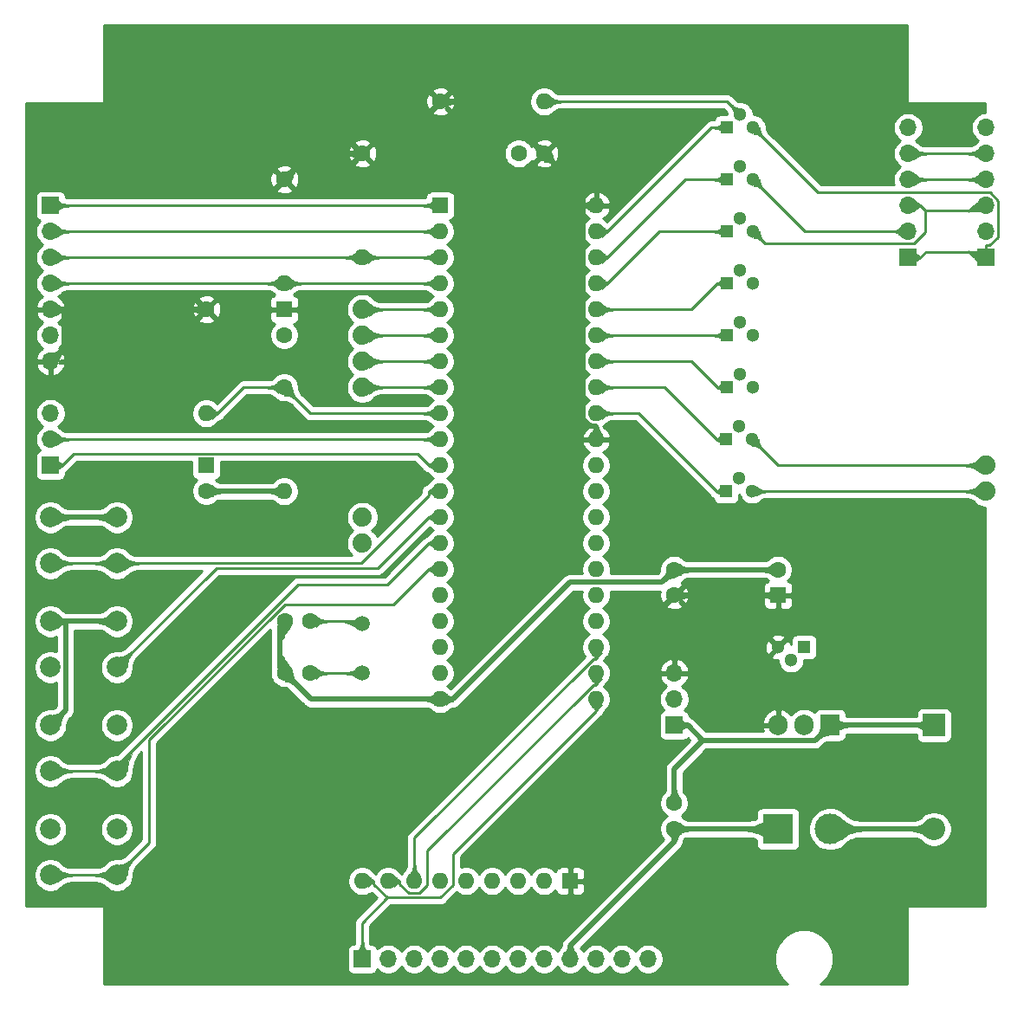
<source format=gtl>
G04 #@! TF.GenerationSoftware,KiCad,Pcbnew,5.1.5-5.1.5*
G04 #@! TF.CreationDate,2020-09-06T13:46:36+10:00*
G04 #@! TF.ProjectId,89c52board,38396335-3262-46f6-9172-642e6b696361,rev?*
G04 #@! TF.SameCoordinates,PX48ab840PY18392c0*
G04 #@! TF.FileFunction,Copper,L1,Top*
G04 #@! TF.FilePolarity,Positive*
%FSLAX46Y46*%
G04 Gerber Fmt 4.6, Leading zero omitted, Abs format (unit mm)*
G04 Created by KiCad (PCBNEW 5.1.5-5.1.5) date 2020-09-06 13:46:36*
%MOMM*%
%LPD*%
G04 APERTURE LIST*
%ADD10C,1.600000*%
%ADD11R,1.600000X1.600000*%
%ADD12O,2.200000X2.200000*%
%ADD13R,2.200000X2.200000*%
%ADD14R,1.300000X1.300000*%
%ADD15C,1.300000*%
%ADD16C,1.879600*%
%ADD17C,3.000000*%
%ADD18R,3.000000X3.000000*%
%ADD19O,1.700000X1.700000*%
%ADD20R,1.700000X1.700000*%
%ADD21C,2.000000*%
%ADD22C,1.500000*%
%ADD23O,1.905000X2.000000*%
%ADD24R,1.905000X2.000000*%
%ADD25O,1.600000X1.600000*%
%ADD26C,0.500000*%
%ADD27C,0.250000*%
%ADD28C,0.025400*%
%ADD29C,0.254000*%
G04 APERTURE END LIST*
D10*
X60960000Y-50840000D03*
X60960000Y-53340000D03*
X60960000Y-76160000D03*
X60960000Y-73660000D03*
X71120000Y-50840000D03*
D11*
X71120000Y-53340000D03*
D10*
X45760000Y-10160000D03*
X48260000Y-10160000D03*
D12*
X86360000Y-76200000D03*
D13*
X86360000Y-66040000D03*
D14*
X66040000Y-43180000D03*
D15*
X68580000Y-43180000D03*
X67310000Y-41910000D03*
D14*
X66040000Y-38100000D03*
D15*
X68580000Y-38100000D03*
X67310000Y-36830000D03*
D16*
X30480000Y-48260000D03*
X30480000Y-45720000D03*
X30480000Y-33020000D03*
X30480000Y-30480000D03*
X30480000Y-27940000D03*
X30480000Y-25400000D03*
X91440000Y-43180000D03*
X91440000Y-40640000D03*
D17*
X76200000Y-76200000D03*
D18*
X71120000Y-76200000D03*
D19*
X60960000Y-60960000D03*
X60960000Y-63500000D03*
D20*
X60960000Y-66040000D03*
D19*
X0Y-30480000D03*
X0Y-27940000D03*
X0Y-25400000D03*
X0Y-22860000D03*
X0Y-20320000D03*
X0Y-17780000D03*
D20*
X0Y-15240000D03*
D19*
X83820000Y-7620000D03*
X83820000Y-10160000D03*
X83820000Y-12700000D03*
X83820000Y-15240000D03*
X83820000Y-17780000D03*
D20*
X83820000Y-20320000D03*
D21*
X6500000Y-55880000D03*
X6500000Y-60380000D03*
X0Y-55880000D03*
X0Y-60380000D03*
X6500000Y-45720000D03*
X6500000Y-50220000D03*
X0Y-45720000D03*
X0Y-50220000D03*
D22*
X30480000Y-56080000D03*
X30480000Y-60960000D03*
D14*
X73660000Y-58420000D03*
D15*
X71120000Y-58420000D03*
X72390000Y-59690000D03*
D23*
X71120000Y-66040000D03*
X73660000Y-66040000D03*
D24*
X76200000Y-66040000D03*
D25*
X53340000Y-15240000D03*
X38100000Y-63500000D03*
X53340000Y-17780000D03*
X38100000Y-60960000D03*
X53340000Y-20320000D03*
X38100000Y-58420000D03*
X53340000Y-22860000D03*
X38100000Y-55880000D03*
X53340000Y-25400000D03*
X38100000Y-53340000D03*
X53340000Y-27940000D03*
X38100000Y-50800000D03*
X53340000Y-30480000D03*
X38100000Y-48260000D03*
X53340000Y-33020000D03*
X38100000Y-45720000D03*
X53340000Y-35560000D03*
X38100000Y-43180000D03*
X53340000Y-38100000D03*
X38100000Y-40640000D03*
X53340000Y-40640000D03*
X38100000Y-38100000D03*
X53340000Y-43180000D03*
X38100000Y-35560000D03*
X53340000Y-45720000D03*
X38100000Y-33020000D03*
X53340000Y-48260000D03*
X38100000Y-30480000D03*
X53340000Y-50800000D03*
X38100000Y-27940000D03*
X53340000Y-53340000D03*
X38100000Y-25400000D03*
X53340000Y-55880000D03*
X38100000Y-22860000D03*
X53340000Y-58420000D03*
X38100000Y-20320000D03*
X53340000Y-60960000D03*
X38100000Y-17780000D03*
X53340000Y-63500000D03*
D11*
X38100000Y-15240000D03*
D21*
X6500000Y-76200000D03*
X6500000Y-80700000D03*
X0Y-76200000D03*
X0Y-80700000D03*
X6500000Y-66040000D03*
X6500000Y-70540000D03*
X0Y-66040000D03*
X0Y-70540000D03*
D25*
X30480000Y-81280000D03*
X33020000Y-81280000D03*
X35560000Y-81280000D03*
X38100000Y-81280000D03*
X40640000Y-81280000D03*
X43180000Y-81280000D03*
X45720000Y-81280000D03*
X48260000Y-81280000D03*
D11*
X50800000Y-81280000D03*
D25*
X22860000Y-22860000D03*
D10*
X22860000Y-12700000D03*
D25*
X30480000Y-20320000D03*
D10*
X30480000Y-10160000D03*
D25*
X15240000Y-35560000D03*
D10*
X15240000Y-25400000D03*
D25*
X22860000Y-43180000D03*
D10*
X22860000Y-33020000D03*
D25*
X48260000Y-5080000D03*
D10*
X38100000Y-5080000D03*
D14*
X66145000Y-33020000D03*
D15*
X68685000Y-33020000D03*
X67415000Y-31750000D03*
D14*
X66145000Y-27940000D03*
D15*
X68685000Y-27940000D03*
X67415000Y-26670000D03*
D14*
X66145000Y-22860000D03*
D15*
X68685000Y-22860000D03*
X67415000Y-21590000D03*
D14*
X66145000Y-17780000D03*
D15*
X68685000Y-17780000D03*
X67415000Y-16510000D03*
D14*
X66145000Y-12700000D03*
D15*
X68685000Y-12700000D03*
X67415000Y-11430000D03*
D14*
X66145000Y-7620000D03*
D15*
X68685000Y-7620000D03*
X67415000Y-6350000D03*
D19*
X0Y-35560000D03*
X0Y-38100000D03*
D20*
X0Y-40640000D03*
D19*
X58420000Y-88900000D03*
X55880000Y-88900000D03*
X53340000Y-88900000D03*
X50800000Y-88900000D03*
X48260000Y-88900000D03*
X45720000Y-88900000D03*
X43180000Y-88900000D03*
X40640000Y-88900000D03*
X38100000Y-88900000D03*
X35560000Y-88900000D03*
X33020000Y-88900000D03*
D20*
X30480000Y-88900000D03*
D19*
X91440000Y-7620000D03*
X91440000Y-10160000D03*
X91440000Y-12700000D03*
X91440000Y-15240000D03*
X91440000Y-17780000D03*
D20*
X91440000Y-20320000D03*
D10*
X22900000Y-60960000D03*
X25400000Y-60960000D03*
X22900000Y-55880000D03*
X25400000Y-55880000D03*
X15240000Y-43140000D03*
D11*
X15240000Y-40640000D03*
D10*
X22860000Y-27900000D03*
D11*
X22860000Y-25400000D03*
D26*
X1472700Y-55880000D02*
X0Y-55880000D01*
X6500000Y-55880000D02*
X1472700Y-55880000D01*
X0Y-66040000D02*
X1472700Y-64567300D01*
X1472700Y-64567300D02*
X1472700Y-55880000D01*
X22860000Y-43180000D02*
X15280000Y-43180000D01*
X15280000Y-43180000D02*
X15240000Y-43140000D01*
X50800000Y-88900000D02*
X50800000Y-87599700D01*
X61000000Y-76200000D02*
X60960000Y-76160000D01*
X71120000Y-76200000D02*
X61000000Y-76200000D01*
X61000000Y-76200000D02*
X61000000Y-77399700D01*
X61000000Y-77399700D02*
X50800000Y-87599700D01*
X22900000Y-55880000D02*
X22387700Y-56392300D01*
X22387700Y-56392300D02*
X22387700Y-60447700D01*
X22387700Y-60447700D02*
X22900000Y-60960000D01*
X71120000Y-50840000D02*
X60960000Y-50840000D01*
X38100000Y-63500000D02*
X39350300Y-63500000D01*
X39350300Y-63500000D02*
X50780300Y-52070000D01*
X50780300Y-52070000D02*
X59730000Y-52070000D01*
X59730000Y-52070000D02*
X60960000Y-50840000D01*
X22900000Y-60960000D02*
X25440000Y-63500000D01*
X25440000Y-63500000D02*
X38100000Y-63500000D01*
X0Y-45720000D02*
X6500000Y-45720000D01*
X1304600Y-25400000D02*
X0Y-25400000D01*
X15240000Y-25400000D02*
X1304600Y-25400000D01*
X1304600Y-25400000D02*
X1304600Y-29175400D01*
X1304600Y-29175400D02*
X0Y-30480000D01*
X53340000Y-38100000D02*
X53340000Y-36849700D01*
X52089700Y-15240000D02*
X52089700Y-36143300D01*
X52089700Y-36143300D02*
X52796100Y-36849700D01*
X52796100Y-36849700D02*
X53340000Y-36849700D01*
X52264800Y-15240000D02*
X52089700Y-15240000D01*
X53340000Y-15240000D02*
X52264800Y-15240000D01*
X38100000Y-5080000D02*
X43180000Y-5080000D01*
X43180000Y-5080000D02*
X48260000Y-10160000D01*
X71120000Y-53340000D02*
X60960000Y-53340000D01*
X52089700Y-15240000D02*
X52089700Y-13989700D01*
X52089700Y-13989700D02*
X48260000Y-10160000D01*
X30480000Y-10160000D02*
X25400000Y-10160000D01*
X25400000Y-10160000D02*
X22860000Y-12700000D01*
D27*
X91440000Y-10160000D02*
X83820000Y-10160000D01*
X91440000Y-12700000D02*
X83820000Y-12700000D01*
X85517700Y-15762400D02*
X84995300Y-15240000D01*
X91440000Y-15762400D02*
X85517700Y-15762400D01*
X85517700Y-15762400D02*
X85517700Y-17823100D01*
X85517700Y-17823100D02*
X84366800Y-18974000D01*
X84366800Y-18974000D02*
X69879000Y-18974000D01*
X69879000Y-18974000D02*
X68685000Y-17780000D01*
X83820000Y-15240000D02*
X84995300Y-15240000D01*
X91440000Y-15240000D02*
X91440000Y-15762400D01*
X82644700Y-17780000D02*
X73765000Y-17780000D01*
X73765000Y-17780000D02*
X68685000Y-12700000D01*
X83820000Y-17780000D02*
X82644700Y-17780000D01*
X83820000Y-20320000D02*
X84995300Y-20320000D01*
X91440000Y-19759500D02*
X85555800Y-19759500D01*
X85555800Y-19759500D02*
X84995300Y-20320000D01*
X91440000Y-19759500D02*
X91440000Y-19144700D01*
X91440000Y-20320000D02*
X91440000Y-19759500D01*
X91440000Y-19144700D02*
X91807300Y-19144700D01*
X91807300Y-19144700D02*
X92638000Y-18314000D01*
X92638000Y-18314000D02*
X92638000Y-14757900D01*
X92638000Y-14757900D02*
X91850100Y-13970000D01*
X91850100Y-13970000D02*
X75035000Y-13970000D01*
X75035000Y-13970000D02*
X68685000Y-7620000D01*
X53340000Y-58420000D02*
X53340000Y-59545300D01*
X35560000Y-81280000D02*
X35560000Y-77044000D01*
X35560000Y-77044000D02*
X53058700Y-59545300D01*
X53058700Y-59545300D02*
X53340000Y-59545300D01*
X53340000Y-60960000D02*
X53340000Y-62085300D01*
X33020000Y-81280000D02*
X34145300Y-81280000D01*
X34145300Y-81280000D02*
X34145300Y-81561300D01*
X34145300Y-81561300D02*
X35025200Y-82441200D01*
X35025200Y-82441200D02*
X36053000Y-82441200D01*
X36053000Y-82441200D02*
X36830000Y-81664200D01*
X36830000Y-81664200D02*
X36830000Y-78314000D01*
X36830000Y-78314000D02*
X53058700Y-62085300D01*
X53058700Y-62085300D02*
X53340000Y-62085300D01*
X38100000Y-17780000D02*
X0Y-17780000D01*
X53340000Y-17780000D02*
X54465300Y-17780000D01*
X54465300Y-17780000D02*
X64625300Y-7620000D01*
X64625300Y-7620000D02*
X66145000Y-7620000D01*
X0Y-50220000D02*
X6500000Y-50220000D01*
X36974700Y-43180000D02*
X36974700Y-43602000D01*
X36974700Y-43602000D02*
X30356700Y-50220000D01*
X30356700Y-50220000D02*
X6500000Y-50220000D01*
X38100000Y-43180000D02*
X36974700Y-43180000D01*
X36974700Y-45720000D02*
X32024300Y-50670400D01*
X32024300Y-50670400D02*
X16209600Y-50670400D01*
X16209600Y-50670400D02*
X6500000Y-60380000D01*
X38100000Y-45720000D02*
X36974700Y-45720000D01*
X48260000Y-5080000D02*
X66145000Y-5080000D01*
X66145000Y-5080000D02*
X67415000Y-6350000D01*
X53340000Y-20320000D02*
X54465300Y-20320000D01*
X54465300Y-20320000D02*
X62085300Y-12700000D01*
X62085300Y-12700000D02*
X66145000Y-12700000D01*
X53340000Y-22860000D02*
X54465300Y-22860000D01*
X54465300Y-22860000D02*
X59545300Y-17780000D01*
X59545300Y-17780000D02*
X66145000Y-17780000D01*
X66145000Y-22860000D02*
X65169700Y-22860000D01*
X53340000Y-25400000D02*
X62629700Y-25400000D01*
X62629700Y-25400000D02*
X65169700Y-22860000D01*
X53340000Y-27940000D02*
X66145000Y-27940000D01*
X66145000Y-33020000D02*
X65169700Y-33020000D01*
X53340000Y-30480000D02*
X62629700Y-30480000D01*
X62629700Y-30480000D02*
X65169700Y-33020000D01*
D26*
X63752200Y-67531900D02*
X74708100Y-67531900D01*
X74708100Y-67531900D02*
X76200000Y-66040000D01*
X62260300Y-66040000D02*
X63752200Y-67531900D01*
X63752200Y-67531900D02*
X60960000Y-70324100D01*
X60960000Y-70324100D02*
X60960000Y-73660000D01*
X76200000Y-66040000D02*
X84809700Y-66040000D01*
X86360000Y-66040000D02*
X84809700Y-66040000D01*
X60960000Y-66040000D02*
X62260300Y-66040000D01*
D27*
X38100000Y-48260000D02*
X36974700Y-48260000D01*
X36974700Y-48260000D02*
X32947700Y-52287000D01*
X32947700Y-52287000D02*
X24213400Y-52287000D01*
X24213400Y-52287000D02*
X6500000Y-70000400D01*
X6500000Y-70000400D02*
X6500000Y-70540000D01*
X0Y-70540000D02*
X6500000Y-70540000D01*
X6500000Y-80700000D02*
X9674600Y-77525400D01*
X9674600Y-77525400D02*
X9674600Y-67497400D01*
X9674600Y-67497400D02*
X22949800Y-54222200D01*
X22949800Y-54222200D02*
X33552500Y-54222200D01*
X33552500Y-54222200D02*
X36974700Y-50800000D01*
X38100000Y-50800000D02*
X36974700Y-50800000D01*
X0Y-80700000D02*
X6500000Y-80700000D01*
X32948500Y-82904500D02*
X38118300Y-82904500D01*
X38118300Y-82904500D02*
X39370000Y-81652800D01*
X39370000Y-81652800D02*
X39370000Y-78595300D01*
X39370000Y-78595300D02*
X53340000Y-64625300D01*
X31605300Y-81280000D02*
X31605300Y-81561300D01*
X31605300Y-81561300D02*
X32948500Y-82904500D01*
X30480000Y-88900000D02*
X30480000Y-85373000D01*
X30480000Y-85373000D02*
X32948500Y-82904500D01*
X53340000Y-63500000D02*
X53340000Y-64625300D01*
X30480000Y-81280000D02*
X31605300Y-81280000D01*
X22860000Y-22860000D02*
X0Y-22860000D01*
X38100000Y-22860000D02*
X22860000Y-22860000D01*
X30480000Y-20320000D02*
X0Y-20320000D01*
X38100000Y-20320000D02*
X30480000Y-20320000D01*
X38100000Y-38100000D02*
X0Y-38100000D01*
X0Y-40640000D02*
X1175300Y-40640000D01*
X38100000Y-40640000D02*
X36974700Y-40640000D01*
X36974700Y-40640000D02*
X35849300Y-39514600D01*
X35849300Y-39514600D02*
X2300700Y-39514600D01*
X2300700Y-39514600D02*
X1175300Y-40640000D01*
D26*
X76200000Y-76200000D02*
X86360000Y-76200000D01*
D27*
X38100000Y-15240000D02*
X0Y-15240000D01*
X91440000Y-43180000D02*
X68580000Y-43180000D01*
X91440000Y-40640000D02*
X71120000Y-40640000D01*
X71120000Y-40640000D02*
X68580000Y-38100000D01*
X38100000Y-27940000D02*
X30480000Y-27940000D01*
X38100000Y-25400000D02*
X30480000Y-25400000D01*
X38100000Y-33020000D02*
X30480000Y-33020000D01*
X38100000Y-30480000D02*
X30480000Y-30480000D01*
X66040000Y-38100000D02*
X65064700Y-38100000D01*
X53340000Y-33020000D02*
X59984700Y-33020000D01*
X59984700Y-33020000D02*
X65064700Y-38100000D01*
X66040000Y-43180000D02*
X65064700Y-43180000D01*
X53340000Y-35560000D02*
X57444700Y-35560000D01*
X57444700Y-35560000D02*
X65064700Y-43180000D01*
X22860000Y-33020000D02*
X25400000Y-35560000D01*
X25400000Y-35560000D02*
X38100000Y-35560000D01*
X22860000Y-33020000D02*
X18905300Y-33020000D01*
X18905300Y-33020000D02*
X16365300Y-35560000D01*
X15240000Y-35560000D02*
X16365300Y-35560000D01*
X25400000Y-55880000D02*
X30280000Y-55880000D01*
X30280000Y-55880000D02*
X30480000Y-56080000D01*
X25400000Y-60960000D02*
X30480000Y-60960000D01*
D28*
G36*
X792220Y-55274557D02*
G01*
X792600Y-55274915D01*
X877109Y-55351415D01*
X877563Y-55351807D01*
X959600Y-55419307D01*
X960146Y-55419732D01*
X1039711Y-55478232D01*
X1040372Y-55478687D01*
X1117464Y-55528187D01*
X1118268Y-55528662D01*
X1192887Y-55569162D01*
X1193863Y-55569639D01*
X1266010Y-55601139D01*
X1267189Y-55601585D01*
X1336864Y-55624085D01*
X1338266Y-55624451D01*
X1405469Y-55637951D01*
X1407089Y-55638169D01*
X1460000Y-55641847D01*
X1460000Y-56118152D01*
X1407089Y-56121830D01*
X1405469Y-56122048D01*
X1338266Y-56135548D01*
X1336864Y-56135914D01*
X1267189Y-56158414D01*
X1266010Y-56158860D01*
X1193863Y-56190360D01*
X1192887Y-56190837D01*
X1118268Y-56231337D01*
X1117464Y-56231812D01*
X1040372Y-56281312D01*
X1039711Y-56281767D01*
X960146Y-56340267D01*
X959600Y-56340692D01*
X877563Y-56408192D01*
X877109Y-56408584D01*
X792600Y-56485084D01*
X792220Y-56485442D01*
X712122Y-56564177D01*
X-474574Y-55880000D01*
X712123Y-55195823D01*
X792220Y-55274557D01*
G37*
X792220Y-55274557D02*
X792600Y-55274915D01*
X877109Y-55351415D01*
X877563Y-55351807D01*
X959600Y-55419307D01*
X960146Y-55419732D01*
X1039711Y-55478232D01*
X1040372Y-55478687D01*
X1117464Y-55528187D01*
X1118268Y-55528662D01*
X1192887Y-55569162D01*
X1193863Y-55569639D01*
X1266010Y-55601139D01*
X1267189Y-55601585D01*
X1336864Y-55624085D01*
X1338266Y-55624451D01*
X1405469Y-55637951D01*
X1407089Y-55638169D01*
X1460000Y-55641847D01*
X1460000Y-56118152D01*
X1407089Y-56121830D01*
X1405469Y-56122048D01*
X1338266Y-56135548D01*
X1336864Y-56135914D01*
X1267189Y-56158414D01*
X1266010Y-56158860D01*
X1193863Y-56190360D01*
X1192887Y-56190837D01*
X1118268Y-56231337D01*
X1117464Y-56231812D01*
X1040372Y-56281312D01*
X1039711Y-56281767D01*
X960146Y-56340267D01*
X959600Y-56340692D01*
X877563Y-56408192D01*
X877109Y-56408584D01*
X792600Y-56485084D01*
X792220Y-56485442D01*
X712122Y-56564177D01*
X-474574Y-55880000D01*
X712123Y-55195823D01*
X792220Y-55274557D01*
G36*
X6974574Y-55880000D02*
G01*
X5787713Y-56564271D01*
X5704225Y-56485274D01*
X5703479Y-56484622D01*
X5608832Y-56408122D01*
X5608007Y-56407508D01*
X5509072Y-56340008D01*
X5508176Y-56339450D01*
X5404956Y-56280950D01*
X5404006Y-56280463D01*
X5296498Y-56230963D01*
X5295512Y-56230558D01*
X5183718Y-56190058D01*
X5182718Y-56189742D01*
X5066637Y-56158242D01*
X5065645Y-56158015D01*
X4945278Y-56135515D01*
X4944311Y-56135373D01*
X4819657Y-56121873D01*
X4818733Y-56121807D01*
X4702050Y-56117736D01*
X4702050Y-55642264D01*
X4818733Y-55638192D01*
X4819657Y-55638126D01*
X4944311Y-55624626D01*
X4945278Y-55624484D01*
X5065645Y-55601984D01*
X5066637Y-55601757D01*
X5182718Y-55570257D01*
X5183718Y-55569941D01*
X5295512Y-55529441D01*
X5296498Y-55529036D01*
X5404006Y-55479536D01*
X5404956Y-55479049D01*
X5508176Y-55420549D01*
X5509072Y-55419991D01*
X5608007Y-55352491D01*
X5608832Y-55351877D01*
X5703479Y-55275377D01*
X5704225Y-55274725D01*
X5787713Y-55195729D01*
X6974574Y-55880000D01*
G37*
X6974574Y-55880000D02*
X5787713Y-56564271D01*
X5704225Y-56485274D01*
X5703479Y-56484622D01*
X5608832Y-56408122D01*
X5608007Y-56407508D01*
X5509072Y-56340008D01*
X5508176Y-56339450D01*
X5404956Y-56280950D01*
X5404006Y-56280463D01*
X5296498Y-56230963D01*
X5295512Y-56230558D01*
X5183718Y-56190058D01*
X5182718Y-56189742D01*
X5066637Y-56158242D01*
X5065645Y-56158015D01*
X4945278Y-56135515D01*
X4944311Y-56135373D01*
X4819657Y-56121873D01*
X4818733Y-56121807D01*
X4702050Y-56117736D01*
X4702050Y-55642264D01*
X4818733Y-55638192D01*
X4819657Y-55638126D01*
X4944311Y-55624626D01*
X4945278Y-55624484D01*
X5065645Y-55601984D01*
X5066637Y-55601757D01*
X5182718Y-55570257D01*
X5183718Y-55569941D01*
X5295512Y-55529441D01*
X5296498Y-55529036D01*
X5404006Y-55479536D01*
X5404956Y-55479049D01*
X5508176Y-55420549D01*
X5509072Y-55419991D01*
X5608007Y-55352491D01*
X5608832Y-55351877D01*
X5703479Y-55275377D01*
X5704225Y-55274725D01*
X5787713Y-55195729D01*
X6974574Y-55880000D01*
G36*
X1439446Y-64936761D02*
G01*
X1359818Y-65022148D01*
X1359211Y-65022849D01*
X1280613Y-65120539D01*
X1280031Y-65121323D01*
X1210829Y-65222345D01*
X1210287Y-65223207D01*
X1150479Y-65327562D01*
X1149996Y-65328493D01*
X1099584Y-65436182D01*
X1099173Y-65437165D01*
X1058155Y-65548186D01*
X1057827Y-65549202D01*
X1026205Y-65663555D01*
X1025967Y-65664583D01*
X1003739Y-65782270D01*
X1003589Y-65783288D01*
X990757Y-65904308D01*
X990691Y-65905296D01*
X987515Y-66020190D01*
X-335574Y-66375574D01*
X19810Y-65052484D01*
X134703Y-65049308D01*
X135691Y-65049242D01*
X256711Y-65036410D01*
X257729Y-65036260D01*
X375416Y-65014032D01*
X376444Y-65013794D01*
X490797Y-64982172D01*
X491813Y-64981844D01*
X602835Y-64940827D01*
X603819Y-64940416D01*
X711507Y-64890003D01*
X712437Y-64889520D01*
X816792Y-64829712D01*
X817654Y-64829170D01*
X918676Y-64759968D01*
X919460Y-64759386D01*
X1017150Y-64680788D01*
X1017851Y-64680181D01*
X1103238Y-64600553D01*
X1439446Y-64936761D01*
G37*
X1439446Y-64936761D02*
X1359818Y-65022148D01*
X1359211Y-65022849D01*
X1280613Y-65120539D01*
X1280031Y-65121323D01*
X1210829Y-65222345D01*
X1210287Y-65223207D01*
X1150479Y-65327562D01*
X1149996Y-65328493D01*
X1099584Y-65436182D01*
X1099173Y-65437165D01*
X1058155Y-65548186D01*
X1057827Y-65549202D01*
X1026205Y-65663555D01*
X1025967Y-65664583D01*
X1003739Y-65782270D01*
X1003589Y-65783288D01*
X990757Y-65904308D01*
X990691Y-65905296D01*
X987515Y-66020190D01*
X-335574Y-66375574D01*
X19810Y-65052484D01*
X134703Y-65049308D01*
X135691Y-65049242D01*
X256711Y-65036410D01*
X257729Y-65036260D01*
X375416Y-65014032D01*
X376444Y-65013794D01*
X490797Y-64982172D01*
X491813Y-64981844D01*
X602835Y-64940827D01*
X603819Y-64940416D01*
X711507Y-64890003D01*
X712437Y-64889520D01*
X816792Y-64829712D01*
X817654Y-64829170D01*
X918676Y-64759968D01*
X919460Y-64759386D01*
X1017150Y-64680788D01*
X1017851Y-64680181D01*
X1103238Y-64600553D01*
X1439446Y-64936761D01*
G36*
X23234574Y-43180000D02*
G01*
X22290541Y-43724272D01*
X22235154Y-43671873D01*
X22234407Y-43671220D01*
X22169171Y-43618520D01*
X22168344Y-43617905D01*
X22100133Y-43571405D01*
X22099236Y-43570847D01*
X22028050Y-43530547D01*
X22027099Y-43530060D01*
X21952937Y-43495960D01*
X21951951Y-43495556D01*
X21874814Y-43467656D01*
X21873814Y-43467341D01*
X21793701Y-43445641D01*
X21792710Y-43445414D01*
X21709622Y-43429914D01*
X21708657Y-43429773D01*
X21622594Y-43420473D01*
X21621672Y-43420407D01*
X21544891Y-43417735D01*
X21544891Y-42942265D01*
X21621672Y-42939592D01*
X21622594Y-42939526D01*
X21708657Y-42930226D01*
X21709622Y-42930085D01*
X21792710Y-42914585D01*
X21793701Y-42914358D01*
X21873814Y-42892658D01*
X21874814Y-42892343D01*
X21951951Y-42864443D01*
X21952937Y-42864039D01*
X22027099Y-42829939D01*
X22028050Y-42829452D01*
X22099236Y-42789152D01*
X22100133Y-42788594D01*
X22168344Y-42742094D01*
X22169171Y-42741479D01*
X22234407Y-42688779D01*
X22235154Y-42688126D01*
X22290541Y-42635728D01*
X23234574Y-43180000D01*
G37*
X23234574Y-43180000D02*
X22290541Y-43724272D01*
X22235154Y-43671873D01*
X22234407Y-43671220D01*
X22169171Y-43618520D01*
X22168344Y-43617905D01*
X22100133Y-43571405D01*
X22099236Y-43570847D01*
X22028050Y-43530547D01*
X22027099Y-43530060D01*
X21952937Y-43495960D01*
X21951951Y-43495556D01*
X21874814Y-43467656D01*
X21873814Y-43467341D01*
X21793701Y-43445641D01*
X21792710Y-43445414D01*
X21709622Y-43429914D01*
X21708657Y-43429773D01*
X21622594Y-43420473D01*
X21621672Y-43420407D01*
X21544891Y-43417735D01*
X21544891Y-42942265D01*
X21621672Y-42939592D01*
X21622594Y-42939526D01*
X21708657Y-42930226D01*
X21709622Y-42930085D01*
X21792710Y-42914585D01*
X21793701Y-42914358D01*
X21873814Y-42892658D01*
X21874814Y-42892343D01*
X21951951Y-42864443D01*
X21952937Y-42864039D01*
X22027099Y-42829939D01*
X22028050Y-42829452D01*
X22099236Y-42789152D01*
X22100133Y-42788594D01*
X22168344Y-42742094D01*
X22169171Y-42741479D01*
X22234407Y-42688779D01*
X22235154Y-42688126D01*
X22290541Y-42635728D01*
X23234574Y-43180000D01*
G36*
X15865243Y-42648524D02*
G01*
X15865972Y-42649162D01*
X15932408Y-42703062D01*
X15933191Y-42703649D01*
X16003402Y-42752149D01*
X16004227Y-42752674D01*
X16078213Y-42795774D01*
X16079066Y-42796228D01*
X16156828Y-42833928D01*
X16157691Y-42834307D01*
X16239228Y-42866607D01*
X16240086Y-42866912D01*
X16325399Y-42893812D01*
X16326239Y-42894046D01*
X16415327Y-42915546D01*
X16416137Y-42915713D01*
X16509000Y-42931813D01*
X16509771Y-42931923D01*
X16595109Y-42941372D01*
X16595109Y-43416695D01*
X16511760Y-43412813D01*
X16510827Y-43412804D01*
X16417964Y-43415304D01*
X16416959Y-43415371D01*
X16327871Y-43424871D01*
X16326806Y-43425030D01*
X16241493Y-43441530D01*
X16240388Y-43441796D01*
X16158851Y-43465296D01*
X16157731Y-43465676D01*
X16079969Y-43496176D01*
X16078864Y-43496671D01*
X16004878Y-43534171D01*
X16003821Y-43534772D01*
X15933610Y-43579272D01*
X15932628Y-43579962D01*
X15866192Y-43631462D01*
X15865306Y-43632216D01*
X15809516Y-43684304D01*
X14865426Y-43140000D01*
X15809458Y-42595729D01*
X15865243Y-42648524D01*
G37*
X15865243Y-42648524D02*
X15865972Y-42649162D01*
X15932408Y-42703062D01*
X15933191Y-42703649D01*
X16003402Y-42752149D01*
X16004227Y-42752674D01*
X16078213Y-42795774D01*
X16079066Y-42796228D01*
X16156828Y-42833928D01*
X16157691Y-42834307D01*
X16239228Y-42866607D01*
X16240086Y-42866912D01*
X16325399Y-42893812D01*
X16326239Y-42894046D01*
X16415327Y-42915546D01*
X16416137Y-42915713D01*
X16509000Y-42931813D01*
X16509771Y-42931923D01*
X16595109Y-42941372D01*
X16595109Y-43416695D01*
X16511760Y-43412813D01*
X16510827Y-43412804D01*
X16417964Y-43415304D01*
X16416959Y-43415371D01*
X16327871Y-43424871D01*
X16326806Y-43425030D01*
X16241493Y-43441530D01*
X16240388Y-43441796D01*
X16158851Y-43465296D01*
X16157731Y-43465676D01*
X16079969Y-43496176D01*
X16078864Y-43496671D01*
X16004878Y-43534171D01*
X16003821Y-43534772D01*
X15933610Y-43579272D01*
X15932628Y-43579962D01*
X15866192Y-43631462D01*
X15865306Y-43632216D01*
X15809516Y-43684304D01*
X14865426Y-43140000D01*
X15809458Y-42595729D01*
X15865243Y-42648524D01*
G36*
X51040764Y-87671170D02*
G01*
X51040884Y-87672396D01*
X51051234Y-87742910D01*
X51051466Y-87744098D01*
X51068716Y-87814273D01*
X51069046Y-87815392D01*
X51093196Y-87885228D01*
X51093604Y-87886258D01*
X51124654Y-87955756D01*
X51125115Y-87956685D01*
X51163065Y-88025843D01*
X51163559Y-88026667D01*
X51208409Y-88095487D01*
X51208917Y-88096210D01*
X51260667Y-88164691D01*
X51261173Y-88165319D01*
X51319823Y-88233460D01*
X51320318Y-88234002D01*
X51379218Y-88294927D01*
X50800000Y-89299574D01*
X50220782Y-88294927D01*
X50279681Y-88234002D01*
X50280176Y-88233460D01*
X50338826Y-88165319D01*
X50339332Y-88164691D01*
X50391082Y-88096210D01*
X50391590Y-88095487D01*
X50436440Y-88026667D01*
X50436934Y-88025843D01*
X50474884Y-87956685D01*
X50475345Y-87955756D01*
X50506395Y-87886258D01*
X50506803Y-87885228D01*
X50530953Y-87815392D01*
X50531283Y-87814273D01*
X50548533Y-87744098D01*
X50548765Y-87742910D01*
X50559115Y-87672396D01*
X50559235Y-87671170D01*
X50562098Y-87612400D01*
X51037902Y-87612400D01*
X51040764Y-87671170D01*
G37*
X51040764Y-87671170D02*
X51040884Y-87672396D01*
X51051234Y-87742910D01*
X51051466Y-87744098D01*
X51068716Y-87814273D01*
X51069046Y-87815392D01*
X51093196Y-87885228D01*
X51093604Y-87886258D01*
X51124654Y-87955756D01*
X51125115Y-87956685D01*
X51163065Y-88025843D01*
X51163559Y-88026667D01*
X51208409Y-88095487D01*
X51208917Y-88096210D01*
X51260667Y-88164691D01*
X51261173Y-88165319D01*
X51319823Y-88233460D01*
X51320318Y-88234002D01*
X51379218Y-88294927D01*
X50800000Y-89299574D01*
X50220782Y-88294927D01*
X50279681Y-88234002D01*
X50280176Y-88233460D01*
X50338826Y-88165319D01*
X50339332Y-88164691D01*
X50391082Y-88096210D01*
X50391590Y-88095487D01*
X50436440Y-88026667D01*
X50436934Y-88025843D01*
X50474884Y-87956685D01*
X50475345Y-87955756D01*
X50506395Y-87886258D01*
X50506803Y-87885228D01*
X50530953Y-87815392D01*
X50531283Y-87814273D01*
X50548533Y-87744098D01*
X50548765Y-87742910D01*
X50559115Y-87672396D01*
X50559235Y-87671170D01*
X50562098Y-87612400D01*
X51037902Y-87612400D01*
X51040764Y-87671170D01*
G36*
X61585243Y-75668524D02*
G01*
X61585972Y-75669162D01*
X61652408Y-75723062D01*
X61653191Y-75723649D01*
X61723402Y-75772149D01*
X61724227Y-75772674D01*
X61798213Y-75815774D01*
X61799066Y-75816228D01*
X61876828Y-75853928D01*
X61877691Y-75854307D01*
X61959228Y-75886607D01*
X61960086Y-75886912D01*
X62045399Y-75913812D01*
X62046239Y-75914046D01*
X62135327Y-75935546D01*
X62136137Y-75935713D01*
X62229000Y-75951813D01*
X62229771Y-75951923D01*
X62315109Y-75961372D01*
X62315109Y-76436695D01*
X62231760Y-76432813D01*
X62230827Y-76432804D01*
X62137964Y-76435304D01*
X62136959Y-76435371D01*
X62047871Y-76444871D01*
X62046806Y-76445030D01*
X61961493Y-76461530D01*
X61960388Y-76461796D01*
X61878851Y-76485296D01*
X61877731Y-76485676D01*
X61799969Y-76516176D01*
X61798864Y-76516671D01*
X61724878Y-76554171D01*
X61723821Y-76554772D01*
X61653610Y-76599272D01*
X61652628Y-76599962D01*
X61586192Y-76651462D01*
X61585306Y-76652216D01*
X61529516Y-76704304D01*
X60585426Y-76160000D01*
X61529458Y-75615729D01*
X61585243Y-75668524D01*
G37*
X61585243Y-75668524D02*
X61585972Y-75669162D01*
X61652408Y-75723062D01*
X61653191Y-75723649D01*
X61723402Y-75772149D01*
X61724227Y-75772674D01*
X61798213Y-75815774D01*
X61799066Y-75816228D01*
X61876828Y-75853928D01*
X61877691Y-75854307D01*
X61959228Y-75886607D01*
X61960086Y-75886912D01*
X62045399Y-75913812D01*
X62046239Y-75914046D01*
X62135327Y-75935546D01*
X62136137Y-75935713D01*
X62229000Y-75951813D01*
X62229771Y-75951923D01*
X62315109Y-75961372D01*
X62315109Y-76436695D01*
X62231760Y-76432813D01*
X62230827Y-76432804D01*
X62137964Y-76435304D01*
X62136959Y-76435371D01*
X62047871Y-76444871D01*
X62046806Y-76445030D01*
X61961493Y-76461530D01*
X61960388Y-76461796D01*
X61878851Y-76485296D01*
X61877731Y-76485676D01*
X61799969Y-76516176D01*
X61798864Y-76516671D01*
X61724878Y-76554171D01*
X61723821Y-76554772D01*
X61653610Y-76599272D01*
X61652628Y-76599962D01*
X61586192Y-76651462D01*
X61585306Y-76652216D01*
X61529516Y-76704304D01*
X60585426Y-76160000D01*
X61529458Y-75615729D01*
X61585243Y-75668524D01*
G36*
X71844574Y-76200000D02*
G01*
X70050642Y-77234271D01*
X69896902Y-77088775D01*
X69896158Y-77088124D01*
X69727980Y-76952124D01*
X69727156Y-76951511D01*
X69551413Y-76831511D01*
X69550518Y-76830953D01*
X69367211Y-76726953D01*
X69366261Y-76726466D01*
X69175390Y-76638466D01*
X69174405Y-76638061D01*
X68975969Y-76566061D01*
X68974969Y-76565744D01*
X68768969Y-76509744D01*
X68767975Y-76509516D01*
X68554410Y-76469516D01*
X68553442Y-76469373D01*
X68332313Y-76445373D01*
X68331387Y-76445307D01*
X68114950Y-76437737D01*
X68114950Y-75962263D01*
X68331387Y-75954692D01*
X68332313Y-75954626D01*
X68553442Y-75930626D01*
X68554410Y-75930483D01*
X68767975Y-75890483D01*
X68768969Y-75890255D01*
X68974969Y-75834255D01*
X68975969Y-75833938D01*
X69174405Y-75761938D01*
X69175390Y-75761533D01*
X69366261Y-75673533D01*
X69367211Y-75673046D01*
X69550518Y-75569046D01*
X69551413Y-75568488D01*
X69727156Y-75448488D01*
X69727980Y-75447875D01*
X69896158Y-75311875D01*
X69896901Y-75311224D01*
X70050642Y-75165729D01*
X71844574Y-76200000D01*
G37*
X71844574Y-76200000D02*
X70050642Y-77234271D01*
X69896902Y-77088775D01*
X69896158Y-77088124D01*
X69727980Y-76952124D01*
X69727156Y-76951511D01*
X69551413Y-76831511D01*
X69550518Y-76830953D01*
X69367211Y-76726953D01*
X69366261Y-76726466D01*
X69175390Y-76638466D01*
X69174405Y-76638061D01*
X68975969Y-76566061D01*
X68974969Y-76565744D01*
X68768969Y-76509744D01*
X68767975Y-76509516D01*
X68554410Y-76469516D01*
X68553442Y-76469373D01*
X68332313Y-76445373D01*
X68331387Y-76445307D01*
X68114950Y-76437737D01*
X68114950Y-75962263D01*
X68331387Y-75954692D01*
X68332313Y-75954626D01*
X68553442Y-75930626D01*
X68554410Y-75930483D01*
X68767975Y-75890483D01*
X68768969Y-75890255D01*
X68974969Y-75834255D01*
X68975969Y-75833938D01*
X69174405Y-75761938D01*
X69175390Y-75761533D01*
X69366261Y-75673533D01*
X69367211Y-75673046D01*
X69550518Y-75569046D01*
X69551413Y-75568488D01*
X69727156Y-75448488D01*
X69727980Y-75447875D01*
X69896158Y-75311875D01*
X69896901Y-75311224D01*
X70050642Y-75165729D01*
X71844574Y-76200000D01*
G36*
X61504254Y-76729428D02*
G01*
X61452306Y-76783930D01*
X61451692Y-76784623D01*
X61400192Y-76847215D01*
X61399582Y-76848019D01*
X61355082Y-76911825D01*
X61354498Y-76912745D01*
X61316998Y-76977764D01*
X61316463Y-76978797D01*
X61285963Y-77045029D01*
X61285506Y-77046162D01*
X61262006Y-77113607D01*
X61261651Y-77114818D01*
X61245151Y-77183476D01*
X61244915Y-77184733D01*
X61235415Y-77254605D01*
X61235307Y-77255870D01*
X61232807Y-77326955D01*
X61232824Y-77328190D01*
X61236485Y-77387000D01*
X60760959Y-77387000D01*
X60751863Y-77325542D01*
X60751686Y-77324596D01*
X60735586Y-77253511D01*
X60735338Y-77252581D01*
X60713838Y-77182709D01*
X60713525Y-77181811D01*
X60686625Y-77113153D01*
X60686254Y-77112300D01*
X60653954Y-77044855D01*
X60653537Y-77044058D01*
X60615837Y-76977826D01*
X60615385Y-76977092D01*
X60572285Y-76912073D01*
X60571811Y-76911405D01*
X60523311Y-76847599D01*
X60522824Y-76846997D01*
X60468924Y-76784405D01*
X60468434Y-76783868D01*
X60415780Y-76729369D01*
X60960000Y-75785426D01*
X61504254Y-76729428D01*
G37*
X61504254Y-76729428D02*
X61452306Y-76783930D01*
X61451692Y-76784623D01*
X61400192Y-76847215D01*
X61399582Y-76848019D01*
X61355082Y-76911825D01*
X61354498Y-76912745D01*
X61316998Y-76977764D01*
X61316463Y-76978797D01*
X61285963Y-77045029D01*
X61285506Y-77046162D01*
X61262006Y-77113607D01*
X61261651Y-77114818D01*
X61245151Y-77183476D01*
X61244915Y-77184733D01*
X61235415Y-77254605D01*
X61235307Y-77255870D01*
X61232807Y-77326955D01*
X61232824Y-77328190D01*
X61236485Y-77387000D01*
X60760959Y-77387000D01*
X60751863Y-77325542D01*
X60751686Y-77324596D01*
X60735586Y-77253511D01*
X60735338Y-77252581D01*
X60713838Y-77182709D01*
X60713525Y-77181811D01*
X60686625Y-77113153D01*
X60686254Y-77112300D01*
X60653954Y-77044855D01*
X60653537Y-77044058D01*
X60615837Y-76977826D01*
X60615385Y-76977092D01*
X60572285Y-76912073D01*
X60571811Y-76911405D01*
X60523311Y-76847599D01*
X60522824Y-76846997D01*
X60468924Y-76784405D01*
X60468434Y-76783868D01*
X60415780Y-76729369D01*
X60960000Y-75785426D01*
X61504254Y-76729428D01*
G36*
X22726956Y-59312292D02*
G01*
X22727039Y-59312444D01*
X22823430Y-59485598D01*
X22823529Y-59485771D01*
X22847300Y-59526940D01*
X22847300Y-59690000D01*
X22847544Y-59692478D01*
X22848267Y-59694860D01*
X22849440Y-59697056D01*
X22851020Y-59698980D01*
X22852944Y-59700560D01*
X22855140Y-59701733D01*
X22857522Y-59702456D01*
X22860000Y-59702700D01*
X22950174Y-59702700D01*
X23004290Y-59792615D01*
X23004431Y-59792844D01*
X23088684Y-59926334D01*
X23088858Y-59926602D01*
X23169065Y-60046871D01*
X23169283Y-60047187D01*
X23245444Y-60154234D01*
X23245723Y-60154611D01*
X23317838Y-60248437D01*
X23318204Y-60248892D01*
X23386273Y-60329497D01*
X23386769Y-60330051D01*
X23444261Y-60390559D01*
X22900000Y-61334574D01*
X22355326Y-60389842D01*
X22403703Y-60329225D01*
X22405301Y-60326640D01*
X22442632Y-60246035D01*
X22443505Y-60243457D01*
X22464390Y-60149631D01*
X22464682Y-60147398D01*
X22469121Y-60040351D01*
X22469069Y-60038563D01*
X22457062Y-59918294D01*
X22456846Y-59916909D01*
X22428393Y-59783419D01*
X22428116Y-59782350D01*
X22383217Y-59635638D01*
X22382931Y-59634806D01*
X22321586Y-59474873D01*
X22321313Y-59474217D01*
X22243522Y-59301063D01*
X22243271Y-59300536D01*
X22158353Y-59132591D01*
X22630117Y-59132591D01*
X22726956Y-59312292D01*
G37*
X22726956Y-59312292D02*
X22727039Y-59312444D01*
X22823430Y-59485598D01*
X22823529Y-59485771D01*
X22847300Y-59526940D01*
X22847300Y-59690000D01*
X22847544Y-59692478D01*
X22848267Y-59694860D01*
X22849440Y-59697056D01*
X22851020Y-59698980D01*
X22852944Y-59700560D01*
X22855140Y-59701733D01*
X22857522Y-59702456D01*
X22860000Y-59702700D01*
X22950174Y-59702700D01*
X23004290Y-59792615D01*
X23004431Y-59792844D01*
X23088684Y-59926334D01*
X23088858Y-59926602D01*
X23169065Y-60046871D01*
X23169283Y-60047187D01*
X23245444Y-60154234D01*
X23245723Y-60154611D01*
X23317838Y-60248437D01*
X23318204Y-60248892D01*
X23386273Y-60329497D01*
X23386769Y-60330051D01*
X23444261Y-60390559D01*
X22900000Y-61334574D01*
X22355326Y-60389842D01*
X22403703Y-60329225D01*
X22405301Y-60326640D01*
X22442632Y-60246035D01*
X22443505Y-60243457D01*
X22464390Y-60149631D01*
X22464682Y-60147398D01*
X22469121Y-60040351D01*
X22469069Y-60038563D01*
X22457062Y-59918294D01*
X22456846Y-59916909D01*
X22428393Y-59783419D01*
X22428116Y-59782350D01*
X22383217Y-59635638D01*
X22382931Y-59634806D01*
X22321586Y-59474873D01*
X22321313Y-59474217D01*
X22243522Y-59301063D01*
X22243271Y-59300536D01*
X22158353Y-59132591D01*
X22630117Y-59132591D01*
X22726956Y-59312292D01*
G36*
X23444261Y-56449441D02*
G01*
X23386769Y-56509948D01*
X23386273Y-56510502D01*
X23318204Y-56591107D01*
X23317838Y-56591562D01*
X23245723Y-56685388D01*
X23245444Y-56685765D01*
X23169283Y-56792812D01*
X23169065Y-56793128D01*
X23088858Y-56913397D01*
X23088684Y-56913665D01*
X23004431Y-57047155D01*
X23004290Y-57047384D01*
X22950174Y-57137300D01*
X22860000Y-57137300D01*
X22857522Y-57137544D01*
X22855140Y-57138267D01*
X22852944Y-57139440D01*
X22851020Y-57141020D01*
X22849440Y-57142944D01*
X22848267Y-57145140D01*
X22847544Y-57147522D01*
X22847300Y-57150000D01*
X22847300Y-57313059D01*
X22823529Y-57354228D01*
X22823430Y-57354401D01*
X22727039Y-57527555D01*
X22726956Y-57527707D01*
X22630117Y-57707409D01*
X22158353Y-57707409D01*
X22243271Y-57539463D01*
X22243522Y-57538936D01*
X22321313Y-57365782D01*
X22321586Y-57365126D01*
X22382931Y-57205193D01*
X22383217Y-57204361D01*
X22428116Y-57057649D01*
X22428393Y-57056580D01*
X22456846Y-56923090D01*
X22457062Y-56921705D01*
X22469069Y-56801436D01*
X22469121Y-56799648D01*
X22464682Y-56692601D01*
X22464390Y-56690368D01*
X22443505Y-56596542D01*
X22442632Y-56593964D01*
X22405301Y-56513359D01*
X22403703Y-56510774D01*
X22355326Y-56450158D01*
X22900000Y-55505426D01*
X23444261Y-56449441D01*
G37*
X23444261Y-56449441D02*
X23386769Y-56509948D01*
X23386273Y-56510502D01*
X23318204Y-56591107D01*
X23317838Y-56591562D01*
X23245723Y-56685388D01*
X23245444Y-56685765D01*
X23169283Y-56792812D01*
X23169065Y-56793128D01*
X23088858Y-56913397D01*
X23088684Y-56913665D01*
X23004431Y-57047155D01*
X23004290Y-57047384D01*
X22950174Y-57137300D01*
X22860000Y-57137300D01*
X22857522Y-57137544D01*
X22855140Y-57138267D01*
X22852944Y-57139440D01*
X22851020Y-57141020D01*
X22849440Y-57142944D01*
X22848267Y-57145140D01*
X22847544Y-57147522D01*
X22847300Y-57150000D01*
X22847300Y-57313059D01*
X22823529Y-57354228D01*
X22823430Y-57354401D01*
X22727039Y-57527555D01*
X22726956Y-57527707D01*
X22630117Y-57707409D01*
X22158353Y-57707409D01*
X22243271Y-57539463D01*
X22243522Y-57538936D01*
X22321313Y-57365782D01*
X22321586Y-57365126D01*
X22382931Y-57205193D01*
X22383217Y-57204361D01*
X22428116Y-57057649D01*
X22428393Y-57056580D01*
X22456846Y-56923090D01*
X22457062Y-56921705D01*
X22469069Y-56801436D01*
X22469121Y-56799648D01*
X22464682Y-56692601D01*
X22464390Y-56690368D01*
X22443505Y-56596542D01*
X22442632Y-56593964D01*
X22405301Y-56513359D01*
X22403703Y-56510774D01*
X22355326Y-56450158D01*
X22900000Y-55505426D01*
X23444261Y-56449441D01*
G36*
X61584845Y-50348126D02*
G01*
X61585592Y-50348779D01*
X61650828Y-50401479D01*
X61651655Y-50402094D01*
X61719866Y-50448594D01*
X61720763Y-50449152D01*
X61791949Y-50489452D01*
X61792900Y-50489939D01*
X61867062Y-50524039D01*
X61868048Y-50524443D01*
X61945185Y-50552343D01*
X61946185Y-50552658D01*
X62026298Y-50574358D01*
X62027289Y-50574585D01*
X62110377Y-50590085D01*
X62111342Y-50590226D01*
X62197405Y-50599526D01*
X62198327Y-50599592D01*
X62275109Y-50602265D01*
X62275109Y-51077735D01*
X62198327Y-51080407D01*
X62197405Y-51080473D01*
X62111342Y-51089773D01*
X62110377Y-51089914D01*
X62027289Y-51105414D01*
X62026298Y-51105641D01*
X61946185Y-51127341D01*
X61945185Y-51127656D01*
X61868048Y-51155556D01*
X61867062Y-51155960D01*
X61792900Y-51190060D01*
X61791949Y-51190547D01*
X61720763Y-51230847D01*
X61719866Y-51231405D01*
X61651655Y-51277905D01*
X61650828Y-51278520D01*
X61585592Y-51331220D01*
X61584845Y-51331873D01*
X61529459Y-51384272D01*
X60585426Y-50840000D01*
X61529459Y-50295728D01*
X61584845Y-50348126D01*
G37*
X61584845Y-50348126D02*
X61585592Y-50348779D01*
X61650828Y-50401479D01*
X61651655Y-50402094D01*
X61719866Y-50448594D01*
X61720763Y-50449152D01*
X61791949Y-50489452D01*
X61792900Y-50489939D01*
X61867062Y-50524039D01*
X61868048Y-50524443D01*
X61945185Y-50552343D01*
X61946185Y-50552658D01*
X62026298Y-50574358D01*
X62027289Y-50574585D01*
X62110377Y-50590085D01*
X62111342Y-50590226D01*
X62197405Y-50599526D01*
X62198327Y-50599592D01*
X62275109Y-50602265D01*
X62275109Y-51077735D01*
X62198327Y-51080407D01*
X62197405Y-51080473D01*
X62111342Y-51089773D01*
X62110377Y-51089914D01*
X62027289Y-51105414D01*
X62026298Y-51105641D01*
X61946185Y-51127341D01*
X61945185Y-51127656D01*
X61868048Y-51155556D01*
X61867062Y-51155960D01*
X61792900Y-51190060D01*
X61791949Y-51190547D01*
X61720763Y-51230847D01*
X61719866Y-51231405D01*
X61651655Y-51277905D01*
X61650828Y-51278520D01*
X61585592Y-51331220D01*
X61584845Y-51331873D01*
X61529459Y-51384272D01*
X60585426Y-50840000D01*
X61529459Y-50295728D01*
X61584845Y-50348126D01*
G36*
X71494574Y-50840000D02*
G01*
X70550541Y-51384272D01*
X70495154Y-51331873D01*
X70494407Y-51331220D01*
X70429171Y-51278520D01*
X70428344Y-51277905D01*
X70360133Y-51231405D01*
X70359236Y-51230847D01*
X70288050Y-51190547D01*
X70287099Y-51190060D01*
X70212937Y-51155960D01*
X70211951Y-51155556D01*
X70134814Y-51127656D01*
X70133814Y-51127341D01*
X70053701Y-51105641D01*
X70052710Y-51105414D01*
X69969622Y-51089914D01*
X69968657Y-51089773D01*
X69882594Y-51080473D01*
X69881672Y-51080407D01*
X69804891Y-51077735D01*
X69804891Y-50602265D01*
X69881672Y-50599592D01*
X69882594Y-50599526D01*
X69968657Y-50590226D01*
X69969622Y-50590085D01*
X70052710Y-50574585D01*
X70053701Y-50574358D01*
X70133814Y-50552658D01*
X70134814Y-50552343D01*
X70211951Y-50524443D01*
X70212937Y-50524039D01*
X70287099Y-50489939D01*
X70288050Y-50489452D01*
X70359236Y-50449152D01*
X70360133Y-50448594D01*
X70428344Y-50402094D01*
X70429171Y-50401479D01*
X70494407Y-50348779D01*
X70495154Y-50348126D01*
X70550541Y-50295728D01*
X71494574Y-50840000D01*
G37*
X71494574Y-50840000D02*
X70550541Y-51384272D01*
X70495154Y-51331873D01*
X70494407Y-51331220D01*
X70429171Y-51278520D01*
X70428344Y-51277905D01*
X70360133Y-51231405D01*
X70359236Y-51230847D01*
X70288050Y-51190547D01*
X70287099Y-51190060D01*
X70212937Y-51155960D01*
X70211951Y-51155556D01*
X70134814Y-51127656D01*
X70133814Y-51127341D01*
X70053701Y-51105641D01*
X70052710Y-51105414D01*
X69969622Y-51089914D01*
X69968657Y-51089773D01*
X69882594Y-51080473D01*
X69881672Y-51080407D01*
X69804891Y-51077735D01*
X69804891Y-50602265D01*
X69881672Y-50599592D01*
X69882594Y-50599526D01*
X69968657Y-50590226D01*
X69969622Y-50590085D01*
X70052710Y-50574585D01*
X70053701Y-50574358D01*
X70133814Y-50552658D01*
X70134814Y-50552343D01*
X70211951Y-50524443D01*
X70212937Y-50524039D01*
X70287099Y-50489939D01*
X70288050Y-50489452D01*
X70359236Y-50449152D01*
X70360133Y-50448594D01*
X70428344Y-50402094D01*
X70429171Y-50401479D01*
X70494407Y-50348779D01*
X70495154Y-50348126D01*
X70550541Y-50295728D01*
X71494574Y-50840000D01*
G36*
X38724013Y-63008071D02*
G01*
X38724643Y-63008635D01*
X38787553Y-63061335D01*
X38788269Y-63061893D01*
X38852605Y-63108393D01*
X38853408Y-63108928D01*
X38919169Y-63149228D01*
X38920057Y-63149725D01*
X38987243Y-63183825D01*
X38988207Y-63184265D01*
X39056818Y-63212165D01*
X39057843Y-63212531D01*
X39127879Y-63234231D01*
X39128946Y-63234511D01*
X39200408Y-63250011D01*
X39201493Y-63250198D01*
X39274380Y-63259498D01*
X39275458Y-63259589D01*
X39337600Y-63262182D01*
X39337600Y-63737818D01*
X39275458Y-63740410D01*
X39274380Y-63740501D01*
X39201493Y-63749801D01*
X39200408Y-63749988D01*
X39128946Y-63765488D01*
X39127879Y-63765768D01*
X39057843Y-63787468D01*
X39056818Y-63787834D01*
X38988207Y-63815734D01*
X38987243Y-63816174D01*
X38920057Y-63850274D01*
X38919169Y-63850771D01*
X38853408Y-63891071D01*
X38852605Y-63891606D01*
X38788269Y-63938106D01*
X38787553Y-63938664D01*
X38724643Y-63991364D01*
X38724012Y-63991928D01*
X38669405Y-64044241D01*
X37725426Y-63500000D01*
X38669406Y-62955759D01*
X38724013Y-63008071D01*
G37*
X38724013Y-63008071D02*
X38724643Y-63008635D01*
X38787553Y-63061335D01*
X38788269Y-63061893D01*
X38852605Y-63108393D01*
X38853408Y-63108928D01*
X38919169Y-63149228D01*
X38920057Y-63149725D01*
X38987243Y-63183825D01*
X38988207Y-63184265D01*
X39056818Y-63212165D01*
X39057843Y-63212531D01*
X39127879Y-63234231D01*
X39128946Y-63234511D01*
X39200408Y-63250011D01*
X39201493Y-63250198D01*
X39274380Y-63259498D01*
X39275458Y-63259589D01*
X39337600Y-63262182D01*
X39337600Y-63737818D01*
X39275458Y-63740410D01*
X39274380Y-63740501D01*
X39201493Y-63749801D01*
X39200408Y-63749988D01*
X39128946Y-63765488D01*
X39127879Y-63765768D01*
X39057843Y-63787468D01*
X39056818Y-63787834D01*
X38988207Y-63815734D01*
X38987243Y-63816174D01*
X38920057Y-63850274D01*
X38919169Y-63850771D01*
X38853408Y-63891071D01*
X38852605Y-63891606D01*
X38788269Y-63938106D01*
X38787553Y-63938664D01*
X38724643Y-63991364D01*
X38724012Y-63991928D01*
X38669405Y-64044241D01*
X37725426Y-63500000D01*
X38669406Y-62955759D01*
X38724013Y-63008071D01*
G36*
X60942190Y-51627526D02*
G01*
X60865975Y-51629639D01*
X60864985Y-51629705D01*
X60781592Y-51638569D01*
X60780572Y-51638720D01*
X60699459Y-51654072D01*
X60698430Y-51654311D01*
X60619597Y-51676151D01*
X60618580Y-51676479D01*
X60542028Y-51704807D01*
X60541046Y-51705219D01*
X60466773Y-51740035D01*
X60465843Y-51740518D01*
X60393850Y-51781823D01*
X60392989Y-51782364D01*
X60323277Y-51830156D01*
X60322494Y-51830738D01*
X60255062Y-51885018D01*
X60254364Y-51885624D01*
X60198181Y-51938027D01*
X59861973Y-51601819D01*
X59914375Y-51545635D01*
X59914981Y-51544937D01*
X59969261Y-51477505D01*
X59969843Y-51476722D01*
X60017635Y-51407010D01*
X60018176Y-51406149D01*
X60059481Y-51334156D01*
X60059964Y-51333226D01*
X60094780Y-51258954D01*
X60095192Y-51257971D01*
X60123520Y-51181418D01*
X60123848Y-51180402D01*
X60145688Y-51101569D01*
X60145927Y-51100540D01*
X60161279Y-51019427D01*
X60161430Y-51018407D01*
X60170294Y-50935014D01*
X60170360Y-50934024D01*
X60172474Y-50857810D01*
X61224863Y-50575137D01*
X60942190Y-51627526D01*
G37*
X60942190Y-51627526D02*
X60865975Y-51629639D01*
X60864985Y-51629705D01*
X60781592Y-51638569D01*
X60780572Y-51638720D01*
X60699459Y-51654072D01*
X60698430Y-51654311D01*
X60619597Y-51676151D01*
X60618580Y-51676479D01*
X60542028Y-51704807D01*
X60541046Y-51705219D01*
X60466773Y-51740035D01*
X60465843Y-51740518D01*
X60393850Y-51781823D01*
X60392989Y-51782364D01*
X60323277Y-51830156D01*
X60322494Y-51830738D01*
X60255062Y-51885018D01*
X60254364Y-51885624D01*
X60198181Y-51938027D01*
X59861973Y-51601819D01*
X59914375Y-51545635D01*
X59914981Y-51544937D01*
X59969261Y-51477505D01*
X59969843Y-51476722D01*
X60017635Y-51407010D01*
X60018176Y-51406149D01*
X60059481Y-51334156D01*
X60059964Y-51333226D01*
X60094780Y-51258954D01*
X60095192Y-51257971D01*
X60123520Y-51181418D01*
X60123848Y-51180402D01*
X60145688Y-51101569D01*
X60145927Y-51100540D01*
X60161279Y-51019427D01*
X60161430Y-51018407D01*
X60170294Y-50935014D01*
X60170360Y-50934024D01*
X60172474Y-50857810D01*
X61224863Y-50575137D01*
X60942190Y-51627526D01*
G36*
X23687526Y-60977810D02*
G01*
X23689639Y-61054024D01*
X23689705Y-61055014D01*
X23698569Y-61138407D01*
X23698720Y-61139427D01*
X23714072Y-61220540D01*
X23714311Y-61221569D01*
X23736151Y-61300402D01*
X23736479Y-61301418D01*
X23764807Y-61377971D01*
X23765219Y-61378954D01*
X23800035Y-61453226D01*
X23800518Y-61454156D01*
X23841823Y-61526149D01*
X23842364Y-61527010D01*
X23890156Y-61596722D01*
X23890738Y-61597505D01*
X23945018Y-61664937D01*
X23945624Y-61665635D01*
X23998027Y-61721819D01*
X23661819Y-62058027D01*
X23605635Y-62005624D01*
X23604937Y-62005018D01*
X23537505Y-61950738D01*
X23536722Y-61950156D01*
X23467010Y-61902364D01*
X23466149Y-61901823D01*
X23394156Y-61860518D01*
X23393226Y-61860035D01*
X23318954Y-61825219D01*
X23317971Y-61824807D01*
X23241418Y-61796479D01*
X23240402Y-61796151D01*
X23161569Y-61774311D01*
X23160540Y-61774072D01*
X23079427Y-61758720D01*
X23078407Y-61758569D01*
X22995014Y-61749705D01*
X22994024Y-61749639D01*
X22917810Y-61747526D01*
X22635137Y-60695137D01*
X23687526Y-60977810D01*
G37*
X23687526Y-60977810D02*
X23689639Y-61054024D01*
X23689705Y-61055014D01*
X23698569Y-61138407D01*
X23698720Y-61139427D01*
X23714072Y-61220540D01*
X23714311Y-61221569D01*
X23736151Y-61300402D01*
X23736479Y-61301418D01*
X23764807Y-61377971D01*
X23765219Y-61378954D01*
X23800035Y-61453226D01*
X23800518Y-61454156D01*
X23841823Y-61526149D01*
X23842364Y-61527010D01*
X23890156Y-61596722D01*
X23890738Y-61597505D01*
X23945018Y-61664937D01*
X23945624Y-61665635D01*
X23998027Y-61721819D01*
X23661819Y-62058027D01*
X23605635Y-62005624D01*
X23604937Y-62005018D01*
X23537505Y-61950738D01*
X23536722Y-61950156D01*
X23467010Y-61902364D01*
X23466149Y-61901823D01*
X23394156Y-61860518D01*
X23393226Y-61860035D01*
X23318954Y-61825219D01*
X23317971Y-61824807D01*
X23241418Y-61796479D01*
X23240402Y-61796151D01*
X23161569Y-61774311D01*
X23160540Y-61774072D01*
X23079427Y-61758720D01*
X23078407Y-61758569D01*
X22995014Y-61749705D01*
X22994024Y-61749639D01*
X22917810Y-61747526D01*
X22635137Y-60695137D01*
X23687526Y-60977810D01*
G36*
X38474574Y-63500000D02*
G01*
X37530541Y-64044272D01*
X37475154Y-63991873D01*
X37474407Y-63991220D01*
X37409171Y-63938520D01*
X37408344Y-63937905D01*
X37340133Y-63891405D01*
X37339236Y-63890847D01*
X37268050Y-63850547D01*
X37267099Y-63850060D01*
X37192937Y-63815960D01*
X37191951Y-63815556D01*
X37114814Y-63787656D01*
X37113814Y-63787341D01*
X37033701Y-63765641D01*
X37032710Y-63765414D01*
X36949622Y-63749914D01*
X36948657Y-63749773D01*
X36862594Y-63740473D01*
X36861672Y-63740407D01*
X36784891Y-63737735D01*
X36784891Y-63262265D01*
X36861672Y-63259592D01*
X36862594Y-63259526D01*
X36948657Y-63250226D01*
X36949622Y-63250085D01*
X37032710Y-63234585D01*
X37033701Y-63234358D01*
X37113814Y-63212658D01*
X37114814Y-63212343D01*
X37191951Y-63184443D01*
X37192937Y-63184039D01*
X37267099Y-63149939D01*
X37268050Y-63149452D01*
X37339236Y-63109152D01*
X37340133Y-63108594D01*
X37408344Y-63062094D01*
X37409171Y-63061479D01*
X37474407Y-63008779D01*
X37475154Y-63008126D01*
X37530541Y-62955728D01*
X38474574Y-63500000D01*
G37*
X38474574Y-63500000D02*
X37530541Y-64044272D01*
X37475154Y-63991873D01*
X37474407Y-63991220D01*
X37409171Y-63938520D01*
X37408344Y-63937905D01*
X37340133Y-63891405D01*
X37339236Y-63890847D01*
X37268050Y-63850547D01*
X37267099Y-63850060D01*
X37192937Y-63815960D01*
X37191951Y-63815556D01*
X37114814Y-63787656D01*
X37113814Y-63787341D01*
X37033701Y-63765641D01*
X37032710Y-63765414D01*
X36949622Y-63749914D01*
X36948657Y-63749773D01*
X36862594Y-63740473D01*
X36861672Y-63740407D01*
X36784891Y-63737735D01*
X36784891Y-63262265D01*
X36861672Y-63259592D01*
X36862594Y-63259526D01*
X36948657Y-63250226D01*
X36949622Y-63250085D01*
X37032710Y-63234585D01*
X37033701Y-63234358D01*
X37113814Y-63212658D01*
X37114814Y-63212343D01*
X37191951Y-63184443D01*
X37192937Y-63184039D01*
X37267099Y-63149939D01*
X37268050Y-63149452D01*
X37339236Y-63109152D01*
X37340133Y-63108594D01*
X37408344Y-63062094D01*
X37409171Y-63061479D01*
X37474407Y-63008779D01*
X37475154Y-63008126D01*
X37530541Y-62955728D01*
X38474574Y-63500000D01*
G36*
X6974574Y-45720000D02*
G01*
X5787713Y-46404271D01*
X5704225Y-46325274D01*
X5703479Y-46324622D01*
X5608832Y-46248122D01*
X5608007Y-46247508D01*
X5509072Y-46180008D01*
X5508176Y-46179450D01*
X5404956Y-46120950D01*
X5404006Y-46120463D01*
X5296498Y-46070963D01*
X5295512Y-46070558D01*
X5183718Y-46030058D01*
X5182718Y-46029742D01*
X5066637Y-45998242D01*
X5065645Y-45998015D01*
X4945278Y-45975515D01*
X4944311Y-45975373D01*
X4819657Y-45961873D01*
X4818733Y-45961807D01*
X4702050Y-45957736D01*
X4702050Y-45482264D01*
X4818733Y-45478192D01*
X4819657Y-45478126D01*
X4944311Y-45464626D01*
X4945278Y-45464484D01*
X5065645Y-45441984D01*
X5066637Y-45441757D01*
X5182718Y-45410257D01*
X5183718Y-45409941D01*
X5295512Y-45369441D01*
X5296498Y-45369036D01*
X5404006Y-45319536D01*
X5404956Y-45319049D01*
X5508176Y-45260549D01*
X5509072Y-45259991D01*
X5608007Y-45192491D01*
X5608832Y-45191877D01*
X5703479Y-45115377D01*
X5704225Y-45114725D01*
X5787713Y-45035729D01*
X6974574Y-45720000D01*
G37*
X6974574Y-45720000D02*
X5787713Y-46404271D01*
X5704225Y-46325274D01*
X5703479Y-46324622D01*
X5608832Y-46248122D01*
X5608007Y-46247508D01*
X5509072Y-46180008D01*
X5508176Y-46179450D01*
X5404956Y-46120950D01*
X5404006Y-46120463D01*
X5296498Y-46070963D01*
X5295512Y-46070558D01*
X5183718Y-46030058D01*
X5182718Y-46029742D01*
X5066637Y-45998242D01*
X5065645Y-45998015D01*
X4945278Y-45975515D01*
X4944311Y-45975373D01*
X4819657Y-45961873D01*
X4818733Y-45961807D01*
X4702050Y-45957736D01*
X4702050Y-45482264D01*
X4818733Y-45478192D01*
X4819657Y-45478126D01*
X4944311Y-45464626D01*
X4945278Y-45464484D01*
X5065645Y-45441984D01*
X5066637Y-45441757D01*
X5182718Y-45410257D01*
X5183718Y-45409941D01*
X5295512Y-45369441D01*
X5296498Y-45369036D01*
X5404006Y-45319536D01*
X5404956Y-45319049D01*
X5508176Y-45260549D01*
X5509072Y-45259991D01*
X5608007Y-45192491D01*
X5608832Y-45191877D01*
X5703479Y-45115377D01*
X5704225Y-45114725D01*
X5787713Y-45035729D01*
X6974574Y-45720000D01*
G36*
X795774Y-45114725D02*
G01*
X796520Y-45115377D01*
X891167Y-45191877D01*
X891992Y-45192491D01*
X990927Y-45259991D01*
X991823Y-45260549D01*
X1095044Y-45319049D01*
X1095994Y-45319536D01*
X1203501Y-45369036D01*
X1204487Y-45369441D01*
X1316281Y-45409941D01*
X1317281Y-45410257D01*
X1433362Y-45441757D01*
X1434354Y-45441984D01*
X1554721Y-45464484D01*
X1555688Y-45464626D01*
X1680342Y-45478126D01*
X1681266Y-45478192D01*
X1797950Y-45482264D01*
X1797950Y-45957736D01*
X1681266Y-45961807D01*
X1680342Y-45961873D01*
X1555688Y-45975373D01*
X1554721Y-45975515D01*
X1434354Y-45998015D01*
X1433362Y-45998242D01*
X1317281Y-46029742D01*
X1316281Y-46030058D01*
X1204487Y-46070558D01*
X1203501Y-46070963D01*
X1095994Y-46120463D01*
X1095044Y-46120950D01*
X991823Y-46179450D01*
X990927Y-46180008D01*
X891992Y-46247508D01*
X891167Y-46248122D01*
X796520Y-46324622D01*
X795774Y-46325274D01*
X712286Y-46404271D01*
X-474574Y-45720000D01*
X712287Y-45035729D01*
X795774Y-45114725D01*
G37*
X795774Y-45114725D02*
X796520Y-45115377D01*
X891167Y-45191877D01*
X891992Y-45192491D01*
X990927Y-45259991D01*
X991823Y-45260549D01*
X1095044Y-45319049D01*
X1095994Y-45319536D01*
X1203501Y-45369036D01*
X1204487Y-45369441D01*
X1316281Y-45409941D01*
X1317281Y-45410257D01*
X1433362Y-45441757D01*
X1434354Y-45441984D01*
X1554721Y-45464484D01*
X1555688Y-45464626D01*
X1680342Y-45478126D01*
X1681266Y-45478192D01*
X1797950Y-45482264D01*
X1797950Y-45957736D01*
X1681266Y-45961807D01*
X1680342Y-45961873D01*
X1555688Y-45975373D01*
X1554721Y-45975515D01*
X1434354Y-45998015D01*
X1433362Y-45998242D01*
X1317281Y-46029742D01*
X1316281Y-46030058D01*
X1204487Y-46070558D01*
X1203501Y-46070963D01*
X1095994Y-46120463D01*
X1095044Y-46120950D01*
X991823Y-46179450D01*
X990927Y-46180008D01*
X891992Y-46247508D01*
X891167Y-46248122D01*
X796520Y-46324622D01*
X795774Y-46325274D01*
X712286Y-46404271D01*
X-474574Y-45720000D01*
X712287Y-45035729D01*
X795774Y-45114725D01*
G36*
X666043Y-24879683D02*
G01*
X666591Y-24880183D01*
X734861Y-24938833D01*
X735495Y-24939344D01*
X804191Y-24991094D01*
X804920Y-24991604D01*
X874041Y-25036454D01*
X874871Y-25036948D01*
X944416Y-25074898D01*
X945348Y-25075358D01*
X1015319Y-25106408D01*
X1016349Y-25106813D01*
X1086744Y-25130963D01*
X1087859Y-25131289D01*
X1158679Y-25148539D01*
X1159859Y-25148768D01*
X1231104Y-25159118D01*
X1232319Y-25159235D01*
X1291900Y-25162103D01*
X1291900Y-25637897D01*
X1232319Y-25640765D01*
X1231104Y-25640882D01*
X1159859Y-25651232D01*
X1158679Y-25651461D01*
X1087859Y-25668711D01*
X1086744Y-25669037D01*
X1016349Y-25693187D01*
X1015319Y-25693592D01*
X945348Y-25724642D01*
X944416Y-25725102D01*
X874871Y-25763052D01*
X874041Y-25763546D01*
X804920Y-25808396D01*
X804191Y-25808906D01*
X735495Y-25860656D01*
X734861Y-25861167D01*
X666591Y-25919817D01*
X666043Y-25920317D01*
X605077Y-25979220D01*
X-399574Y-25400000D01*
X605077Y-24820780D01*
X666043Y-24879683D01*
G37*
X666043Y-24879683D02*
X666591Y-24880183D01*
X734861Y-24938833D01*
X735495Y-24939344D01*
X804191Y-24991094D01*
X804920Y-24991604D01*
X874041Y-25036454D01*
X874871Y-25036948D01*
X944416Y-25074898D01*
X945348Y-25075358D01*
X1015319Y-25106408D01*
X1016349Y-25106813D01*
X1086744Y-25130963D01*
X1087859Y-25131289D01*
X1158679Y-25148539D01*
X1159859Y-25148768D01*
X1231104Y-25159118D01*
X1232319Y-25159235D01*
X1291900Y-25162103D01*
X1291900Y-25637897D01*
X1232319Y-25640765D01*
X1231104Y-25640882D01*
X1159859Y-25651232D01*
X1158679Y-25651461D01*
X1087859Y-25668711D01*
X1086744Y-25669037D01*
X1016349Y-25693187D01*
X1015319Y-25693592D01*
X945348Y-25724642D01*
X944416Y-25725102D01*
X874871Y-25763052D01*
X874041Y-25763546D01*
X804920Y-25808396D01*
X804191Y-25808906D01*
X735495Y-25860656D01*
X734861Y-25861167D01*
X666591Y-25919817D01*
X666043Y-25920317D01*
X605077Y-25979220D01*
X-399574Y-25400000D01*
X605077Y-24820780D01*
X666043Y-24879683D01*
G36*
X15614574Y-25400000D02*
G01*
X14670541Y-25944272D01*
X14615154Y-25891873D01*
X14614407Y-25891220D01*
X14549171Y-25838520D01*
X14548344Y-25837905D01*
X14480133Y-25791405D01*
X14479236Y-25790847D01*
X14408050Y-25750547D01*
X14407099Y-25750060D01*
X14332937Y-25715960D01*
X14331951Y-25715556D01*
X14254814Y-25687656D01*
X14253814Y-25687341D01*
X14173701Y-25665641D01*
X14172710Y-25665414D01*
X14089622Y-25649914D01*
X14088657Y-25649773D01*
X14002594Y-25640473D01*
X14001672Y-25640407D01*
X13924891Y-25637735D01*
X13924891Y-25162265D01*
X14001672Y-25159592D01*
X14002594Y-25159526D01*
X14088657Y-25150226D01*
X14089622Y-25150085D01*
X14172710Y-25134585D01*
X14173701Y-25134358D01*
X14253814Y-25112658D01*
X14254814Y-25112343D01*
X14331951Y-25084443D01*
X14332937Y-25084039D01*
X14407099Y-25049939D01*
X14408050Y-25049452D01*
X14479236Y-25009152D01*
X14480133Y-25008594D01*
X14548344Y-24962094D01*
X14549171Y-24961479D01*
X14614407Y-24908779D01*
X14615154Y-24908126D01*
X14670541Y-24855728D01*
X15614574Y-25400000D01*
G37*
X15614574Y-25400000D02*
X14670541Y-25944272D01*
X14615154Y-25891873D01*
X14614407Y-25891220D01*
X14549171Y-25838520D01*
X14548344Y-25837905D01*
X14480133Y-25791405D01*
X14479236Y-25790847D01*
X14408050Y-25750547D01*
X14407099Y-25750060D01*
X14332937Y-25715960D01*
X14331951Y-25715556D01*
X14254814Y-25687656D01*
X14253814Y-25687341D01*
X14173701Y-25665641D01*
X14172710Y-25665414D01*
X14089622Y-25649914D01*
X14088657Y-25649773D01*
X14002594Y-25640473D01*
X14001672Y-25640407D01*
X13924891Y-25637735D01*
X13924891Y-25162265D01*
X14001672Y-25159592D01*
X14002594Y-25159526D01*
X14088657Y-25150226D01*
X14089622Y-25150085D01*
X14172710Y-25134585D01*
X14173701Y-25134358D01*
X14253814Y-25112658D01*
X14254814Y-25112343D01*
X14331951Y-25084443D01*
X14332937Y-25084039D01*
X14407099Y-25049939D01*
X14408050Y-25049452D01*
X14479236Y-25009152D01*
X14480133Y-25008594D01*
X14548344Y-24962094D01*
X14549171Y-24961479D01*
X14614407Y-24908779D01*
X14615154Y-24908126D01*
X14670541Y-24855728D01*
X15614574Y-25400000D01*
G36*
X1183382Y-29632826D02*
G01*
X1124173Y-29696310D01*
X1123566Y-29697009D01*
X1063207Y-29772006D01*
X1062625Y-29772789D01*
X1009480Y-29850329D01*
X1008939Y-29851191D01*
X963009Y-29931274D01*
X962526Y-29932204D01*
X923811Y-30014830D01*
X923400Y-30015812D01*
X891899Y-30100982D01*
X891570Y-30101999D01*
X867285Y-30189712D01*
X867046Y-30190741D01*
X849975Y-30280997D01*
X849825Y-30282016D01*
X839969Y-30374816D01*
X839903Y-30375805D01*
X837524Y-30461690D01*
X-282541Y-30762541D01*
X18310Y-29642476D01*
X104194Y-29640096D01*
X105183Y-29640030D01*
X197983Y-29630174D01*
X199002Y-29630024D01*
X289258Y-29612954D01*
X290287Y-29612715D01*
X378000Y-29588429D01*
X379016Y-29588100D01*
X464186Y-29556600D01*
X465170Y-29556189D01*
X547796Y-29517473D01*
X548725Y-29516990D01*
X628808Y-29471060D01*
X629670Y-29470519D01*
X707210Y-29417375D01*
X707993Y-29416793D01*
X782990Y-29356433D01*
X783689Y-29355827D01*
X847174Y-29296618D01*
X1183382Y-29632826D01*
G37*
X1183382Y-29632826D02*
X1124173Y-29696310D01*
X1123566Y-29697009D01*
X1063207Y-29772006D01*
X1062625Y-29772789D01*
X1009480Y-29850329D01*
X1008939Y-29851191D01*
X963009Y-29931274D01*
X962526Y-29932204D01*
X923811Y-30014830D01*
X923400Y-30015812D01*
X891899Y-30100982D01*
X891570Y-30101999D01*
X867285Y-30189712D01*
X867046Y-30190741D01*
X849975Y-30280997D01*
X849825Y-30282016D01*
X839969Y-30374816D01*
X839903Y-30375805D01*
X837524Y-30461690D01*
X-282541Y-30762541D01*
X18310Y-29642476D01*
X104194Y-29640096D01*
X105183Y-29640030D01*
X197983Y-29630174D01*
X199002Y-29630024D01*
X289258Y-29612954D01*
X290287Y-29612715D01*
X378000Y-29588429D01*
X379016Y-29588100D01*
X464186Y-29556600D01*
X465170Y-29556189D01*
X547796Y-29517473D01*
X548725Y-29516990D01*
X628808Y-29471060D01*
X629670Y-29470519D01*
X707210Y-29417375D01*
X707993Y-29416793D01*
X782990Y-29356433D01*
X783689Y-29355827D01*
X847174Y-29296618D01*
X1183382Y-29632826D01*
G36*
X53580410Y-36924541D02*
G01*
X53580501Y-36925619D01*
X53589801Y-36998506D01*
X53589988Y-36999591D01*
X53605488Y-37071053D01*
X53605768Y-37072120D01*
X53627468Y-37142156D01*
X53627834Y-37143181D01*
X53655734Y-37211793D01*
X53656174Y-37212757D01*
X53690274Y-37279942D01*
X53690771Y-37280830D01*
X53731071Y-37346591D01*
X53731606Y-37347394D01*
X53778106Y-37411730D01*
X53778664Y-37412446D01*
X53831364Y-37475356D01*
X53831928Y-37475986D01*
X53884241Y-37530594D01*
X53340000Y-38474574D01*
X52795759Y-37530594D01*
X52848071Y-37475986D01*
X52848635Y-37475356D01*
X52901335Y-37412446D01*
X52901893Y-37411730D01*
X52948393Y-37347394D01*
X52948928Y-37346591D01*
X52989228Y-37280830D01*
X52989725Y-37279942D01*
X53023825Y-37212757D01*
X53024265Y-37211793D01*
X53052165Y-37143181D01*
X53052531Y-37142156D01*
X53074231Y-37072120D01*
X53074511Y-37071053D01*
X53090011Y-36999591D01*
X53090198Y-36998506D01*
X53099498Y-36925619D01*
X53099589Y-36924542D01*
X53102182Y-36862400D01*
X53577818Y-36862400D01*
X53580410Y-36924541D01*
G37*
X53580410Y-36924541D02*
X53580501Y-36925619D01*
X53589801Y-36998506D01*
X53589988Y-36999591D01*
X53605488Y-37071053D01*
X53605768Y-37072120D01*
X53627468Y-37142156D01*
X53627834Y-37143181D01*
X53655734Y-37211793D01*
X53656174Y-37212757D01*
X53690274Y-37279942D01*
X53690771Y-37280830D01*
X53731071Y-37346591D01*
X53731606Y-37347394D01*
X53778106Y-37411730D01*
X53778664Y-37412446D01*
X53831364Y-37475356D01*
X53831928Y-37475986D01*
X53884241Y-37530594D01*
X53340000Y-38474574D01*
X52795759Y-37530594D01*
X52848071Y-37475986D01*
X52848635Y-37475356D01*
X52901335Y-37412446D01*
X52901893Y-37411730D01*
X52948393Y-37347394D01*
X52948928Y-37346591D01*
X52989228Y-37280830D01*
X52989725Y-37279942D01*
X53023825Y-37212757D01*
X53024265Y-37211793D01*
X53052165Y-37143181D01*
X53052531Y-37142156D01*
X53074231Y-37072120D01*
X53074511Y-37071053D01*
X53090011Y-36999591D01*
X53090198Y-36998506D01*
X53099498Y-36925619D01*
X53099589Y-36924542D01*
X53102182Y-36862400D01*
X53577818Y-36862400D01*
X53580410Y-36924541D01*
G36*
X53714574Y-15240000D02*
G01*
X52770719Y-15784169D01*
X52717869Y-15732056D01*
X52717520Y-15731725D01*
X52659863Y-15679025D01*
X52659444Y-15678658D01*
X52603863Y-15632158D01*
X52603355Y-15631755D01*
X52549851Y-15591455D01*
X52549228Y-15591015D01*
X52497802Y-15556915D01*
X52497034Y-15556443D01*
X52447683Y-15528543D01*
X52446731Y-15528057D01*
X52399458Y-15506357D01*
X52398280Y-15505886D01*
X52353083Y-15490386D01*
X52351641Y-15489984D01*
X52308521Y-15480684D01*
X52306799Y-15480435D01*
X52277500Y-15478223D01*
X52277500Y-15001777D01*
X52306800Y-14999564D01*
X52308521Y-14999315D01*
X52351641Y-14990015D01*
X52353083Y-14989613D01*
X52398280Y-14974113D01*
X52399458Y-14973642D01*
X52446731Y-14951942D01*
X52447683Y-14951456D01*
X52497034Y-14923556D01*
X52497802Y-14923084D01*
X52549228Y-14888984D01*
X52549851Y-14888544D01*
X52603355Y-14848244D01*
X52603863Y-14847841D01*
X52659444Y-14801341D01*
X52659863Y-14800974D01*
X52717520Y-14748274D01*
X52717869Y-14747943D01*
X52770719Y-14695831D01*
X53714574Y-15240000D01*
G37*
X53714574Y-15240000D02*
X52770719Y-15784169D01*
X52717869Y-15732056D01*
X52717520Y-15731725D01*
X52659863Y-15679025D01*
X52659444Y-15678658D01*
X52603863Y-15632158D01*
X52603355Y-15631755D01*
X52549851Y-15591455D01*
X52549228Y-15591015D01*
X52497802Y-15556915D01*
X52497034Y-15556443D01*
X52447683Y-15528543D01*
X52446731Y-15528057D01*
X52399458Y-15506357D01*
X52398280Y-15505886D01*
X52353083Y-15490386D01*
X52351641Y-15489984D01*
X52308521Y-15480684D01*
X52306799Y-15480435D01*
X52277500Y-15478223D01*
X52277500Y-15001777D01*
X52306800Y-14999564D01*
X52308521Y-14999315D01*
X52351641Y-14990015D01*
X52353083Y-14989613D01*
X52398280Y-14974113D01*
X52399458Y-14973642D01*
X52446731Y-14951942D01*
X52447683Y-14951456D01*
X52497034Y-14923556D01*
X52497802Y-14923084D01*
X52549228Y-14888984D01*
X52549851Y-14888544D01*
X52603355Y-14848244D01*
X52603863Y-14847841D01*
X52659444Y-14801341D01*
X52659863Y-14800974D01*
X52717520Y-14748274D01*
X52717869Y-14747943D01*
X52770719Y-14695831D01*
X53714574Y-15240000D01*
G36*
X38724845Y-4588126D02*
G01*
X38725592Y-4588779D01*
X38790828Y-4641479D01*
X38791655Y-4642094D01*
X38859866Y-4688594D01*
X38860763Y-4689152D01*
X38931949Y-4729452D01*
X38932900Y-4729939D01*
X39007062Y-4764039D01*
X39008048Y-4764443D01*
X39085185Y-4792343D01*
X39086185Y-4792658D01*
X39166298Y-4814358D01*
X39167289Y-4814585D01*
X39250377Y-4830085D01*
X39251342Y-4830226D01*
X39337405Y-4839526D01*
X39338327Y-4839592D01*
X39415109Y-4842265D01*
X39415109Y-5317735D01*
X39338327Y-5320407D01*
X39337405Y-5320473D01*
X39251342Y-5329773D01*
X39250377Y-5329914D01*
X39167289Y-5345414D01*
X39166298Y-5345641D01*
X39086185Y-5367341D01*
X39085185Y-5367656D01*
X39008048Y-5395556D01*
X39007062Y-5395960D01*
X38932900Y-5430060D01*
X38931949Y-5430547D01*
X38860763Y-5470847D01*
X38859866Y-5471405D01*
X38791655Y-5517905D01*
X38790828Y-5518520D01*
X38725592Y-5571220D01*
X38724845Y-5571873D01*
X38669459Y-5624272D01*
X37725426Y-5080000D01*
X38669459Y-4535728D01*
X38724845Y-4588126D01*
G37*
X38724845Y-4588126D02*
X38725592Y-4588779D01*
X38790828Y-4641479D01*
X38791655Y-4642094D01*
X38859866Y-4688594D01*
X38860763Y-4689152D01*
X38931949Y-4729452D01*
X38932900Y-4729939D01*
X39007062Y-4764039D01*
X39008048Y-4764443D01*
X39085185Y-4792343D01*
X39086185Y-4792658D01*
X39166298Y-4814358D01*
X39167289Y-4814585D01*
X39250377Y-4830085D01*
X39251342Y-4830226D01*
X39337405Y-4839526D01*
X39338327Y-4839592D01*
X39415109Y-4842265D01*
X39415109Y-5317735D01*
X39338327Y-5320407D01*
X39337405Y-5320473D01*
X39251342Y-5329773D01*
X39250377Y-5329914D01*
X39167289Y-5345414D01*
X39166298Y-5345641D01*
X39086185Y-5367341D01*
X39085185Y-5367656D01*
X39008048Y-5395556D01*
X39007062Y-5395960D01*
X38932900Y-5430060D01*
X38931949Y-5430547D01*
X38860763Y-5470847D01*
X38859866Y-5471405D01*
X38791655Y-5517905D01*
X38790828Y-5518520D01*
X38725592Y-5571220D01*
X38724845Y-5571873D01*
X38669459Y-5624272D01*
X37725426Y-5080000D01*
X38669459Y-4535728D01*
X38724845Y-4588126D01*
G36*
X47554364Y-9114375D02*
G01*
X47555062Y-9114981D01*
X47622494Y-9169261D01*
X47623277Y-9169843D01*
X47692989Y-9217635D01*
X47693850Y-9218176D01*
X47765843Y-9259481D01*
X47766773Y-9259964D01*
X47841046Y-9294780D01*
X47842028Y-9295192D01*
X47918580Y-9323520D01*
X47919597Y-9323848D01*
X47998430Y-9345688D01*
X47999459Y-9345927D01*
X48080572Y-9361279D01*
X48081592Y-9361430D01*
X48164985Y-9370294D01*
X48165975Y-9370360D01*
X48242190Y-9372474D01*
X48524863Y-10424863D01*
X47472474Y-10142190D01*
X47470360Y-10065975D01*
X47470294Y-10064985D01*
X47461430Y-9981592D01*
X47461279Y-9980572D01*
X47445927Y-9899459D01*
X47445688Y-9898430D01*
X47423848Y-9819597D01*
X47423520Y-9818580D01*
X47395192Y-9742028D01*
X47394780Y-9741046D01*
X47359964Y-9666773D01*
X47359481Y-9665843D01*
X47318176Y-9593850D01*
X47317635Y-9592989D01*
X47269843Y-9523277D01*
X47269261Y-9522494D01*
X47214981Y-9455062D01*
X47214375Y-9454364D01*
X47161973Y-9398181D01*
X47498181Y-9061973D01*
X47554364Y-9114375D01*
G37*
X47554364Y-9114375D02*
X47555062Y-9114981D01*
X47622494Y-9169261D01*
X47623277Y-9169843D01*
X47692989Y-9217635D01*
X47693850Y-9218176D01*
X47765843Y-9259481D01*
X47766773Y-9259964D01*
X47841046Y-9294780D01*
X47842028Y-9295192D01*
X47918580Y-9323520D01*
X47919597Y-9323848D01*
X47998430Y-9345688D01*
X47999459Y-9345927D01*
X48080572Y-9361279D01*
X48081592Y-9361430D01*
X48164985Y-9370294D01*
X48165975Y-9370360D01*
X48242190Y-9372474D01*
X48524863Y-10424863D01*
X47472474Y-10142190D01*
X47470360Y-10065975D01*
X47470294Y-10064985D01*
X47461430Y-9981592D01*
X47461279Y-9980572D01*
X47445927Y-9899459D01*
X47445688Y-9898430D01*
X47423848Y-9819597D01*
X47423520Y-9818580D01*
X47395192Y-9742028D01*
X47394780Y-9741046D01*
X47359964Y-9666773D01*
X47359481Y-9665843D01*
X47318176Y-9593850D01*
X47317635Y-9592989D01*
X47269843Y-9523277D01*
X47269261Y-9522494D01*
X47214981Y-9455062D01*
X47214375Y-9454364D01*
X47161973Y-9398181D01*
X47498181Y-9061973D01*
X47554364Y-9114375D01*
G36*
X61584845Y-52848126D02*
G01*
X61585592Y-52848779D01*
X61650828Y-52901479D01*
X61651655Y-52902094D01*
X61719866Y-52948594D01*
X61720763Y-52949152D01*
X61791949Y-52989452D01*
X61792900Y-52989939D01*
X61867062Y-53024039D01*
X61868048Y-53024443D01*
X61945185Y-53052343D01*
X61946185Y-53052658D01*
X62026298Y-53074358D01*
X62027289Y-53074585D01*
X62110377Y-53090085D01*
X62111342Y-53090226D01*
X62197405Y-53099526D01*
X62198327Y-53099592D01*
X62275109Y-53102265D01*
X62275109Y-53577735D01*
X62198327Y-53580407D01*
X62197405Y-53580473D01*
X62111342Y-53589773D01*
X62110377Y-53589914D01*
X62027289Y-53605414D01*
X62026298Y-53605641D01*
X61946185Y-53627341D01*
X61945185Y-53627656D01*
X61868048Y-53655556D01*
X61867062Y-53655960D01*
X61792900Y-53690060D01*
X61791949Y-53690547D01*
X61720763Y-53730847D01*
X61719866Y-53731405D01*
X61651655Y-53777905D01*
X61650828Y-53778520D01*
X61585592Y-53831220D01*
X61584845Y-53831873D01*
X61529459Y-53884272D01*
X60585426Y-53340000D01*
X61529459Y-52795728D01*
X61584845Y-52848126D01*
G37*
X61584845Y-52848126D02*
X61585592Y-52848779D01*
X61650828Y-52901479D01*
X61651655Y-52902094D01*
X61719866Y-52948594D01*
X61720763Y-52949152D01*
X61791949Y-52989452D01*
X61792900Y-52989939D01*
X61867062Y-53024039D01*
X61868048Y-53024443D01*
X61945185Y-53052343D01*
X61946185Y-53052658D01*
X62026298Y-53074358D01*
X62027289Y-53074585D01*
X62110377Y-53090085D01*
X62111342Y-53090226D01*
X62197405Y-53099526D01*
X62198327Y-53099592D01*
X62275109Y-53102265D01*
X62275109Y-53577735D01*
X62198327Y-53580407D01*
X62197405Y-53580473D01*
X62111342Y-53589773D01*
X62110377Y-53589914D01*
X62027289Y-53605414D01*
X62026298Y-53605641D01*
X61946185Y-53627341D01*
X61945185Y-53627656D01*
X61868048Y-53655556D01*
X61867062Y-53655960D01*
X61792900Y-53690060D01*
X61791949Y-53690547D01*
X61720763Y-53730847D01*
X61719866Y-53731405D01*
X61651655Y-53777905D01*
X61650828Y-53778520D01*
X61585592Y-53831220D01*
X61584845Y-53831873D01*
X61529459Y-53884272D01*
X60585426Y-53340000D01*
X61529459Y-52795728D01*
X61584845Y-52848126D01*
G36*
X71494574Y-53340000D02*
G01*
X70550541Y-53884272D01*
X70495154Y-53831873D01*
X70494407Y-53831220D01*
X70429171Y-53778520D01*
X70428344Y-53777905D01*
X70360133Y-53731405D01*
X70359236Y-53730847D01*
X70288050Y-53690547D01*
X70287099Y-53690060D01*
X70212937Y-53655960D01*
X70211951Y-53655556D01*
X70134814Y-53627656D01*
X70133814Y-53627341D01*
X70053701Y-53605641D01*
X70052710Y-53605414D01*
X69969622Y-53589914D01*
X69968657Y-53589773D01*
X69882594Y-53580473D01*
X69881672Y-53580407D01*
X69804891Y-53577735D01*
X69804891Y-53102265D01*
X69881672Y-53099592D01*
X69882594Y-53099526D01*
X69968657Y-53090226D01*
X69969622Y-53090085D01*
X70052710Y-53074585D01*
X70053701Y-53074358D01*
X70133814Y-53052658D01*
X70134814Y-53052343D01*
X70211951Y-53024443D01*
X70212937Y-53024039D01*
X70287099Y-52989939D01*
X70288050Y-52989452D01*
X70359236Y-52949152D01*
X70360133Y-52948594D01*
X70428344Y-52902094D01*
X70429171Y-52901479D01*
X70494407Y-52848779D01*
X70495154Y-52848126D01*
X70550541Y-52795728D01*
X71494574Y-53340000D01*
G37*
X71494574Y-53340000D02*
X70550541Y-53884272D01*
X70495154Y-53831873D01*
X70494407Y-53831220D01*
X70429171Y-53778520D01*
X70428344Y-53777905D01*
X70360133Y-53731405D01*
X70359236Y-53730847D01*
X70288050Y-53690547D01*
X70287099Y-53690060D01*
X70212937Y-53655960D01*
X70211951Y-53655556D01*
X70134814Y-53627656D01*
X70133814Y-53627341D01*
X70053701Y-53605641D01*
X70052710Y-53605414D01*
X69969622Y-53589914D01*
X69968657Y-53589773D01*
X69882594Y-53580473D01*
X69881672Y-53580407D01*
X69804891Y-53577735D01*
X69804891Y-53102265D01*
X69881672Y-53099592D01*
X69882594Y-53099526D01*
X69968657Y-53090226D01*
X69969622Y-53090085D01*
X70052710Y-53074585D01*
X70053701Y-53074358D01*
X70133814Y-53052658D01*
X70134814Y-53052343D01*
X70211951Y-53024443D01*
X70212937Y-53024039D01*
X70287099Y-52989939D01*
X70288050Y-52989452D01*
X70359236Y-52949152D01*
X70360133Y-52948594D01*
X70428344Y-52902094D01*
X70429171Y-52901479D01*
X70494407Y-52848779D01*
X70495154Y-52848126D01*
X70550541Y-52795728D01*
X71494574Y-53340000D01*
G36*
X49047526Y-10177810D02*
G01*
X49049639Y-10254024D01*
X49049705Y-10255014D01*
X49058569Y-10338407D01*
X49058720Y-10339427D01*
X49074072Y-10420540D01*
X49074311Y-10421569D01*
X49096151Y-10500402D01*
X49096479Y-10501418D01*
X49124807Y-10577971D01*
X49125219Y-10578954D01*
X49160035Y-10653226D01*
X49160518Y-10654156D01*
X49201823Y-10726149D01*
X49202364Y-10727010D01*
X49250156Y-10796722D01*
X49250738Y-10797505D01*
X49305018Y-10864937D01*
X49305624Y-10865635D01*
X49358027Y-10921819D01*
X49021819Y-11258027D01*
X48965635Y-11205624D01*
X48964937Y-11205018D01*
X48897505Y-11150738D01*
X48896722Y-11150156D01*
X48827010Y-11102364D01*
X48826149Y-11101823D01*
X48754156Y-11060518D01*
X48753226Y-11060035D01*
X48678954Y-11025219D01*
X48677971Y-11024807D01*
X48601418Y-10996479D01*
X48600402Y-10996151D01*
X48521569Y-10974311D01*
X48520540Y-10974072D01*
X48439427Y-10958720D01*
X48438407Y-10958569D01*
X48355014Y-10949705D01*
X48354024Y-10949639D01*
X48277810Y-10947526D01*
X47995137Y-9895137D01*
X49047526Y-10177810D01*
G37*
X49047526Y-10177810D02*
X49049639Y-10254024D01*
X49049705Y-10255014D01*
X49058569Y-10338407D01*
X49058720Y-10339427D01*
X49074072Y-10420540D01*
X49074311Y-10421569D01*
X49096151Y-10500402D01*
X49096479Y-10501418D01*
X49124807Y-10577971D01*
X49125219Y-10578954D01*
X49160035Y-10653226D01*
X49160518Y-10654156D01*
X49201823Y-10726149D01*
X49202364Y-10727010D01*
X49250156Y-10796722D01*
X49250738Y-10797505D01*
X49305018Y-10864937D01*
X49305624Y-10865635D01*
X49358027Y-10921819D01*
X49021819Y-11258027D01*
X48965635Y-11205624D01*
X48964937Y-11205018D01*
X48897505Y-11150738D01*
X48896722Y-11150156D01*
X48827010Y-11102364D01*
X48826149Y-11101823D01*
X48754156Y-11060518D01*
X48753226Y-11060035D01*
X48678954Y-11025219D01*
X48677971Y-11024807D01*
X48601418Y-10996479D01*
X48600402Y-10996151D01*
X48521569Y-10974311D01*
X48520540Y-10974072D01*
X48439427Y-10958720D01*
X48438407Y-10958569D01*
X48355014Y-10949705D01*
X48354024Y-10949639D01*
X48277810Y-10947526D01*
X47995137Y-9895137D01*
X49047526Y-10177810D01*
G36*
X30854574Y-10160000D02*
G01*
X29910541Y-10704272D01*
X29855154Y-10651873D01*
X29854407Y-10651220D01*
X29789171Y-10598520D01*
X29788344Y-10597905D01*
X29720133Y-10551405D01*
X29719236Y-10550847D01*
X29648050Y-10510547D01*
X29647099Y-10510060D01*
X29572937Y-10475960D01*
X29571951Y-10475556D01*
X29494814Y-10447656D01*
X29493814Y-10447341D01*
X29413701Y-10425641D01*
X29412710Y-10425414D01*
X29329622Y-10409914D01*
X29328657Y-10409773D01*
X29242594Y-10400473D01*
X29241672Y-10400407D01*
X29164891Y-10397735D01*
X29164891Y-9922265D01*
X29241672Y-9919592D01*
X29242594Y-9919526D01*
X29328657Y-9910226D01*
X29329622Y-9910085D01*
X29412710Y-9894585D01*
X29413701Y-9894358D01*
X29493814Y-9872658D01*
X29494814Y-9872343D01*
X29571951Y-9844443D01*
X29572937Y-9844039D01*
X29647099Y-9809939D01*
X29648050Y-9809452D01*
X29719236Y-9769152D01*
X29720133Y-9768594D01*
X29788344Y-9722094D01*
X29789171Y-9721479D01*
X29854407Y-9668779D01*
X29855154Y-9668126D01*
X29910541Y-9615728D01*
X30854574Y-10160000D01*
G37*
X30854574Y-10160000D02*
X29910541Y-10704272D01*
X29855154Y-10651873D01*
X29854407Y-10651220D01*
X29789171Y-10598520D01*
X29788344Y-10597905D01*
X29720133Y-10551405D01*
X29719236Y-10550847D01*
X29648050Y-10510547D01*
X29647099Y-10510060D01*
X29572937Y-10475960D01*
X29571951Y-10475556D01*
X29494814Y-10447656D01*
X29493814Y-10447341D01*
X29413701Y-10425641D01*
X29412710Y-10425414D01*
X29329622Y-10409914D01*
X29328657Y-10409773D01*
X29242594Y-10400473D01*
X29241672Y-10400407D01*
X29164891Y-10397735D01*
X29164891Y-9922265D01*
X29241672Y-9919592D01*
X29242594Y-9919526D01*
X29328657Y-9910226D01*
X29329622Y-9910085D01*
X29412710Y-9894585D01*
X29413701Y-9894358D01*
X29493814Y-9872658D01*
X29494814Y-9872343D01*
X29571951Y-9844443D01*
X29572937Y-9844039D01*
X29647099Y-9809939D01*
X29648050Y-9809452D01*
X29719236Y-9769152D01*
X29720133Y-9768594D01*
X29788344Y-9722094D01*
X29789171Y-9721479D01*
X29854407Y-9668779D01*
X29855154Y-9668126D01*
X29910541Y-9615728D01*
X30854574Y-10160000D01*
G36*
X23958027Y-11938181D02*
G01*
X23905624Y-11994364D01*
X23905018Y-11995062D01*
X23850738Y-12062494D01*
X23850156Y-12063277D01*
X23802364Y-12132989D01*
X23801823Y-12133850D01*
X23760518Y-12205843D01*
X23760035Y-12206773D01*
X23725219Y-12281046D01*
X23724807Y-12282028D01*
X23696479Y-12358580D01*
X23696151Y-12359597D01*
X23674311Y-12438430D01*
X23674072Y-12439459D01*
X23658720Y-12520572D01*
X23658569Y-12521592D01*
X23649705Y-12604985D01*
X23649639Y-12605975D01*
X23647526Y-12682190D01*
X22595137Y-12964863D01*
X22877810Y-11912474D01*
X22954024Y-11910360D01*
X22955014Y-11910294D01*
X23038407Y-11901430D01*
X23039427Y-11901279D01*
X23120540Y-11885927D01*
X23121569Y-11885688D01*
X23200402Y-11863848D01*
X23201418Y-11863520D01*
X23277971Y-11835192D01*
X23278954Y-11834780D01*
X23353226Y-11799964D01*
X23354156Y-11799481D01*
X23426149Y-11758176D01*
X23427010Y-11757635D01*
X23496722Y-11709843D01*
X23497505Y-11709261D01*
X23564937Y-11654981D01*
X23565635Y-11654375D01*
X23621819Y-11601973D01*
X23958027Y-11938181D01*
G37*
X23958027Y-11938181D02*
X23905624Y-11994364D01*
X23905018Y-11995062D01*
X23850738Y-12062494D01*
X23850156Y-12063277D01*
X23802364Y-12132989D01*
X23801823Y-12133850D01*
X23760518Y-12205843D01*
X23760035Y-12206773D01*
X23725219Y-12281046D01*
X23724807Y-12282028D01*
X23696479Y-12358580D01*
X23696151Y-12359597D01*
X23674311Y-12438430D01*
X23674072Y-12439459D01*
X23658720Y-12520572D01*
X23658569Y-12521592D01*
X23649705Y-12604985D01*
X23649639Y-12605975D01*
X23647526Y-12682190D01*
X22595137Y-12964863D01*
X22877810Y-11912474D01*
X22954024Y-11910360D01*
X22955014Y-11910294D01*
X23038407Y-11901430D01*
X23039427Y-11901279D01*
X23120540Y-11885927D01*
X23121569Y-11885688D01*
X23200402Y-11863848D01*
X23201418Y-11863520D01*
X23277971Y-11835192D01*
X23278954Y-11834780D01*
X23353226Y-11799964D01*
X23354156Y-11799481D01*
X23426149Y-11758176D01*
X23427010Y-11757635D01*
X23496722Y-11709843D01*
X23497505Y-11709261D01*
X23564937Y-11654981D01*
X23565635Y-11654375D01*
X23621819Y-11601973D01*
X23958027Y-11938181D01*
G36*
X84512648Y-9663524D02*
G01*
X84513392Y-9664175D01*
X84612187Y-9744075D01*
X84613011Y-9744688D01*
X84716244Y-9815188D01*
X84717138Y-9815745D01*
X84824809Y-9876845D01*
X84825759Y-9877333D01*
X84937867Y-9929033D01*
X84938852Y-9929438D01*
X85055398Y-9971738D01*
X85056398Y-9972055D01*
X85177382Y-10004955D01*
X85178376Y-10005183D01*
X85303798Y-10028683D01*
X85304766Y-10028826D01*
X85434626Y-10042926D01*
X85435553Y-10042992D01*
X85557595Y-10047263D01*
X85557595Y-10272737D01*
X85435553Y-10277008D01*
X85434626Y-10277074D01*
X85304766Y-10291174D01*
X85303798Y-10291317D01*
X85178376Y-10314817D01*
X85177382Y-10315045D01*
X85056398Y-10347945D01*
X85055398Y-10348262D01*
X84938852Y-10390562D01*
X84937867Y-10390967D01*
X84825759Y-10442667D01*
X84824809Y-10443155D01*
X84717138Y-10504255D01*
X84716244Y-10504812D01*
X84613011Y-10575312D01*
X84612187Y-10575925D01*
X84513392Y-10655825D01*
X84512648Y-10656476D01*
X84425165Y-10739271D01*
X83420426Y-10160000D01*
X84425165Y-9580729D01*
X84512648Y-9663524D01*
G37*
X84512648Y-9663524D02*
X84513392Y-9664175D01*
X84612187Y-9744075D01*
X84613011Y-9744688D01*
X84716244Y-9815188D01*
X84717138Y-9815745D01*
X84824809Y-9876845D01*
X84825759Y-9877333D01*
X84937867Y-9929033D01*
X84938852Y-9929438D01*
X85055398Y-9971738D01*
X85056398Y-9972055D01*
X85177382Y-10004955D01*
X85178376Y-10005183D01*
X85303798Y-10028683D01*
X85304766Y-10028826D01*
X85434626Y-10042926D01*
X85435553Y-10042992D01*
X85557595Y-10047263D01*
X85557595Y-10272737D01*
X85435553Y-10277008D01*
X85434626Y-10277074D01*
X85304766Y-10291174D01*
X85303798Y-10291317D01*
X85178376Y-10314817D01*
X85177382Y-10315045D01*
X85056398Y-10347945D01*
X85055398Y-10348262D01*
X84938852Y-10390562D01*
X84937867Y-10390967D01*
X84825759Y-10442667D01*
X84824809Y-10443155D01*
X84717138Y-10504255D01*
X84716244Y-10504812D01*
X84613011Y-10575312D01*
X84612187Y-10575925D01*
X84513392Y-10655825D01*
X84512648Y-10656476D01*
X84425165Y-10739271D01*
X83420426Y-10160000D01*
X84425165Y-9580729D01*
X84512648Y-9663524D01*
G36*
X91839574Y-10160000D02*
G01*
X90834835Y-10739271D01*
X90747351Y-10656476D01*
X90746607Y-10655825D01*
X90647812Y-10575925D01*
X90646988Y-10575312D01*
X90543755Y-10504812D01*
X90542861Y-10504255D01*
X90435191Y-10443155D01*
X90434241Y-10442667D01*
X90322132Y-10390967D01*
X90321147Y-10390562D01*
X90204601Y-10348262D01*
X90203601Y-10347945D01*
X90082617Y-10315045D01*
X90081623Y-10314817D01*
X89956201Y-10291317D01*
X89955233Y-10291174D01*
X89825373Y-10277074D01*
X89824446Y-10277008D01*
X89702405Y-10272737D01*
X89702405Y-10047263D01*
X89824446Y-10042992D01*
X89825373Y-10042926D01*
X89955233Y-10028826D01*
X89956201Y-10028683D01*
X90081623Y-10005183D01*
X90082617Y-10004955D01*
X90203601Y-9972055D01*
X90204601Y-9971738D01*
X90321147Y-9929438D01*
X90322132Y-9929033D01*
X90434241Y-9877333D01*
X90435191Y-9876845D01*
X90542861Y-9815745D01*
X90543755Y-9815188D01*
X90646988Y-9744688D01*
X90647812Y-9744075D01*
X90746607Y-9664175D01*
X90747351Y-9663524D01*
X90834835Y-9580729D01*
X91839574Y-10160000D01*
G37*
X91839574Y-10160000D02*
X90834835Y-10739271D01*
X90747351Y-10656476D01*
X90746607Y-10655825D01*
X90647812Y-10575925D01*
X90646988Y-10575312D01*
X90543755Y-10504812D01*
X90542861Y-10504255D01*
X90435191Y-10443155D01*
X90434241Y-10442667D01*
X90322132Y-10390967D01*
X90321147Y-10390562D01*
X90204601Y-10348262D01*
X90203601Y-10347945D01*
X90082617Y-10315045D01*
X90081623Y-10314817D01*
X89956201Y-10291317D01*
X89955233Y-10291174D01*
X89825373Y-10277074D01*
X89824446Y-10277008D01*
X89702405Y-10272737D01*
X89702405Y-10047263D01*
X89824446Y-10042992D01*
X89825373Y-10042926D01*
X89955233Y-10028826D01*
X89956201Y-10028683D01*
X90081623Y-10005183D01*
X90082617Y-10004955D01*
X90203601Y-9972055D01*
X90204601Y-9971738D01*
X90321147Y-9929438D01*
X90322132Y-9929033D01*
X90434241Y-9877333D01*
X90435191Y-9876845D01*
X90542861Y-9815745D01*
X90543755Y-9815188D01*
X90646988Y-9744688D01*
X90647812Y-9744075D01*
X90746607Y-9664175D01*
X90747351Y-9663524D01*
X90834835Y-9580729D01*
X91839574Y-10160000D01*
G36*
X84512648Y-12203524D02*
G01*
X84513392Y-12204175D01*
X84612187Y-12284075D01*
X84613011Y-12284688D01*
X84716244Y-12355188D01*
X84717138Y-12355745D01*
X84824809Y-12416845D01*
X84825759Y-12417333D01*
X84937867Y-12469033D01*
X84938852Y-12469438D01*
X85055398Y-12511738D01*
X85056398Y-12512055D01*
X85177382Y-12544955D01*
X85178376Y-12545183D01*
X85303798Y-12568683D01*
X85304766Y-12568826D01*
X85434626Y-12582926D01*
X85435553Y-12582992D01*
X85557595Y-12587263D01*
X85557595Y-12812737D01*
X85435553Y-12817008D01*
X85434626Y-12817074D01*
X85304766Y-12831174D01*
X85303798Y-12831317D01*
X85178376Y-12854817D01*
X85177382Y-12855045D01*
X85056398Y-12887945D01*
X85055398Y-12888262D01*
X84938852Y-12930562D01*
X84937867Y-12930967D01*
X84825759Y-12982667D01*
X84824809Y-12983155D01*
X84717138Y-13044255D01*
X84716244Y-13044812D01*
X84613011Y-13115312D01*
X84612187Y-13115925D01*
X84513392Y-13195825D01*
X84512648Y-13196476D01*
X84425165Y-13279271D01*
X83420426Y-12700000D01*
X84425165Y-12120729D01*
X84512648Y-12203524D01*
G37*
X84512648Y-12203524D02*
X84513392Y-12204175D01*
X84612187Y-12284075D01*
X84613011Y-12284688D01*
X84716244Y-12355188D01*
X84717138Y-12355745D01*
X84824809Y-12416845D01*
X84825759Y-12417333D01*
X84937867Y-12469033D01*
X84938852Y-12469438D01*
X85055398Y-12511738D01*
X85056398Y-12512055D01*
X85177382Y-12544955D01*
X85178376Y-12545183D01*
X85303798Y-12568683D01*
X85304766Y-12568826D01*
X85434626Y-12582926D01*
X85435553Y-12582992D01*
X85557595Y-12587263D01*
X85557595Y-12812737D01*
X85435553Y-12817008D01*
X85434626Y-12817074D01*
X85304766Y-12831174D01*
X85303798Y-12831317D01*
X85178376Y-12854817D01*
X85177382Y-12855045D01*
X85056398Y-12887945D01*
X85055398Y-12888262D01*
X84938852Y-12930562D01*
X84937867Y-12930967D01*
X84825759Y-12982667D01*
X84824809Y-12983155D01*
X84717138Y-13044255D01*
X84716244Y-13044812D01*
X84613011Y-13115312D01*
X84612187Y-13115925D01*
X84513392Y-13195825D01*
X84512648Y-13196476D01*
X84425165Y-13279271D01*
X83420426Y-12700000D01*
X84425165Y-12120729D01*
X84512648Y-12203524D01*
G36*
X91839574Y-12700000D02*
G01*
X90834835Y-13279271D01*
X90747351Y-13196476D01*
X90746607Y-13195825D01*
X90647812Y-13115925D01*
X90646988Y-13115312D01*
X90543755Y-13044812D01*
X90542861Y-13044255D01*
X90435191Y-12983155D01*
X90434241Y-12982667D01*
X90322132Y-12930967D01*
X90321147Y-12930562D01*
X90204601Y-12888262D01*
X90203601Y-12887945D01*
X90082617Y-12855045D01*
X90081623Y-12854817D01*
X89956201Y-12831317D01*
X89955233Y-12831174D01*
X89825373Y-12817074D01*
X89824446Y-12817008D01*
X89702405Y-12812737D01*
X89702405Y-12587263D01*
X89824446Y-12582992D01*
X89825373Y-12582926D01*
X89955233Y-12568826D01*
X89956201Y-12568683D01*
X90081623Y-12545183D01*
X90082617Y-12544955D01*
X90203601Y-12512055D01*
X90204601Y-12511738D01*
X90321147Y-12469438D01*
X90322132Y-12469033D01*
X90434241Y-12417333D01*
X90435191Y-12416845D01*
X90542861Y-12355745D01*
X90543755Y-12355188D01*
X90646988Y-12284688D01*
X90647812Y-12284075D01*
X90746607Y-12204175D01*
X90747351Y-12203524D01*
X90834835Y-12120729D01*
X91839574Y-12700000D01*
G37*
X91839574Y-12700000D02*
X90834835Y-13279271D01*
X90747351Y-13196476D01*
X90746607Y-13195825D01*
X90647812Y-13115925D01*
X90646988Y-13115312D01*
X90543755Y-13044812D01*
X90542861Y-13044255D01*
X90435191Y-12983155D01*
X90434241Y-12982667D01*
X90322132Y-12930967D01*
X90321147Y-12930562D01*
X90204601Y-12888262D01*
X90203601Y-12887945D01*
X90082617Y-12855045D01*
X90081623Y-12854817D01*
X89956201Y-12831317D01*
X89955233Y-12831174D01*
X89825373Y-12817074D01*
X89824446Y-12817008D01*
X89702405Y-12812737D01*
X89702405Y-12587263D01*
X89824446Y-12582992D01*
X89825373Y-12582926D01*
X89955233Y-12568826D01*
X89956201Y-12568683D01*
X90081623Y-12545183D01*
X90082617Y-12544955D01*
X90203601Y-12512055D01*
X90204601Y-12511738D01*
X90321147Y-12469438D01*
X90322132Y-12469033D01*
X90434241Y-12417333D01*
X90435191Y-12416845D01*
X90542861Y-12355745D01*
X90543755Y-12355188D01*
X90646988Y-12284688D01*
X90647812Y-12284075D01*
X90746607Y-12204175D01*
X90747351Y-12203524D01*
X90834835Y-12120729D01*
X91839574Y-12700000D01*
G36*
X91839574Y-15240000D02*
G01*
X90834581Y-15819417D01*
X90747070Y-15741442D01*
X90745543Y-15740276D01*
X90646748Y-15676048D01*
X90644842Y-15675028D01*
X90541609Y-15630648D01*
X90539414Y-15629933D01*
X90431744Y-15605401D01*
X90429453Y-15605095D01*
X90317344Y-15600411D01*
X90315175Y-15600506D01*
X90198629Y-15615670D01*
X90196738Y-15616065D01*
X90075754Y-15651077D01*
X90074195Y-15651640D01*
X89948773Y-15706500D01*
X89947529Y-15707128D01*
X89817669Y-15781836D01*
X89816691Y-15782460D01*
X89702405Y-15862927D01*
X89702405Y-15643630D01*
X89831776Y-15543487D01*
X89831890Y-15543398D01*
X89961750Y-15440490D01*
X89961868Y-15440394D01*
X90087290Y-15338534D01*
X90087414Y-15338433D01*
X90208398Y-15237621D01*
X90208527Y-15237512D01*
X90325073Y-15137748D01*
X90325207Y-15137632D01*
X90437316Y-15038916D01*
X90437456Y-15038791D01*
X90545126Y-14941123D01*
X90545271Y-14940988D01*
X90648504Y-14844368D01*
X90648656Y-14844224D01*
X90747451Y-14748652D01*
X90747609Y-14748496D01*
X90835081Y-14660871D01*
X91839574Y-15240000D01*
G37*
X91839574Y-15240000D02*
X90834581Y-15819417D01*
X90747070Y-15741442D01*
X90745543Y-15740276D01*
X90646748Y-15676048D01*
X90644842Y-15675028D01*
X90541609Y-15630648D01*
X90539414Y-15629933D01*
X90431744Y-15605401D01*
X90429453Y-15605095D01*
X90317344Y-15600411D01*
X90315175Y-15600506D01*
X90198629Y-15615670D01*
X90196738Y-15616065D01*
X90075754Y-15651077D01*
X90074195Y-15651640D01*
X89948773Y-15706500D01*
X89947529Y-15707128D01*
X89817669Y-15781836D01*
X89816691Y-15782460D01*
X89702405Y-15862927D01*
X89702405Y-15643630D01*
X89831776Y-15543487D01*
X89831890Y-15543398D01*
X89961750Y-15440490D01*
X89961868Y-15440394D01*
X90087290Y-15338534D01*
X90087414Y-15338433D01*
X90208398Y-15237621D01*
X90208527Y-15237512D01*
X90325073Y-15137748D01*
X90325207Y-15137632D01*
X90437316Y-15038916D01*
X90437456Y-15038791D01*
X90545126Y-14941123D01*
X90545271Y-14940988D01*
X90648504Y-14844368D01*
X90648656Y-14844224D01*
X90747451Y-14748652D01*
X90747609Y-14748496D01*
X90835081Y-14660871D01*
X91839574Y-15240000D01*
G36*
X69322533Y-17796310D02*
G01*
X69324786Y-17878035D01*
X69324852Y-17879022D01*
X69334245Y-17967752D01*
X69334394Y-17968769D01*
X69350664Y-18055043D01*
X69350902Y-18056070D01*
X69374050Y-18139888D01*
X69374377Y-18140904D01*
X69404403Y-18222265D01*
X69404814Y-18223248D01*
X69441717Y-18302154D01*
X69442200Y-18303085D01*
X69485982Y-18379535D01*
X69486524Y-18380399D01*
X69537183Y-18454392D01*
X69537766Y-18455176D01*
X69595303Y-18526714D01*
X69595910Y-18527416D01*
X69651962Y-18587529D01*
X69492529Y-18746962D01*
X69432416Y-18690910D01*
X69431714Y-18690303D01*
X69360176Y-18632766D01*
X69359392Y-18632183D01*
X69285399Y-18581524D01*
X69284535Y-18580982D01*
X69208085Y-18537200D01*
X69207154Y-18536717D01*
X69128248Y-18499814D01*
X69127265Y-18499403D01*
X69045904Y-18469377D01*
X69044888Y-18469050D01*
X68961070Y-18445902D01*
X68960043Y-18445664D01*
X68873769Y-18429394D01*
X68872752Y-18429245D01*
X68784022Y-18419852D01*
X68783035Y-18419786D01*
X68701310Y-18417533D01*
X68473170Y-17568170D01*
X69322533Y-17796310D01*
G37*
X69322533Y-17796310D02*
X69324786Y-17878035D01*
X69324852Y-17879022D01*
X69334245Y-17967752D01*
X69334394Y-17968769D01*
X69350664Y-18055043D01*
X69350902Y-18056070D01*
X69374050Y-18139888D01*
X69374377Y-18140904D01*
X69404403Y-18222265D01*
X69404814Y-18223248D01*
X69441717Y-18302154D01*
X69442200Y-18303085D01*
X69485982Y-18379535D01*
X69486524Y-18380399D01*
X69537183Y-18454392D01*
X69537766Y-18455176D01*
X69595303Y-18526714D01*
X69595910Y-18527416D01*
X69651962Y-18587529D01*
X69492529Y-18746962D01*
X69432416Y-18690910D01*
X69431714Y-18690303D01*
X69360176Y-18632766D01*
X69359392Y-18632183D01*
X69285399Y-18581524D01*
X69284535Y-18580982D01*
X69208085Y-18537200D01*
X69207154Y-18536717D01*
X69128248Y-18499814D01*
X69127265Y-18499403D01*
X69045904Y-18469377D01*
X69044888Y-18469050D01*
X68961070Y-18445902D01*
X68960043Y-18445664D01*
X68873769Y-18429394D01*
X68872752Y-18429245D01*
X68784022Y-18419852D01*
X68783035Y-18419786D01*
X68701310Y-18417533D01*
X68473170Y-17568170D01*
X69322533Y-17796310D01*
G36*
X84506613Y-14743245D02*
G01*
X84506740Y-14743371D01*
X84588285Y-14823271D01*
X84588443Y-14823423D01*
X84662926Y-14893923D01*
X84663128Y-14894111D01*
X84730549Y-14955211D01*
X84730815Y-14955445D01*
X84791174Y-15007145D01*
X84791541Y-15007448D01*
X84844838Y-15049748D01*
X84845370Y-15050148D01*
X84891605Y-15083048D01*
X84892435Y-15083591D01*
X84931608Y-15107091D01*
X84933035Y-15107828D01*
X84965145Y-15121928D01*
X84967908Y-15122782D01*
X84982600Y-15125539D01*
X84982600Y-15354460D01*
X84967909Y-15357217D01*
X84965145Y-15358071D01*
X84933035Y-15372171D01*
X84931608Y-15372908D01*
X84892435Y-15396408D01*
X84891605Y-15396951D01*
X84845370Y-15429851D01*
X84844838Y-15430251D01*
X84791541Y-15472551D01*
X84791174Y-15472854D01*
X84730815Y-15524554D01*
X84730549Y-15524788D01*
X84663128Y-15585888D01*
X84662926Y-15586076D01*
X84588443Y-15656576D01*
X84588285Y-15656728D01*
X84506740Y-15736628D01*
X84506613Y-15736754D01*
X84424893Y-15819114D01*
X83420426Y-15240000D01*
X84424893Y-14660886D01*
X84506613Y-14743245D01*
G37*
X84506613Y-14743245D02*
X84506740Y-14743371D01*
X84588285Y-14823271D01*
X84588443Y-14823423D01*
X84662926Y-14893923D01*
X84663128Y-14894111D01*
X84730549Y-14955211D01*
X84730815Y-14955445D01*
X84791174Y-15007145D01*
X84791541Y-15007448D01*
X84844838Y-15049748D01*
X84845370Y-15050148D01*
X84891605Y-15083048D01*
X84892435Y-15083591D01*
X84931608Y-15107091D01*
X84933035Y-15107828D01*
X84965145Y-15121928D01*
X84967908Y-15122782D01*
X84982600Y-15125539D01*
X84982600Y-15354460D01*
X84967909Y-15357217D01*
X84965145Y-15358071D01*
X84933035Y-15372171D01*
X84931608Y-15372908D01*
X84892435Y-15396408D01*
X84891605Y-15396951D01*
X84845370Y-15429851D01*
X84844838Y-15430251D01*
X84791541Y-15472551D01*
X84791174Y-15472854D01*
X84730815Y-15524554D01*
X84730549Y-15524788D01*
X84663128Y-15585888D01*
X84662926Y-15586076D01*
X84588443Y-15656576D01*
X84588285Y-15656728D01*
X84506740Y-15736628D01*
X84506613Y-15736754D01*
X84424893Y-15819114D01*
X83420426Y-15240000D01*
X84424893Y-14660886D01*
X84506613Y-14743245D01*
G36*
X69322533Y-12716310D02*
G01*
X69324786Y-12798035D01*
X69324852Y-12799022D01*
X69334245Y-12887752D01*
X69334394Y-12888769D01*
X69350664Y-12975043D01*
X69350902Y-12976070D01*
X69374050Y-13059888D01*
X69374377Y-13060904D01*
X69404403Y-13142265D01*
X69404814Y-13143248D01*
X69441717Y-13222154D01*
X69442200Y-13223085D01*
X69485982Y-13299535D01*
X69486524Y-13300399D01*
X69537183Y-13374392D01*
X69537766Y-13375176D01*
X69595303Y-13446714D01*
X69595910Y-13447416D01*
X69651962Y-13507529D01*
X69492529Y-13666962D01*
X69432416Y-13610910D01*
X69431714Y-13610303D01*
X69360176Y-13552766D01*
X69359392Y-13552183D01*
X69285399Y-13501524D01*
X69284535Y-13500982D01*
X69208085Y-13457200D01*
X69207154Y-13456717D01*
X69128248Y-13419814D01*
X69127265Y-13419403D01*
X69045904Y-13389377D01*
X69044888Y-13389050D01*
X68961070Y-13365902D01*
X68960043Y-13365664D01*
X68873769Y-13349394D01*
X68872752Y-13349245D01*
X68784022Y-13339852D01*
X68783035Y-13339786D01*
X68701310Y-13337533D01*
X68473170Y-12488170D01*
X69322533Y-12716310D01*
G37*
X69322533Y-12716310D02*
X69324786Y-12798035D01*
X69324852Y-12799022D01*
X69334245Y-12887752D01*
X69334394Y-12888769D01*
X69350664Y-12975043D01*
X69350902Y-12976070D01*
X69374050Y-13059888D01*
X69374377Y-13060904D01*
X69404403Y-13142265D01*
X69404814Y-13143248D01*
X69441717Y-13222154D01*
X69442200Y-13223085D01*
X69485982Y-13299535D01*
X69486524Y-13300399D01*
X69537183Y-13374392D01*
X69537766Y-13375176D01*
X69595303Y-13446714D01*
X69595910Y-13447416D01*
X69651962Y-13507529D01*
X69492529Y-13666962D01*
X69432416Y-13610910D01*
X69431714Y-13610303D01*
X69360176Y-13552766D01*
X69359392Y-13552183D01*
X69285399Y-13501524D01*
X69284535Y-13500982D01*
X69208085Y-13457200D01*
X69207154Y-13456717D01*
X69128248Y-13419814D01*
X69127265Y-13419403D01*
X69045904Y-13389377D01*
X69044888Y-13389050D01*
X68961070Y-13365902D01*
X68960043Y-13365664D01*
X68873769Y-13349394D01*
X68872752Y-13349245D01*
X68784022Y-13339852D01*
X68783035Y-13339786D01*
X68701310Y-13337533D01*
X68473170Y-12488170D01*
X69322533Y-12716310D01*
G36*
X84219574Y-17780000D02*
G01*
X83215107Y-18359114D01*
X83133386Y-18276754D01*
X83133259Y-18276628D01*
X83051714Y-18196728D01*
X83051556Y-18196576D01*
X82977073Y-18126076D01*
X82976871Y-18125888D01*
X82909450Y-18064788D01*
X82909184Y-18064554D01*
X82848825Y-18012854D01*
X82848458Y-18012551D01*
X82795161Y-17970251D01*
X82794629Y-17969851D01*
X82748394Y-17936951D01*
X82747564Y-17936408D01*
X82708392Y-17912908D01*
X82706965Y-17912171D01*
X82674854Y-17898071D01*
X82672090Y-17897217D01*
X82657400Y-17894461D01*
X82657400Y-17665539D01*
X82672091Y-17662782D01*
X82674854Y-17661928D01*
X82706965Y-17647828D01*
X82708392Y-17647091D01*
X82747564Y-17623591D01*
X82748394Y-17623048D01*
X82794629Y-17590148D01*
X82795161Y-17589748D01*
X82848458Y-17547448D01*
X82848825Y-17547145D01*
X82909184Y-17495445D01*
X82909450Y-17495211D01*
X82976871Y-17434111D01*
X82977073Y-17433923D01*
X83051556Y-17363423D01*
X83051714Y-17363271D01*
X83133259Y-17283371D01*
X83133386Y-17283245D01*
X83215107Y-17200886D01*
X84219574Y-17780000D01*
G37*
X84219574Y-17780000D02*
X83215107Y-18359114D01*
X83133386Y-18276754D01*
X83133259Y-18276628D01*
X83051714Y-18196728D01*
X83051556Y-18196576D01*
X82977073Y-18126076D01*
X82976871Y-18125888D01*
X82909450Y-18064788D01*
X82909184Y-18064554D01*
X82848825Y-18012854D01*
X82848458Y-18012551D01*
X82795161Y-17970251D01*
X82794629Y-17969851D01*
X82748394Y-17936951D01*
X82747564Y-17936408D01*
X82708392Y-17912908D01*
X82706965Y-17912171D01*
X82674854Y-17898071D01*
X82672090Y-17897217D01*
X82657400Y-17894461D01*
X82657400Y-17665539D01*
X82672091Y-17662782D01*
X82674854Y-17661928D01*
X82706965Y-17647828D01*
X82708392Y-17647091D01*
X82747564Y-17623591D01*
X82748394Y-17623048D01*
X82794629Y-17590148D01*
X82795161Y-17589748D01*
X82848458Y-17547448D01*
X82848825Y-17547145D01*
X82909184Y-17495445D01*
X82909450Y-17495211D01*
X82976871Y-17434111D01*
X82977073Y-17433923D01*
X83051556Y-17363423D01*
X83051714Y-17363271D01*
X83133259Y-17283371D01*
X83133386Y-17283245D01*
X83215107Y-17200886D01*
X84219574Y-17780000D01*
G36*
X84506613Y-19823245D02*
G01*
X84506740Y-19823371D01*
X84588285Y-19903271D01*
X84588443Y-19903423D01*
X84662926Y-19973923D01*
X84663128Y-19974111D01*
X84730549Y-20035211D01*
X84730815Y-20035445D01*
X84791174Y-20087145D01*
X84791541Y-20087448D01*
X84844838Y-20129748D01*
X84845370Y-20130148D01*
X84891605Y-20163048D01*
X84892435Y-20163591D01*
X84931608Y-20187091D01*
X84933035Y-20187828D01*
X84965145Y-20201928D01*
X84967908Y-20202782D01*
X84982600Y-20205539D01*
X84982600Y-20434460D01*
X84967909Y-20437217D01*
X84965145Y-20438071D01*
X84933035Y-20452171D01*
X84931608Y-20452908D01*
X84892435Y-20476408D01*
X84891605Y-20476951D01*
X84845370Y-20509851D01*
X84844838Y-20510251D01*
X84791541Y-20552551D01*
X84791174Y-20552854D01*
X84730815Y-20604554D01*
X84730549Y-20604788D01*
X84663128Y-20665888D01*
X84662926Y-20666076D01*
X84588443Y-20736576D01*
X84588285Y-20736728D01*
X84506740Y-20816628D01*
X84506613Y-20816754D01*
X84424893Y-20899114D01*
X83420426Y-20320000D01*
X84424893Y-19740886D01*
X84506613Y-19823245D01*
G37*
X84506613Y-19823245D02*
X84506740Y-19823371D01*
X84588285Y-19903271D01*
X84588443Y-19903423D01*
X84662926Y-19973923D01*
X84663128Y-19974111D01*
X84730549Y-20035211D01*
X84730815Y-20035445D01*
X84791174Y-20087145D01*
X84791541Y-20087448D01*
X84844838Y-20129748D01*
X84845370Y-20130148D01*
X84891605Y-20163048D01*
X84892435Y-20163591D01*
X84931608Y-20187091D01*
X84933035Y-20187828D01*
X84965145Y-20201928D01*
X84967908Y-20202782D01*
X84982600Y-20205539D01*
X84982600Y-20434460D01*
X84967909Y-20437217D01*
X84965145Y-20438071D01*
X84933035Y-20452171D01*
X84931608Y-20452908D01*
X84892435Y-20476408D01*
X84891605Y-20476951D01*
X84845370Y-20509851D01*
X84844838Y-20510251D01*
X84791541Y-20552551D01*
X84791174Y-20552854D01*
X84730815Y-20604554D01*
X84730549Y-20604788D01*
X84663128Y-20665888D01*
X84662926Y-20666076D01*
X84588443Y-20736576D01*
X84588285Y-20736728D01*
X84506740Y-20816628D01*
X84506613Y-20816754D01*
X84424893Y-20899114D01*
X83420426Y-20320000D01*
X84424893Y-19740886D01*
X84506613Y-19823245D01*
G36*
X89816330Y-19746416D02*
G01*
X89817270Y-19747064D01*
X89947130Y-19828249D01*
X89948339Y-19828916D01*
X90073761Y-19889491D01*
X90075300Y-19890114D01*
X90196284Y-19930079D01*
X90198187Y-19930548D01*
X90314733Y-19949903D01*
X90316956Y-19950074D01*
X90429065Y-19948819D01*
X90431450Y-19948566D01*
X90539120Y-19926701D01*
X90541425Y-19926000D01*
X90644658Y-19883525D01*
X90646661Y-19882484D01*
X90745456Y-19819399D01*
X90747048Y-19818196D01*
X90834562Y-19740572D01*
X91839574Y-20320000D01*
X90835098Y-20899119D01*
X90747627Y-20811141D01*
X90747505Y-20811020D01*
X90648710Y-20714305D01*
X90648594Y-20714193D01*
X90545361Y-20615668D01*
X90545251Y-20615564D01*
X90437581Y-20515229D01*
X90437476Y-20515132D01*
X90325367Y-20412987D01*
X90325268Y-20412897D01*
X90208722Y-20308942D01*
X90208627Y-20308859D01*
X90087643Y-20203094D01*
X90087552Y-20203015D01*
X89962130Y-20095440D01*
X89962044Y-20095367D01*
X89832184Y-19985982D01*
X89832101Y-19985913D01*
X89702405Y-19878528D01*
X89702405Y-19660063D01*
X89816330Y-19746416D01*
G37*
X89816330Y-19746416D02*
X89817270Y-19747064D01*
X89947130Y-19828249D01*
X89948339Y-19828916D01*
X90073761Y-19889491D01*
X90075300Y-19890114D01*
X90196284Y-19930079D01*
X90198187Y-19930548D01*
X90314733Y-19949903D01*
X90316956Y-19950074D01*
X90429065Y-19948819D01*
X90431450Y-19948566D01*
X90539120Y-19926701D01*
X90541425Y-19926000D01*
X90644658Y-19883525D01*
X90646661Y-19882484D01*
X90745456Y-19819399D01*
X90747048Y-19818196D01*
X90834562Y-19740572D01*
X91839574Y-20320000D01*
X90835098Y-20899119D01*
X90747627Y-20811141D01*
X90747505Y-20811020D01*
X90648710Y-20714305D01*
X90648594Y-20714193D01*
X90545361Y-20615668D01*
X90545251Y-20615564D01*
X90437581Y-20515229D01*
X90437476Y-20515132D01*
X90325367Y-20412987D01*
X90325268Y-20412897D01*
X90208722Y-20308942D01*
X90208627Y-20308859D01*
X90087643Y-20203094D01*
X90087552Y-20203015D01*
X89962130Y-20095440D01*
X89962044Y-20095367D01*
X89832184Y-19985982D01*
X89832101Y-19985913D01*
X89702405Y-19878528D01*
X89702405Y-19660063D01*
X89816330Y-19746416D01*
G36*
X69322533Y-7636310D02*
G01*
X69324786Y-7718035D01*
X69324852Y-7719022D01*
X69334245Y-7807752D01*
X69334394Y-7808769D01*
X69350664Y-7895043D01*
X69350902Y-7896070D01*
X69374050Y-7979888D01*
X69374377Y-7980904D01*
X69404403Y-8062265D01*
X69404814Y-8063248D01*
X69441717Y-8142154D01*
X69442200Y-8143085D01*
X69485982Y-8219535D01*
X69486524Y-8220399D01*
X69537183Y-8294392D01*
X69537766Y-8295176D01*
X69595303Y-8366714D01*
X69595910Y-8367416D01*
X69651962Y-8427529D01*
X69492529Y-8586962D01*
X69432416Y-8530910D01*
X69431714Y-8530303D01*
X69360176Y-8472766D01*
X69359392Y-8472183D01*
X69285399Y-8421524D01*
X69284535Y-8420982D01*
X69208085Y-8377200D01*
X69207154Y-8376717D01*
X69128248Y-8339814D01*
X69127265Y-8339403D01*
X69045904Y-8309377D01*
X69044888Y-8309050D01*
X68961070Y-8285902D01*
X68960043Y-8285664D01*
X68873769Y-8269394D01*
X68872752Y-8269245D01*
X68784022Y-8259852D01*
X68783035Y-8259786D01*
X68701310Y-8257533D01*
X68473170Y-7408170D01*
X69322533Y-7636310D01*
G37*
X69322533Y-7636310D02*
X69324786Y-7718035D01*
X69324852Y-7719022D01*
X69334245Y-7807752D01*
X69334394Y-7808769D01*
X69350664Y-7895043D01*
X69350902Y-7896070D01*
X69374050Y-7979888D01*
X69374377Y-7980904D01*
X69404403Y-8062265D01*
X69404814Y-8063248D01*
X69441717Y-8142154D01*
X69442200Y-8143085D01*
X69485982Y-8219535D01*
X69486524Y-8220399D01*
X69537183Y-8294392D01*
X69537766Y-8295176D01*
X69595303Y-8366714D01*
X69595910Y-8367416D01*
X69651962Y-8427529D01*
X69492529Y-8586962D01*
X69432416Y-8530910D01*
X69431714Y-8530303D01*
X69360176Y-8472766D01*
X69359392Y-8472183D01*
X69285399Y-8421524D01*
X69284535Y-8420982D01*
X69208085Y-8377200D01*
X69207154Y-8376717D01*
X69128248Y-8339814D01*
X69127265Y-8339403D01*
X69045904Y-8309377D01*
X69044888Y-8309050D01*
X68961070Y-8285902D01*
X68960043Y-8285664D01*
X68873769Y-8269394D01*
X68872752Y-8269245D01*
X68784022Y-8259852D01*
X68783035Y-8259786D01*
X68701310Y-8257533D01*
X68473170Y-7408170D01*
X69322533Y-7636310D01*
G36*
X53884122Y-58989200D02*
G01*
X53808388Y-59064603D01*
X53808229Y-59064765D01*
X53734279Y-59141078D01*
X53734088Y-59141279D01*
X53668838Y-59211617D01*
X53668608Y-59211871D01*
X53612058Y-59276233D01*
X53611776Y-59276566D01*
X53563926Y-59334953D01*
X53563574Y-59335403D01*
X53524424Y-59387813D01*
X53523979Y-59388449D01*
X53493529Y-59434884D01*
X53492963Y-59435835D01*
X53471213Y-59476295D01*
X53470521Y-59477813D01*
X53457471Y-59512296D01*
X53456794Y-59514875D01*
X53454089Y-59532600D01*
X53225910Y-59532600D01*
X53223205Y-59514875D01*
X53222528Y-59512296D01*
X53209478Y-59477813D01*
X53208786Y-59476295D01*
X53187036Y-59435835D01*
X53186470Y-59434884D01*
X53156020Y-59388449D01*
X53155575Y-59387813D01*
X53116425Y-59335403D01*
X53116073Y-59334953D01*
X53068223Y-59276566D01*
X53067941Y-59276233D01*
X53011391Y-59211871D01*
X53011161Y-59211617D01*
X52945911Y-59141279D01*
X52945720Y-59141078D01*
X52871770Y-59064765D01*
X52871611Y-59064603D01*
X52795878Y-58989200D01*
X53340000Y-58045426D01*
X53884122Y-58989200D01*
G37*
X53884122Y-58989200D02*
X53808388Y-59064603D01*
X53808229Y-59064765D01*
X53734279Y-59141078D01*
X53734088Y-59141279D01*
X53668838Y-59211617D01*
X53668608Y-59211871D01*
X53612058Y-59276233D01*
X53611776Y-59276566D01*
X53563926Y-59334953D01*
X53563574Y-59335403D01*
X53524424Y-59387813D01*
X53523979Y-59388449D01*
X53493529Y-59434884D01*
X53492963Y-59435835D01*
X53471213Y-59476295D01*
X53470521Y-59477813D01*
X53457471Y-59512296D01*
X53456794Y-59514875D01*
X53454089Y-59532600D01*
X53225910Y-59532600D01*
X53223205Y-59514875D01*
X53222528Y-59512296D01*
X53209478Y-59477813D01*
X53208786Y-59476295D01*
X53187036Y-59435835D01*
X53186470Y-59434884D01*
X53156020Y-59388449D01*
X53155575Y-59387813D01*
X53116425Y-59335403D01*
X53116073Y-59334953D01*
X53068223Y-59276566D01*
X53067941Y-59276233D01*
X53011391Y-59211871D01*
X53011161Y-59211617D01*
X52945911Y-59141279D01*
X52945720Y-59141078D01*
X52871770Y-59064765D01*
X52871611Y-59064603D01*
X52795878Y-58989200D01*
X53340000Y-58045426D01*
X53884122Y-58989200D01*
G36*
X35676657Y-79775181D02*
G01*
X35676723Y-79776108D01*
X35689773Y-79896320D01*
X35689916Y-79897287D01*
X35711666Y-80013389D01*
X35711894Y-80014383D01*
X35742344Y-80126375D01*
X35742661Y-80127375D01*
X35781811Y-80235257D01*
X35782216Y-80236243D01*
X35830066Y-80340015D01*
X35830553Y-80340965D01*
X35887103Y-80440627D01*
X35887661Y-80441521D01*
X35952911Y-80537073D01*
X35953524Y-80537897D01*
X36027474Y-80629339D01*
X36028125Y-80630083D01*
X36104271Y-80710542D01*
X35560000Y-81654574D01*
X35015729Y-80710542D01*
X35091874Y-80630083D01*
X35092525Y-80629339D01*
X35166475Y-80537897D01*
X35167088Y-80537073D01*
X35232338Y-80441521D01*
X35232896Y-80440627D01*
X35289446Y-80340965D01*
X35289933Y-80340015D01*
X35337783Y-80236243D01*
X35338188Y-80235257D01*
X35377338Y-80127375D01*
X35377655Y-80126375D01*
X35408105Y-80014383D01*
X35408333Y-80013389D01*
X35430083Y-79897287D01*
X35430226Y-79896320D01*
X35443276Y-79776108D01*
X35443342Y-79775181D01*
X35447264Y-79663115D01*
X35672736Y-79663115D01*
X35676657Y-79775181D01*
G37*
X35676657Y-79775181D02*
X35676723Y-79776108D01*
X35689773Y-79896320D01*
X35689916Y-79897287D01*
X35711666Y-80013389D01*
X35711894Y-80014383D01*
X35742344Y-80126375D01*
X35742661Y-80127375D01*
X35781811Y-80235257D01*
X35782216Y-80236243D01*
X35830066Y-80340015D01*
X35830553Y-80340965D01*
X35887103Y-80440627D01*
X35887661Y-80441521D01*
X35952911Y-80537073D01*
X35953524Y-80537897D01*
X36027474Y-80629339D01*
X36028125Y-80630083D01*
X36104271Y-80710542D01*
X35560000Y-81654574D01*
X35015729Y-80710542D01*
X35091874Y-80630083D01*
X35092525Y-80629339D01*
X35166475Y-80537897D01*
X35167088Y-80537073D01*
X35232338Y-80441521D01*
X35232896Y-80440627D01*
X35289446Y-80340965D01*
X35289933Y-80340015D01*
X35337783Y-80236243D01*
X35338188Y-80235257D01*
X35377338Y-80127375D01*
X35377655Y-80126375D01*
X35408105Y-80014383D01*
X35408333Y-80013389D01*
X35430083Y-79897287D01*
X35430226Y-79896320D01*
X35443276Y-79776108D01*
X35443342Y-79775181D01*
X35447264Y-79663115D01*
X35672736Y-79663115D01*
X35676657Y-79775181D01*
G36*
X53884122Y-61529200D02*
G01*
X53808388Y-61604603D01*
X53808229Y-61604765D01*
X53734279Y-61681078D01*
X53734088Y-61681279D01*
X53668838Y-61751617D01*
X53668608Y-61751871D01*
X53612058Y-61816233D01*
X53611776Y-61816566D01*
X53563926Y-61874953D01*
X53563574Y-61875403D01*
X53524424Y-61927813D01*
X53523979Y-61928449D01*
X53493529Y-61974884D01*
X53492963Y-61975835D01*
X53471213Y-62016295D01*
X53470521Y-62017813D01*
X53457471Y-62052296D01*
X53456794Y-62054875D01*
X53454089Y-62072600D01*
X53225910Y-62072600D01*
X53223205Y-62054875D01*
X53222528Y-62052296D01*
X53209478Y-62017813D01*
X53208786Y-62016295D01*
X53187036Y-61975835D01*
X53186470Y-61974884D01*
X53156020Y-61928449D01*
X53155575Y-61927813D01*
X53116425Y-61875403D01*
X53116073Y-61874953D01*
X53068223Y-61816566D01*
X53067941Y-61816233D01*
X53011391Y-61751871D01*
X53011161Y-61751617D01*
X52945911Y-61681279D01*
X52945720Y-61681078D01*
X52871770Y-61604765D01*
X52871611Y-61604603D01*
X52795878Y-61529200D01*
X53340000Y-60585426D01*
X53884122Y-61529200D01*
G37*
X53884122Y-61529200D02*
X53808388Y-61604603D01*
X53808229Y-61604765D01*
X53734279Y-61681078D01*
X53734088Y-61681279D01*
X53668838Y-61751617D01*
X53668608Y-61751871D01*
X53612058Y-61816233D01*
X53611776Y-61816566D01*
X53563926Y-61874953D01*
X53563574Y-61875403D01*
X53524424Y-61927813D01*
X53523979Y-61928449D01*
X53493529Y-61974884D01*
X53492963Y-61975835D01*
X53471213Y-62016295D01*
X53470521Y-62017813D01*
X53457471Y-62052296D01*
X53456794Y-62054875D01*
X53454089Y-62072600D01*
X53225910Y-62072600D01*
X53223205Y-62054875D01*
X53222528Y-62052296D01*
X53209478Y-62017813D01*
X53208786Y-62016295D01*
X53187036Y-61975835D01*
X53186470Y-61974884D01*
X53156020Y-61928449D01*
X53155575Y-61927813D01*
X53116425Y-61875403D01*
X53116073Y-61874953D01*
X53068223Y-61816566D01*
X53067941Y-61816233D01*
X53011391Y-61751871D01*
X53011161Y-61751617D01*
X52945911Y-61681279D01*
X52945720Y-61681078D01*
X52871770Y-61604765D01*
X52871611Y-61604603D01*
X52795878Y-61529200D01*
X53340000Y-60585426D01*
X53884122Y-61529200D01*
G36*
X33664603Y-80811611D02*
G01*
X33664765Y-80811770D01*
X33741078Y-80885720D01*
X33741279Y-80885911D01*
X33811617Y-80951161D01*
X33811871Y-80951391D01*
X33876233Y-81007941D01*
X33876566Y-81008223D01*
X33934953Y-81056073D01*
X33935403Y-81056425D01*
X33987813Y-81095575D01*
X33988449Y-81096020D01*
X34034884Y-81126470D01*
X34035835Y-81127036D01*
X34076295Y-81148786D01*
X34077813Y-81149478D01*
X34112296Y-81162528D01*
X34114875Y-81163205D01*
X34132600Y-81165910D01*
X34132600Y-81394089D01*
X34114875Y-81396794D01*
X34112296Y-81397471D01*
X34077813Y-81410521D01*
X34076295Y-81411213D01*
X34035835Y-81432963D01*
X34034884Y-81433529D01*
X33988449Y-81463979D01*
X33987813Y-81464424D01*
X33935403Y-81503574D01*
X33934953Y-81503926D01*
X33876566Y-81551776D01*
X33876233Y-81552058D01*
X33811871Y-81608608D01*
X33811617Y-81608838D01*
X33741279Y-81674088D01*
X33741078Y-81674279D01*
X33664765Y-81748229D01*
X33664603Y-81748388D01*
X33589200Y-81824122D01*
X32645426Y-81280000D01*
X33589200Y-80735878D01*
X33664603Y-80811611D01*
G37*
X33664603Y-80811611D02*
X33664765Y-80811770D01*
X33741078Y-80885720D01*
X33741279Y-80885911D01*
X33811617Y-80951161D01*
X33811871Y-80951391D01*
X33876233Y-81007941D01*
X33876566Y-81008223D01*
X33934953Y-81056073D01*
X33935403Y-81056425D01*
X33987813Y-81095575D01*
X33988449Y-81096020D01*
X34034884Y-81126470D01*
X34035835Y-81127036D01*
X34076295Y-81148786D01*
X34077813Y-81149478D01*
X34112296Y-81162528D01*
X34114875Y-81163205D01*
X34132600Y-81165910D01*
X34132600Y-81394089D01*
X34114875Y-81396794D01*
X34112296Y-81397471D01*
X34077813Y-81410521D01*
X34076295Y-81411213D01*
X34035835Y-81432963D01*
X34034884Y-81433529D01*
X33988449Y-81463979D01*
X33987813Y-81464424D01*
X33935403Y-81503574D01*
X33934953Y-81503926D01*
X33876566Y-81551776D01*
X33876233Y-81552058D01*
X33811871Y-81608608D01*
X33811617Y-81608838D01*
X33741279Y-81674088D01*
X33741078Y-81674279D01*
X33664765Y-81748229D01*
X33664603Y-81748388D01*
X33589200Y-81824122D01*
X32645426Y-81280000D01*
X33589200Y-80735878D01*
X33664603Y-80811611D01*
G36*
X692648Y-17283524D02*
G01*
X693392Y-17284175D01*
X792187Y-17364075D01*
X793011Y-17364688D01*
X896244Y-17435188D01*
X897138Y-17435745D01*
X1004809Y-17496845D01*
X1005759Y-17497333D01*
X1117867Y-17549033D01*
X1118852Y-17549438D01*
X1235398Y-17591738D01*
X1236398Y-17592055D01*
X1357382Y-17624955D01*
X1358376Y-17625183D01*
X1483798Y-17648683D01*
X1484766Y-17648826D01*
X1614626Y-17662926D01*
X1615553Y-17662992D01*
X1737595Y-17667263D01*
X1737595Y-17892737D01*
X1615553Y-17897008D01*
X1614626Y-17897074D01*
X1484766Y-17911174D01*
X1483798Y-17911317D01*
X1358376Y-17934817D01*
X1357382Y-17935045D01*
X1236398Y-17967945D01*
X1235398Y-17968262D01*
X1118852Y-18010562D01*
X1117867Y-18010967D01*
X1005759Y-18062667D01*
X1004809Y-18063155D01*
X897138Y-18124255D01*
X896244Y-18124812D01*
X793011Y-18195312D01*
X792187Y-18195925D01*
X693392Y-18275825D01*
X692648Y-18276476D01*
X605165Y-18359271D01*
X-399574Y-17780000D01*
X605165Y-17200729D01*
X692648Y-17283524D01*
G37*
X692648Y-17283524D02*
X693392Y-17284175D01*
X792187Y-17364075D01*
X793011Y-17364688D01*
X896244Y-17435188D01*
X897138Y-17435745D01*
X1004809Y-17496845D01*
X1005759Y-17497333D01*
X1117867Y-17549033D01*
X1118852Y-17549438D01*
X1235398Y-17591738D01*
X1236398Y-17592055D01*
X1357382Y-17624955D01*
X1358376Y-17625183D01*
X1483798Y-17648683D01*
X1484766Y-17648826D01*
X1614626Y-17662926D01*
X1615553Y-17662992D01*
X1737595Y-17667263D01*
X1737595Y-17892737D01*
X1615553Y-17897008D01*
X1614626Y-17897074D01*
X1484766Y-17911174D01*
X1483798Y-17911317D01*
X1358376Y-17934817D01*
X1357382Y-17935045D01*
X1236398Y-17967945D01*
X1235398Y-17968262D01*
X1118852Y-18010562D01*
X1117867Y-18010967D01*
X1005759Y-18062667D01*
X1004809Y-18063155D01*
X897138Y-18124255D01*
X896244Y-18124812D01*
X793011Y-18195312D01*
X792187Y-18195925D01*
X693392Y-18275825D01*
X692648Y-18276476D01*
X605165Y-18359271D01*
X-399574Y-17780000D01*
X605165Y-17200729D01*
X692648Y-17283524D01*
G36*
X38474574Y-17780000D02*
G01*
X37530542Y-18324271D01*
X37450083Y-18248125D01*
X37449339Y-18247474D01*
X37357897Y-18173524D01*
X37357073Y-18172911D01*
X37261521Y-18107661D01*
X37260627Y-18107103D01*
X37160965Y-18050553D01*
X37160015Y-18050066D01*
X37056243Y-18002216D01*
X37055257Y-18001811D01*
X36947375Y-17962661D01*
X36946375Y-17962344D01*
X36834383Y-17931894D01*
X36833389Y-17931666D01*
X36717287Y-17909916D01*
X36716320Y-17909773D01*
X36596108Y-17896723D01*
X36595181Y-17896657D01*
X36483115Y-17892736D01*
X36483115Y-17667264D01*
X36595181Y-17663342D01*
X36596108Y-17663276D01*
X36716320Y-17650226D01*
X36717287Y-17650083D01*
X36833389Y-17628333D01*
X36834383Y-17628105D01*
X36946375Y-17597655D01*
X36947375Y-17597338D01*
X37055257Y-17558188D01*
X37056243Y-17557783D01*
X37160015Y-17509933D01*
X37160965Y-17509446D01*
X37260627Y-17452896D01*
X37261521Y-17452338D01*
X37357073Y-17387088D01*
X37357897Y-17386475D01*
X37449339Y-17312525D01*
X37450083Y-17311874D01*
X37530542Y-17235729D01*
X38474574Y-17780000D01*
G37*
X38474574Y-17780000D02*
X37530542Y-18324271D01*
X37450083Y-18248125D01*
X37449339Y-18247474D01*
X37357897Y-18173524D01*
X37357073Y-18172911D01*
X37261521Y-18107661D01*
X37260627Y-18107103D01*
X37160965Y-18050553D01*
X37160015Y-18050066D01*
X37056243Y-18002216D01*
X37055257Y-18001811D01*
X36947375Y-17962661D01*
X36946375Y-17962344D01*
X36834383Y-17931894D01*
X36833389Y-17931666D01*
X36717287Y-17909916D01*
X36716320Y-17909773D01*
X36596108Y-17896723D01*
X36595181Y-17896657D01*
X36483115Y-17892736D01*
X36483115Y-17667264D01*
X36595181Y-17663342D01*
X36596108Y-17663276D01*
X36716320Y-17650226D01*
X36717287Y-17650083D01*
X36833389Y-17628333D01*
X36834383Y-17628105D01*
X36946375Y-17597655D01*
X36947375Y-17597338D01*
X37055257Y-17558188D01*
X37056243Y-17557783D01*
X37160015Y-17509933D01*
X37160965Y-17509446D01*
X37260627Y-17452896D01*
X37261521Y-17452338D01*
X37357073Y-17387088D01*
X37357897Y-17386475D01*
X37449339Y-17312525D01*
X37450083Y-17311874D01*
X37530542Y-17235729D01*
X38474574Y-17780000D01*
G36*
X53984603Y-17311611D02*
G01*
X53984765Y-17311770D01*
X54061078Y-17385720D01*
X54061279Y-17385911D01*
X54131617Y-17451161D01*
X54131871Y-17451391D01*
X54196233Y-17507941D01*
X54196566Y-17508223D01*
X54254953Y-17556073D01*
X54255403Y-17556425D01*
X54307813Y-17595575D01*
X54308449Y-17596020D01*
X54354884Y-17626470D01*
X54355835Y-17627036D01*
X54396295Y-17648786D01*
X54397813Y-17649478D01*
X54432296Y-17662528D01*
X54434875Y-17663205D01*
X54452600Y-17665910D01*
X54452600Y-17894089D01*
X54434875Y-17896794D01*
X54432296Y-17897471D01*
X54397813Y-17910521D01*
X54396295Y-17911213D01*
X54355835Y-17932963D01*
X54354884Y-17933529D01*
X54308449Y-17963979D01*
X54307813Y-17964424D01*
X54255403Y-18003574D01*
X54254953Y-18003926D01*
X54196566Y-18051776D01*
X54196233Y-18052058D01*
X54131871Y-18108608D01*
X54131617Y-18108838D01*
X54061279Y-18174088D01*
X54061078Y-18174279D01*
X53984765Y-18248229D01*
X53984603Y-18248388D01*
X53909200Y-18324122D01*
X52965426Y-17780000D01*
X53909200Y-17235878D01*
X53984603Y-17311611D01*
G37*
X53984603Y-17311611D02*
X53984765Y-17311770D01*
X54061078Y-17385720D01*
X54061279Y-17385911D01*
X54131617Y-17451161D01*
X54131871Y-17451391D01*
X54196233Y-17507941D01*
X54196566Y-17508223D01*
X54254953Y-17556073D01*
X54255403Y-17556425D01*
X54307813Y-17595575D01*
X54308449Y-17596020D01*
X54354884Y-17626470D01*
X54355835Y-17627036D01*
X54396295Y-17648786D01*
X54397813Y-17649478D01*
X54432296Y-17662528D01*
X54434875Y-17663205D01*
X54452600Y-17665910D01*
X54452600Y-17894089D01*
X54434875Y-17896794D01*
X54432296Y-17897471D01*
X54397813Y-17910521D01*
X54396295Y-17911213D01*
X54355835Y-17932963D01*
X54354884Y-17933529D01*
X54308449Y-17963979D01*
X54307813Y-17964424D01*
X54255403Y-18003574D01*
X54254953Y-18003926D01*
X54196566Y-18051776D01*
X54196233Y-18052058D01*
X54131871Y-18108608D01*
X54131617Y-18108838D01*
X54061279Y-18174088D01*
X54061078Y-18174279D01*
X53984765Y-18248229D01*
X53984603Y-18248388D01*
X53909200Y-18324122D01*
X52965426Y-17780000D01*
X53909200Y-17235878D01*
X53984603Y-17311611D01*
G36*
X66444574Y-7620000D02*
G01*
X65682663Y-8059271D01*
X65623280Y-8003075D01*
X65622536Y-8002423D01*
X65553153Y-7946323D01*
X65552329Y-7945710D01*
X65479820Y-7896210D01*
X65478925Y-7895652D01*
X65403288Y-7852752D01*
X65402338Y-7852265D01*
X65323576Y-7815965D01*
X65322590Y-7815560D01*
X65240700Y-7785860D01*
X65239700Y-7785543D01*
X65154684Y-7762443D01*
X65153691Y-7762216D01*
X65065548Y-7745716D01*
X65064581Y-7745573D01*
X64973312Y-7735673D01*
X64972386Y-7735607D01*
X64890246Y-7732735D01*
X64890246Y-7507264D01*
X64972386Y-7504392D01*
X64973312Y-7504326D01*
X65064581Y-7494426D01*
X65065548Y-7494283D01*
X65153691Y-7477783D01*
X65154684Y-7477556D01*
X65239700Y-7454456D01*
X65240700Y-7454139D01*
X65322590Y-7424439D01*
X65323576Y-7424034D01*
X65402338Y-7387734D01*
X65403288Y-7387247D01*
X65478925Y-7344347D01*
X65479820Y-7343789D01*
X65552329Y-7294289D01*
X65553153Y-7293676D01*
X65622536Y-7237576D01*
X65623280Y-7236924D01*
X65682663Y-7180729D01*
X66444574Y-7620000D01*
G37*
X66444574Y-7620000D02*
X65682663Y-8059271D01*
X65623280Y-8003075D01*
X65622536Y-8002423D01*
X65553153Y-7946323D01*
X65552329Y-7945710D01*
X65479820Y-7896210D01*
X65478925Y-7895652D01*
X65403288Y-7852752D01*
X65402338Y-7852265D01*
X65323576Y-7815965D01*
X65322590Y-7815560D01*
X65240700Y-7785860D01*
X65239700Y-7785543D01*
X65154684Y-7762443D01*
X65153691Y-7762216D01*
X65065548Y-7745716D01*
X65064581Y-7745573D01*
X64973312Y-7735673D01*
X64972386Y-7735607D01*
X64890246Y-7732735D01*
X64890246Y-7507264D01*
X64972386Y-7504392D01*
X64973312Y-7504326D01*
X65064581Y-7494426D01*
X65065548Y-7494283D01*
X65153691Y-7477783D01*
X65154684Y-7477556D01*
X65239700Y-7454456D01*
X65240700Y-7454139D01*
X65322590Y-7424439D01*
X65323576Y-7424034D01*
X65402338Y-7387734D01*
X65403288Y-7387247D01*
X65478925Y-7344347D01*
X65479820Y-7343789D01*
X65552329Y-7294289D01*
X65553153Y-7293676D01*
X65622536Y-7237576D01*
X65623280Y-7236924D01*
X65682663Y-7180729D01*
X66444574Y-7620000D01*
G36*
X6974574Y-50220000D02*
G01*
X5787715Y-50904271D01*
X5679154Y-50801525D01*
X5678411Y-50800875D01*
X5557557Y-50703125D01*
X5556733Y-50702512D01*
X5430458Y-50616262D01*
X5429564Y-50615704D01*
X5297867Y-50540954D01*
X5296918Y-50540467D01*
X5159800Y-50477217D01*
X5158814Y-50476811D01*
X5016275Y-50425061D01*
X5015275Y-50424744D01*
X4867315Y-50384494D01*
X4866321Y-50384266D01*
X4712940Y-50355516D01*
X4711971Y-50355373D01*
X4553169Y-50338123D01*
X4552242Y-50338057D01*
X4400275Y-50332736D01*
X4400275Y-50107264D01*
X4552242Y-50101942D01*
X4553169Y-50101876D01*
X4711971Y-50084626D01*
X4712940Y-50084483D01*
X4866321Y-50055733D01*
X4867315Y-50055505D01*
X5015275Y-50015255D01*
X5016275Y-50014938D01*
X5158814Y-49963188D01*
X5159800Y-49962782D01*
X5296918Y-49899532D01*
X5297867Y-49899045D01*
X5429564Y-49824295D01*
X5430458Y-49823737D01*
X5556733Y-49737487D01*
X5557557Y-49736874D01*
X5678411Y-49639124D01*
X5679154Y-49638474D01*
X5787714Y-49535729D01*
X6974574Y-50220000D01*
G37*
X6974574Y-50220000D02*
X5787715Y-50904271D01*
X5679154Y-50801525D01*
X5678411Y-50800875D01*
X5557557Y-50703125D01*
X5556733Y-50702512D01*
X5430458Y-50616262D01*
X5429564Y-50615704D01*
X5297867Y-50540954D01*
X5296918Y-50540467D01*
X5159800Y-50477217D01*
X5158814Y-50476811D01*
X5016275Y-50425061D01*
X5015275Y-50424744D01*
X4867315Y-50384494D01*
X4866321Y-50384266D01*
X4712940Y-50355516D01*
X4711971Y-50355373D01*
X4553169Y-50338123D01*
X4552242Y-50338057D01*
X4400275Y-50332736D01*
X4400275Y-50107264D01*
X4552242Y-50101942D01*
X4553169Y-50101876D01*
X4711971Y-50084626D01*
X4712940Y-50084483D01*
X4866321Y-50055733D01*
X4867315Y-50055505D01*
X5015275Y-50015255D01*
X5016275Y-50014938D01*
X5158814Y-49963188D01*
X5159800Y-49962782D01*
X5296918Y-49899532D01*
X5297867Y-49899045D01*
X5429564Y-49824295D01*
X5430458Y-49823737D01*
X5556733Y-49737487D01*
X5557557Y-49736874D01*
X5678411Y-49639124D01*
X5679154Y-49638474D01*
X5787714Y-49535729D01*
X6974574Y-50220000D01*
G36*
X820845Y-49638474D02*
G01*
X821588Y-49639124D01*
X942442Y-49736874D01*
X943266Y-49737487D01*
X1069541Y-49823737D01*
X1070435Y-49824295D01*
X1202132Y-49899045D01*
X1203081Y-49899532D01*
X1340199Y-49962782D01*
X1341185Y-49963188D01*
X1483724Y-50014938D01*
X1484724Y-50015255D01*
X1632684Y-50055505D01*
X1633678Y-50055733D01*
X1787059Y-50084483D01*
X1788028Y-50084626D01*
X1946830Y-50101876D01*
X1947757Y-50101942D01*
X2099725Y-50107264D01*
X2099725Y-50332736D01*
X1947757Y-50338057D01*
X1946830Y-50338123D01*
X1788028Y-50355373D01*
X1787059Y-50355516D01*
X1633678Y-50384266D01*
X1632684Y-50384494D01*
X1484724Y-50424744D01*
X1483724Y-50425061D01*
X1341185Y-50476811D01*
X1340199Y-50477217D01*
X1203081Y-50540467D01*
X1202132Y-50540954D01*
X1070435Y-50615704D01*
X1069541Y-50616262D01*
X943266Y-50702512D01*
X942442Y-50703125D01*
X821588Y-50800875D01*
X820845Y-50801525D01*
X712285Y-50904271D01*
X-474574Y-50220000D01*
X712285Y-49535729D01*
X820845Y-49638474D01*
G37*
X820845Y-49638474D02*
X821588Y-49639124D01*
X942442Y-49736874D01*
X943266Y-49737487D01*
X1069541Y-49823737D01*
X1070435Y-49824295D01*
X1202132Y-49899045D01*
X1203081Y-49899532D01*
X1340199Y-49962782D01*
X1341185Y-49963188D01*
X1483724Y-50014938D01*
X1484724Y-50015255D01*
X1632684Y-50055505D01*
X1633678Y-50055733D01*
X1787059Y-50084483D01*
X1788028Y-50084626D01*
X1946830Y-50101876D01*
X1947757Y-50101942D01*
X2099725Y-50107264D01*
X2099725Y-50332736D01*
X1947757Y-50338057D01*
X1946830Y-50338123D01*
X1788028Y-50355373D01*
X1787059Y-50355516D01*
X1633678Y-50384266D01*
X1632684Y-50384494D01*
X1484724Y-50424744D01*
X1483724Y-50425061D01*
X1341185Y-50476811D01*
X1340199Y-50477217D01*
X1203081Y-50540467D01*
X1202132Y-50540954D01*
X1070435Y-50615704D01*
X1069541Y-50616262D01*
X943266Y-50702512D01*
X942442Y-50703125D01*
X821588Y-50800875D01*
X820845Y-50801525D01*
X712285Y-50904271D01*
X-474574Y-50220000D01*
X712285Y-49535729D01*
X820845Y-49638474D01*
G36*
X7320845Y-49638474D02*
G01*
X7321588Y-49639124D01*
X7442442Y-49736874D01*
X7443266Y-49737487D01*
X7569541Y-49823737D01*
X7570435Y-49824295D01*
X7702132Y-49899045D01*
X7703081Y-49899532D01*
X7840199Y-49962782D01*
X7841185Y-49963188D01*
X7983724Y-50014938D01*
X7984724Y-50015255D01*
X8132684Y-50055505D01*
X8133678Y-50055733D01*
X8287059Y-50084483D01*
X8288028Y-50084626D01*
X8446830Y-50101876D01*
X8447757Y-50101942D01*
X8599725Y-50107264D01*
X8599725Y-50332736D01*
X8447757Y-50338057D01*
X8446830Y-50338123D01*
X8288028Y-50355373D01*
X8287059Y-50355516D01*
X8133678Y-50384266D01*
X8132684Y-50384494D01*
X7984724Y-50424744D01*
X7983724Y-50425061D01*
X7841185Y-50476811D01*
X7840199Y-50477217D01*
X7703081Y-50540467D01*
X7702132Y-50540954D01*
X7570435Y-50615704D01*
X7569541Y-50616262D01*
X7443266Y-50702512D01*
X7442442Y-50703125D01*
X7321588Y-50800875D01*
X7320845Y-50801525D01*
X7212285Y-50904271D01*
X6025426Y-50220000D01*
X7212285Y-49535729D01*
X7320845Y-49638474D01*
G37*
X7320845Y-49638474D02*
X7321588Y-49639124D01*
X7442442Y-49736874D01*
X7443266Y-49737487D01*
X7569541Y-49823737D01*
X7570435Y-49824295D01*
X7702132Y-49899045D01*
X7703081Y-49899532D01*
X7840199Y-49962782D01*
X7841185Y-49963188D01*
X7983724Y-50014938D01*
X7984724Y-50015255D01*
X8132684Y-50055505D01*
X8133678Y-50055733D01*
X8287059Y-50084483D01*
X8288028Y-50084626D01*
X8446830Y-50101876D01*
X8447757Y-50101942D01*
X8599725Y-50107264D01*
X8599725Y-50332736D01*
X8447757Y-50338057D01*
X8446830Y-50338123D01*
X8288028Y-50355373D01*
X8287059Y-50355516D01*
X8133678Y-50384266D01*
X8132684Y-50384494D01*
X7984724Y-50424744D01*
X7983724Y-50425061D01*
X7841185Y-50476811D01*
X7840199Y-50477217D01*
X7703081Y-50540467D01*
X7702132Y-50540954D01*
X7570435Y-50615704D01*
X7569541Y-50616262D01*
X7443266Y-50702512D01*
X7442442Y-50703125D01*
X7321588Y-50800875D01*
X7320845Y-50801525D01*
X7212285Y-50904271D01*
X6025426Y-50220000D01*
X7212285Y-49535729D01*
X7320845Y-49638474D01*
G36*
X38474574Y-43180000D02*
G01*
X37530800Y-43724122D01*
X37455396Y-43648388D01*
X37455234Y-43648229D01*
X37378921Y-43574279D01*
X37378720Y-43574088D01*
X37308382Y-43508838D01*
X37308128Y-43508608D01*
X37243766Y-43452058D01*
X37243433Y-43451776D01*
X37185047Y-43403926D01*
X37184597Y-43403574D01*
X37132186Y-43364424D01*
X37131550Y-43363979D01*
X37085115Y-43333529D01*
X37084164Y-43332963D01*
X37043704Y-43311213D01*
X37042186Y-43310521D01*
X37007703Y-43297471D01*
X37005124Y-43296794D01*
X36987400Y-43294090D01*
X36987400Y-43065910D01*
X37005124Y-43063205D01*
X37007703Y-43062528D01*
X37042186Y-43049478D01*
X37043704Y-43048786D01*
X37084164Y-43027036D01*
X37085115Y-43026470D01*
X37131550Y-42996020D01*
X37132186Y-42995575D01*
X37184597Y-42956425D01*
X37185047Y-42956073D01*
X37243433Y-42908223D01*
X37243766Y-42907941D01*
X37308128Y-42851391D01*
X37308382Y-42851161D01*
X37378720Y-42785911D01*
X37378921Y-42785720D01*
X37455234Y-42711770D01*
X37455396Y-42711611D01*
X37530800Y-42635878D01*
X38474574Y-43180000D01*
G37*
X38474574Y-43180000D02*
X37530800Y-43724122D01*
X37455396Y-43648388D01*
X37455234Y-43648229D01*
X37378921Y-43574279D01*
X37378720Y-43574088D01*
X37308382Y-43508838D01*
X37308128Y-43508608D01*
X37243766Y-43452058D01*
X37243433Y-43451776D01*
X37185047Y-43403926D01*
X37184597Y-43403574D01*
X37132186Y-43364424D01*
X37131550Y-43363979D01*
X37085115Y-43333529D01*
X37084164Y-43332963D01*
X37043704Y-43311213D01*
X37042186Y-43310521D01*
X37007703Y-43297471D01*
X37005124Y-43296794D01*
X36987400Y-43294090D01*
X36987400Y-43065910D01*
X37005124Y-43063205D01*
X37007703Y-43062528D01*
X37042186Y-43049478D01*
X37043704Y-43048786D01*
X37084164Y-43027036D01*
X37085115Y-43026470D01*
X37131550Y-42996020D01*
X37132186Y-42995575D01*
X37184597Y-42956425D01*
X37185047Y-42956073D01*
X37243433Y-42908223D01*
X37243766Y-42907941D01*
X37308128Y-42851391D01*
X37308382Y-42851161D01*
X37378720Y-42785911D01*
X37378921Y-42785720D01*
X37455234Y-42711770D01*
X37455396Y-42711611D01*
X37530800Y-42635878D01*
X38474574Y-43180000D01*
G36*
X8064446Y-58974987D02*
G01*
X7960751Y-59086207D01*
X7960143Y-59086910D01*
X7860050Y-59211397D01*
X7859466Y-59212183D01*
X7771339Y-59340969D01*
X7770797Y-59341833D01*
X7694634Y-59474918D01*
X7694151Y-59475850D01*
X7629954Y-59613233D01*
X7629544Y-59614216D01*
X7577311Y-59755897D01*
X7576984Y-59756913D01*
X7536717Y-59902893D01*
X7536479Y-59903920D01*
X7508177Y-60054198D01*
X7508028Y-60055213D01*
X7491691Y-60209790D01*
X7491626Y-60210776D01*
X7487514Y-60360190D01*
X6164426Y-60715574D01*
X6519810Y-59392486D01*
X6669223Y-59388373D01*
X6670209Y-59388308D01*
X6824786Y-59371971D01*
X6825801Y-59371822D01*
X6976079Y-59343520D01*
X6977106Y-59343282D01*
X7123086Y-59303015D01*
X7124102Y-59302688D01*
X7265783Y-59250455D01*
X7266766Y-59250045D01*
X7404149Y-59185848D01*
X7405081Y-59185365D01*
X7538166Y-59109202D01*
X7539030Y-59108660D01*
X7667816Y-59020533D01*
X7668602Y-59019949D01*
X7793089Y-58919856D01*
X7793791Y-58919248D01*
X7905012Y-58815553D01*
X8064446Y-58974987D01*
G37*
X8064446Y-58974987D02*
X7960751Y-59086207D01*
X7960143Y-59086910D01*
X7860050Y-59211397D01*
X7859466Y-59212183D01*
X7771339Y-59340969D01*
X7770797Y-59341833D01*
X7694634Y-59474918D01*
X7694151Y-59475850D01*
X7629954Y-59613233D01*
X7629544Y-59614216D01*
X7577311Y-59755897D01*
X7576984Y-59756913D01*
X7536717Y-59902893D01*
X7536479Y-59903920D01*
X7508177Y-60054198D01*
X7508028Y-60055213D01*
X7491691Y-60209790D01*
X7491626Y-60210776D01*
X7487514Y-60360190D01*
X6164426Y-60715574D01*
X6519810Y-59392486D01*
X6669223Y-59388373D01*
X6670209Y-59388308D01*
X6824786Y-59371971D01*
X6825801Y-59371822D01*
X6976079Y-59343520D01*
X6977106Y-59343282D01*
X7123086Y-59303015D01*
X7124102Y-59302688D01*
X7265783Y-59250455D01*
X7266766Y-59250045D01*
X7404149Y-59185848D01*
X7405081Y-59185365D01*
X7538166Y-59109202D01*
X7539030Y-59108660D01*
X7667816Y-59020533D01*
X7668602Y-59019949D01*
X7793089Y-58919856D01*
X7793791Y-58919248D01*
X7905012Y-58815553D01*
X8064446Y-58974987D01*
G36*
X38474574Y-45720000D02*
G01*
X37530800Y-46264122D01*
X37455396Y-46188388D01*
X37455234Y-46188229D01*
X37378921Y-46114279D01*
X37378720Y-46114088D01*
X37308382Y-46048838D01*
X37308128Y-46048608D01*
X37243766Y-45992058D01*
X37243433Y-45991776D01*
X37185047Y-45943926D01*
X37184597Y-45943574D01*
X37132186Y-45904424D01*
X37131550Y-45903979D01*
X37085115Y-45873529D01*
X37084164Y-45872963D01*
X37043704Y-45851213D01*
X37042186Y-45850521D01*
X37007703Y-45837471D01*
X37005124Y-45836794D01*
X36987400Y-45834090D01*
X36987400Y-45605910D01*
X37005124Y-45603205D01*
X37007703Y-45602528D01*
X37042186Y-45589478D01*
X37043704Y-45588786D01*
X37084164Y-45567036D01*
X37085115Y-45566470D01*
X37131550Y-45536020D01*
X37132186Y-45535575D01*
X37184597Y-45496425D01*
X37185047Y-45496073D01*
X37243433Y-45448223D01*
X37243766Y-45447941D01*
X37308128Y-45391391D01*
X37308382Y-45391161D01*
X37378720Y-45325911D01*
X37378921Y-45325720D01*
X37455234Y-45251770D01*
X37455396Y-45251611D01*
X37530800Y-45175878D01*
X38474574Y-45720000D01*
G37*
X38474574Y-45720000D02*
X37530800Y-46264122D01*
X37455396Y-46188388D01*
X37455234Y-46188229D01*
X37378921Y-46114279D01*
X37378720Y-46114088D01*
X37308382Y-46048838D01*
X37308128Y-46048608D01*
X37243766Y-45992058D01*
X37243433Y-45991776D01*
X37185047Y-45943926D01*
X37184597Y-45943574D01*
X37132186Y-45904424D01*
X37131550Y-45903979D01*
X37085115Y-45873529D01*
X37084164Y-45872963D01*
X37043704Y-45851213D01*
X37042186Y-45850521D01*
X37007703Y-45837471D01*
X37005124Y-45836794D01*
X36987400Y-45834090D01*
X36987400Y-45605910D01*
X37005124Y-45603205D01*
X37007703Y-45602528D01*
X37042186Y-45589478D01*
X37043704Y-45588786D01*
X37084164Y-45567036D01*
X37085115Y-45566470D01*
X37131550Y-45536020D01*
X37132186Y-45535575D01*
X37184597Y-45496425D01*
X37185047Y-45496073D01*
X37243433Y-45448223D01*
X37243766Y-45447941D01*
X37308128Y-45391391D01*
X37308382Y-45391161D01*
X37378720Y-45325911D01*
X37378921Y-45325720D01*
X37455234Y-45251770D01*
X37455396Y-45251611D01*
X37530800Y-45175878D01*
X38474574Y-45720000D01*
G36*
X48909916Y-4611874D02*
G01*
X48910660Y-4612525D01*
X49002102Y-4686475D01*
X49002926Y-4687088D01*
X49098478Y-4752338D01*
X49099372Y-4752896D01*
X49199034Y-4809446D01*
X49199984Y-4809933D01*
X49303756Y-4857783D01*
X49304742Y-4858188D01*
X49412624Y-4897338D01*
X49413624Y-4897655D01*
X49525616Y-4928105D01*
X49526610Y-4928333D01*
X49642712Y-4950083D01*
X49643679Y-4950226D01*
X49763891Y-4963276D01*
X49764818Y-4963342D01*
X49876885Y-4967264D01*
X49876885Y-5192736D01*
X49764818Y-5196657D01*
X49763891Y-5196723D01*
X49643679Y-5209773D01*
X49642712Y-5209916D01*
X49526610Y-5231666D01*
X49525616Y-5231894D01*
X49413624Y-5262344D01*
X49412624Y-5262661D01*
X49304742Y-5301811D01*
X49303756Y-5302216D01*
X49199984Y-5350066D01*
X49199034Y-5350553D01*
X49099372Y-5407103D01*
X49098478Y-5407661D01*
X49002926Y-5472911D01*
X49002102Y-5473524D01*
X48910660Y-5547474D01*
X48909916Y-5548125D01*
X48829458Y-5624271D01*
X47885426Y-5080000D01*
X48829458Y-4535729D01*
X48909916Y-4611874D01*
G37*
X48909916Y-4611874D02*
X48910660Y-4612525D01*
X49002102Y-4686475D01*
X49002926Y-4687088D01*
X49098478Y-4752338D01*
X49099372Y-4752896D01*
X49199034Y-4809446D01*
X49199984Y-4809933D01*
X49303756Y-4857783D01*
X49304742Y-4858188D01*
X49412624Y-4897338D01*
X49413624Y-4897655D01*
X49525616Y-4928105D01*
X49526610Y-4928333D01*
X49642712Y-4950083D01*
X49643679Y-4950226D01*
X49763891Y-4963276D01*
X49764818Y-4963342D01*
X49876885Y-4967264D01*
X49876885Y-5192736D01*
X49764818Y-5196657D01*
X49763891Y-5196723D01*
X49643679Y-5209773D01*
X49642712Y-5209916D01*
X49526610Y-5231666D01*
X49525616Y-5231894D01*
X49413624Y-5262344D01*
X49412624Y-5262661D01*
X49304742Y-5301811D01*
X49303756Y-5302216D01*
X49199984Y-5350066D01*
X49199034Y-5350553D01*
X49099372Y-5407103D01*
X49098478Y-5407661D01*
X49002926Y-5472911D01*
X49002102Y-5473524D01*
X48910660Y-5547474D01*
X48909916Y-5548125D01*
X48829458Y-5624271D01*
X47885426Y-5080000D01*
X48829458Y-4535729D01*
X48909916Y-4611874D01*
G36*
X66667583Y-5439089D02*
G01*
X66668285Y-5439696D01*
X66739823Y-5497233D01*
X66740607Y-5497816D01*
X66814600Y-5548475D01*
X66815464Y-5549017D01*
X66891914Y-5592799D01*
X66892845Y-5593282D01*
X66971751Y-5630185D01*
X66972734Y-5630596D01*
X67054095Y-5660622D01*
X67055111Y-5660949D01*
X67138929Y-5684097D01*
X67139956Y-5684335D01*
X67226230Y-5700605D01*
X67227247Y-5700754D01*
X67315977Y-5710147D01*
X67316964Y-5710213D01*
X67398690Y-5712467D01*
X67626830Y-6561830D01*
X66777467Y-6333690D01*
X66775213Y-6251964D01*
X66775147Y-6250977D01*
X66765754Y-6162247D01*
X66765605Y-6161230D01*
X66749335Y-6074956D01*
X66749097Y-6073929D01*
X66725949Y-5990111D01*
X66725622Y-5989095D01*
X66695596Y-5907734D01*
X66695185Y-5906751D01*
X66658282Y-5827845D01*
X66657799Y-5826914D01*
X66614017Y-5750464D01*
X66613475Y-5749600D01*
X66562816Y-5675607D01*
X66562233Y-5674823D01*
X66504696Y-5603285D01*
X66504089Y-5602583D01*
X66448038Y-5542471D01*
X66607471Y-5383038D01*
X66667583Y-5439089D01*
G37*
X66667583Y-5439089D02*
X66668285Y-5439696D01*
X66739823Y-5497233D01*
X66740607Y-5497816D01*
X66814600Y-5548475D01*
X66815464Y-5549017D01*
X66891914Y-5592799D01*
X66892845Y-5593282D01*
X66971751Y-5630185D01*
X66972734Y-5630596D01*
X67054095Y-5660622D01*
X67055111Y-5660949D01*
X67138929Y-5684097D01*
X67139956Y-5684335D01*
X67226230Y-5700605D01*
X67227247Y-5700754D01*
X67315977Y-5710147D01*
X67316964Y-5710213D01*
X67398690Y-5712467D01*
X67626830Y-6561830D01*
X66777467Y-6333690D01*
X66775213Y-6251964D01*
X66775147Y-6250977D01*
X66765754Y-6162247D01*
X66765605Y-6161230D01*
X66749335Y-6074956D01*
X66749097Y-6073929D01*
X66725949Y-5990111D01*
X66725622Y-5989095D01*
X66695596Y-5907734D01*
X66695185Y-5906751D01*
X66658282Y-5827845D01*
X66657799Y-5826914D01*
X66614017Y-5750464D01*
X66613475Y-5749600D01*
X66562816Y-5675607D01*
X66562233Y-5674823D01*
X66504696Y-5603285D01*
X66504089Y-5602583D01*
X66448038Y-5542471D01*
X66607471Y-5383038D01*
X66667583Y-5439089D01*
G36*
X53984603Y-19851611D02*
G01*
X53984765Y-19851770D01*
X54061078Y-19925720D01*
X54061279Y-19925911D01*
X54131617Y-19991161D01*
X54131871Y-19991391D01*
X54196233Y-20047941D01*
X54196566Y-20048223D01*
X54254953Y-20096073D01*
X54255403Y-20096425D01*
X54307813Y-20135575D01*
X54308449Y-20136020D01*
X54354884Y-20166470D01*
X54355835Y-20167036D01*
X54396295Y-20188786D01*
X54397813Y-20189478D01*
X54432296Y-20202528D01*
X54434875Y-20203205D01*
X54452600Y-20205910D01*
X54452600Y-20434089D01*
X54434875Y-20436794D01*
X54432296Y-20437471D01*
X54397813Y-20450521D01*
X54396295Y-20451213D01*
X54355835Y-20472963D01*
X54354884Y-20473529D01*
X54308449Y-20503979D01*
X54307813Y-20504424D01*
X54255403Y-20543574D01*
X54254953Y-20543926D01*
X54196566Y-20591776D01*
X54196233Y-20592058D01*
X54131871Y-20648608D01*
X54131617Y-20648838D01*
X54061279Y-20714088D01*
X54061078Y-20714279D01*
X53984765Y-20788229D01*
X53984603Y-20788388D01*
X53909200Y-20864122D01*
X52965426Y-20320000D01*
X53909200Y-19775878D01*
X53984603Y-19851611D01*
G37*
X53984603Y-19851611D02*
X53984765Y-19851770D01*
X54061078Y-19925720D01*
X54061279Y-19925911D01*
X54131617Y-19991161D01*
X54131871Y-19991391D01*
X54196233Y-20047941D01*
X54196566Y-20048223D01*
X54254953Y-20096073D01*
X54255403Y-20096425D01*
X54307813Y-20135575D01*
X54308449Y-20136020D01*
X54354884Y-20166470D01*
X54355835Y-20167036D01*
X54396295Y-20188786D01*
X54397813Y-20189478D01*
X54432296Y-20202528D01*
X54434875Y-20203205D01*
X54452600Y-20205910D01*
X54452600Y-20434089D01*
X54434875Y-20436794D01*
X54432296Y-20437471D01*
X54397813Y-20450521D01*
X54396295Y-20451213D01*
X54355835Y-20472963D01*
X54354884Y-20473529D01*
X54308449Y-20503979D01*
X54307813Y-20504424D01*
X54255403Y-20543574D01*
X54254953Y-20543926D01*
X54196566Y-20591776D01*
X54196233Y-20592058D01*
X54131871Y-20648608D01*
X54131617Y-20648838D01*
X54061279Y-20714088D01*
X54061078Y-20714279D01*
X53984765Y-20788229D01*
X53984603Y-20788388D01*
X53909200Y-20864122D01*
X52965426Y-20320000D01*
X53909200Y-19775878D01*
X53984603Y-19851611D01*
G36*
X66444574Y-12700000D02*
G01*
X65682663Y-13139271D01*
X65623280Y-13083075D01*
X65622536Y-13082423D01*
X65553153Y-13026323D01*
X65552329Y-13025710D01*
X65479820Y-12976210D01*
X65478925Y-12975652D01*
X65403288Y-12932752D01*
X65402338Y-12932265D01*
X65323576Y-12895965D01*
X65322590Y-12895560D01*
X65240700Y-12865860D01*
X65239700Y-12865543D01*
X65154684Y-12842443D01*
X65153691Y-12842216D01*
X65065548Y-12825716D01*
X65064581Y-12825573D01*
X64973312Y-12815673D01*
X64972386Y-12815607D01*
X64890246Y-12812735D01*
X64890246Y-12587264D01*
X64972386Y-12584392D01*
X64973312Y-12584326D01*
X65064581Y-12574426D01*
X65065548Y-12574283D01*
X65153691Y-12557783D01*
X65154684Y-12557556D01*
X65239700Y-12534456D01*
X65240700Y-12534139D01*
X65322590Y-12504439D01*
X65323576Y-12504034D01*
X65402338Y-12467734D01*
X65403288Y-12467247D01*
X65478925Y-12424347D01*
X65479820Y-12423789D01*
X65552329Y-12374289D01*
X65553153Y-12373676D01*
X65622536Y-12317576D01*
X65623280Y-12316924D01*
X65682663Y-12260729D01*
X66444574Y-12700000D01*
G37*
X66444574Y-12700000D02*
X65682663Y-13139271D01*
X65623280Y-13083075D01*
X65622536Y-13082423D01*
X65553153Y-13026323D01*
X65552329Y-13025710D01*
X65479820Y-12976210D01*
X65478925Y-12975652D01*
X65403288Y-12932752D01*
X65402338Y-12932265D01*
X65323576Y-12895965D01*
X65322590Y-12895560D01*
X65240700Y-12865860D01*
X65239700Y-12865543D01*
X65154684Y-12842443D01*
X65153691Y-12842216D01*
X65065548Y-12825716D01*
X65064581Y-12825573D01*
X64973312Y-12815673D01*
X64972386Y-12815607D01*
X64890246Y-12812735D01*
X64890246Y-12587264D01*
X64972386Y-12584392D01*
X64973312Y-12584326D01*
X65064581Y-12574426D01*
X65065548Y-12574283D01*
X65153691Y-12557783D01*
X65154684Y-12557556D01*
X65239700Y-12534456D01*
X65240700Y-12534139D01*
X65322590Y-12504439D01*
X65323576Y-12504034D01*
X65402338Y-12467734D01*
X65403288Y-12467247D01*
X65478925Y-12424347D01*
X65479820Y-12423789D01*
X65552329Y-12374289D01*
X65553153Y-12373676D01*
X65622536Y-12317576D01*
X65623280Y-12316924D01*
X65682663Y-12260729D01*
X66444574Y-12700000D01*
G36*
X53984603Y-22391611D02*
G01*
X53984765Y-22391770D01*
X54061078Y-22465720D01*
X54061279Y-22465911D01*
X54131617Y-22531161D01*
X54131871Y-22531391D01*
X54196233Y-22587941D01*
X54196566Y-22588223D01*
X54254953Y-22636073D01*
X54255403Y-22636425D01*
X54307813Y-22675575D01*
X54308449Y-22676020D01*
X54354884Y-22706470D01*
X54355835Y-22707036D01*
X54396295Y-22728786D01*
X54397813Y-22729478D01*
X54432296Y-22742528D01*
X54434875Y-22743205D01*
X54452600Y-22745910D01*
X54452600Y-22974089D01*
X54434875Y-22976794D01*
X54432296Y-22977471D01*
X54397813Y-22990521D01*
X54396295Y-22991213D01*
X54355835Y-23012963D01*
X54354884Y-23013529D01*
X54308449Y-23043979D01*
X54307813Y-23044424D01*
X54255403Y-23083574D01*
X54254953Y-23083926D01*
X54196566Y-23131776D01*
X54196233Y-23132058D01*
X54131871Y-23188608D01*
X54131617Y-23188838D01*
X54061279Y-23254088D01*
X54061078Y-23254279D01*
X53984765Y-23328229D01*
X53984603Y-23328388D01*
X53909200Y-23404122D01*
X52965426Y-22860000D01*
X53909200Y-22315878D01*
X53984603Y-22391611D01*
G37*
X53984603Y-22391611D02*
X53984765Y-22391770D01*
X54061078Y-22465720D01*
X54061279Y-22465911D01*
X54131617Y-22531161D01*
X54131871Y-22531391D01*
X54196233Y-22587941D01*
X54196566Y-22588223D01*
X54254953Y-22636073D01*
X54255403Y-22636425D01*
X54307813Y-22675575D01*
X54308449Y-22676020D01*
X54354884Y-22706470D01*
X54355835Y-22707036D01*
X54396295Y-22728786D01*
X54397813Y-22729478D01*
X54432296Y-22742528D01*
X54434875Y-22743205D01*
X54452600Y-22745910D01*
X54452600Y-22974089D01*
X54434875Y-22976794D01*
X54432296Y-22977471D01*
X54397813Y-22990521D01*
X54396295Y-22991213D01*
X54355835Y-23012963D01*
X54354884Y-23013529D01*
X54308449Y-23043979D01*
X54307813Y-23044424D01*
X54255403Y-23083574D01*
X54254953Y-23083926D01*
X54196566Y-23131776D01*
X54196233Y-23132058D01*
X54131871Y-23188608D01*
X54131617Y-23188838D01*
X54061279Y-23254088D01*
X54061078Y-23254279D01*
X53984765Y-23328229D01*
X53984603Y-23328388D01*
X53909200Y-23404122D01*
X52965426Y-22860000D01*
X53909200Y-22315878D01*
X53984603Y-22391611D01*
G36*
X66444574Y-17780000D02*
G01*
X65682663Y-18219271D01*
X65623280Y-18163075D01*
X65622536Y-18162423D01*
X65553153Y-18106323D01*
X65552329Y-18105710D01*
X65479820Y-18056210D01*
X65478925Y-18055652D01*
X65403288Y-18012752D01*
X65402338Y-18012265D01*
X65323576Y-17975965D01*
X65322590Y-17975560D01*
X65240700Y-17945860D01*
X65239700Y-17945543D01*
X65154684Y-17922443D01*
X65153691Y-17922216D01*
X65065548Y-17905716D01*
X65064581Y-17905573D01*
X64973312Y-17895673D01*
X64972386Y-17895607D01*
X64890246Y-17892735D01*
X64890246Y-17667264D01*
X64972386Y-17664392D01*
X64973312Y-17664326D01*
X65064581Y-17654426D01*
X65065548Y-17654283D01*
X65153691Y-17637783D01*
X65154684Y-17637556D01*
X65239700Y-17614456D01*
X65240700Y-17614139D01*
X65322590Y-17584439D01*
X65323576Y-17584034D01*
X65402338Y-17547734D01*
X65403288Y-17547247D01*
X65478925Y-17504347D01*
X65479820Y-17503789D01*
X65552329Y-17454289D01*
X65553153Y-17453676D01*
X65622536Y-17397576D01*
X65623280Y-17396924D01*
X65682663Y-17340729D01*
X66444574Y-17780000D01*
G37*
X66444574Y-17780000D02*
X65682663Y-18219271D01*
X65623280Y-18163075D01*
X65622536Y-18162423D01*
X65553153Y-18106323D01*
X65552329Y-18105710D01*
X65479820Y-18056210D01*
X65478925Y-18055652D01*
X65403288Y-18012752D01*
X65402338Y-18012265D01*
X65323576Y-17975965D01*
X65322590Y-17975560D01*
X65240700Y-17945860D01*
X65239700Y-17945543D01*
X65154684Y-17922443D01*
X65153691Y-17922216D01*
X65065548Y-17905716D01*
X65064581Y-17905573D01*
X64973312Y-17895673D01*
X64972386Y-17895607D01*
X64890246Y-17892735D01*
X64890246Y-17667264D01*
X64972386Y-17664392D01*
X64973312Y-17664326D01*
X65064581Y-17654426D01*
X65065548Y-17654283D01*
X65153691Y-17637783D01*
X65154684Y-17637556D01*
X65239700Y-17614456D01*
X65240700Y-17614139D01*
X65322590Y-17584439D01*
X65323576Y-17584034D01*
X65402338Y-17547734D01*
X65403288Y-17547247D01*
X65478925Y-17504347D01*
X65479820Y-17503789D01*
X65552329Y-17454289D01*
X65553153Y-17453676D01*
X65622536Y-17397576D01*
X65623280Y-17396924D01*
X65682663Y-17340729D01*
X66444574Y-17780000D01*
G36*
X66444574Y-22860000D02*
G01*
X65682858Y-23299159D01*
X65626408Y-23243274D01*
X65626099Y-23242978D01*
X65565480Y-23186878D01*
X65565107Y-23186546D01*
X65507205Y-23137046D01*
X65506747Y-23136672D01*
X65451562Y-23093772D01*
X65450993Y-23093355D01*
X65398524Y-23057055D01*
X65397808Y-23056594D01*
X65348055Y-23026894D01*
X65347143Y-23026400D01*
X65300107Y-23003300D01*
X65298940Y-23002797D01*
X65254621Y-22986297D01*
X65253130Y-22985844D01*
X65211526Y-22975944D01*
X65209660Y-22975644D01*
X65182400Y-22973331D01*
X65182400Y-22746668D01*
X65209660Y-22744354D01*
X65211526Y-22744055D01*
X65253130Y-22734155D01*
X65254621Y-22733702D01*
X65298940Y-22717202D01*
X65300107Y-22716699D01*
X65347143Y-22693599D01*
X65348055Y-22693105D01*
X65397808Y-22663405D01*
X65398524Y-22662944D01*
X65450993Y-22626644D01*
X65451562Y-22626227D01*
X65506747Y-22583327D01*
X65507205Y-22582953D01*
X65565107Y-22533453D01*
X65565480Y-22533121D01*
X65626099Y-22477021D01*
X65626408Y-22476725D01*
X65682858Y-22420841D01*
X66444574Y-22860000D01*
G37*
X66444574Y-22860000D02*
X65682858Y-23299159D01*
X65626408Y-23243274D01*
X65626099Y-23242978D01*
X65565480Y-23186878D01*
X65565107Y-23186546D01*
X65507205Y-23137046D01*
X65506747Y-23136672D01*
X65451562Y-23093772D01*
X65450993Y-23093355D01*
X65398524Y-23057055D01*
X65397808Y-23056594D01*
X65348055Y-23026894D01*
X65347143Y-23026400D01*
X65300107Y-23003300D01*
X65298940Y-23002797D01*
X65254621Y-22986297D01*
X65253130Y-22985844D01*
X65211526Y-22975944D01*
X65209660Y-22975644D01*
X65182400Y-22973331D01*
X65182400Y-22746668D01*
X65209660Y-22744354D01*
X65211526Y-22744055D01*
X65253130Y-22734155D01*
X65254621Y-22733702D01*
X65298940Y-22717202D01*
X65300107Y-22716699D01*
X65347143Y-22693599D01*
X65348055Y-22693105D01*
X65397808Y-22663405D01*
X65398524Y-22662944D01*
X65450993Y-22626644D01*
X65451562Y-22626227D01*
X65506747Y-22583327D01*
X65507205Y-22582953D01*
X65565107Y-22533453D01*
X65565480Y-22533121D01*
X65626099Y-22477021D01*
X65626408Y-22476725D01*
X65682858Y-22420841D01*
X66444574Y-22860000D01*
G36*
X53989916Y-24931874D02*
G01*
X53990660Y-24932525D01*
X54082102Y-25006475D01*
X54082926Y-25007088D01*
X54178478Y-25072338D01*
X54179372Y-25072896D01*
X54279034Y-25129446D01*
X54279984Y-25129933D01*
X54383756Y-25177783D01*
X54384742Y-25178188D01*
X54492624Y-25217338D01*
X54493624Y-25217655D01*
X54605616Y-25248105D01*
X54606610Y-25248333D01*
X54722712Y-25270083D01*
X54723679Y-25270226D01*
X54843891Y-25283276D01*
X54844818Y-25283342D01*
X54956885Y-25287264D01*
X54956885Y-25512736D01*
X54844818Y-25516657D01*
X54843891Y-25516723D01*
X54723679Y-25529773D01*
X54722712Y-25529916D01*
X54606610Y-25551666D01*
X54605616Y-25551894D01*
X54493624Y-25582344D01*
X54492624Y-25582661D01*
X54384742Y-25621811D01*
X54383756Y-25622216D01*
X54279984Y-25670066D01*
X54279034Y-25670553D01*
X54179372Y-25727103D01*
X54178478Y-25727661D01*
X54082926Y-25792911D01*
X54082102Y-25793524D01*
X53990660Y-25867474D01*
X53989916Y-25868125D01*
X53909458Y-25944271D01*
X52965426Y-25400000D01*
X53909458Y-24855729D01*
X53989916Y-24931874D01*
G37*
X53989916Y-24931874D02*
X53990660Y-24932525D01*
X54082102Y-25006475D01*
X54082926Y-25007088D01*
X54178478Y-25072338D01*
X54179372Y-25072896D01*
X54279034Y-25129446D01*
X54279984Y-25129933D01*
X54383756Y-25177783D01*
X54384742Y-25178188D01*
X54492624Y-25217338D01*
X54493624Y-25217655D01*
X54605616Y-25248105D01*
X54606610Y-25248333D01*
X54722712Y-25270083D01*
X54723679Y-25270226D01*
X54843891Y-25283276D01*
X54844818Y-25283342D01*
X54956885Y-25287264D01*
X54956885Y-25512736D01*
X54844818Y-25516657D01*
X54843891Y-25516723D01*
X54723679Y-25529773D01*
X54722712Y-25529916D01*
X54606610Y-25551666D01*
X54605616Y-25551894D01*
X54493624Y-25582344D01*
X54492624Y-25582661D01*
X54384742Y-25621811D01*
X54383756Y-25622216D01*
X54279984Y-25670066D01*
X54279034Y-25670553D01*
X54179372Y-25727103D01*
X54178478Y-25727661D01*
X54082926Y-25792911D01*
X54082102Y-25793524D01*
X53990660Y-25867474D01*
X53989916Y-25868125D01*
X53909458Y-25944271D01*
X52965426Y-25400000D01*
X53909458Y-24855729D01*
X53989916Y-24931874D01*
G36*
X53989916Y-27471874D02*
G01*
X53990660Y-27472525D01*
X54082102Y-27546475D01*
X54082926Y-27547088D01*
X54178478Y-27612338D01*
X54179372Y-27612896D01*
X54279034Y-27669446D01*
X54279984Y-27669933D01*
X54383756Y-27717783D01*
X54384742Y-27718188D01*
X54492624Y-27757338D01*
X54493624Y-27757655D01*
X54605616Y-27788105D01*
X54606610Y-27788333D01*
X54722712Y-27810083D01*
X54723679Y-27810226D01*
X54843891Y-27823276D01*
X54844818Y-27823342D01*
X54956885Y-27827264D01*
X54956885Y-28052736D01*
X54844818Y-28056657D01*
X54843891Y-28056723D01*
X54723679Y-28069773D01*
X54722712Y-28069916D01*
X54606610Y-28091666D01*
X54605616Y-28091894D01*
X54493624Y-28122344D01*
X54492624Y-28122661D01*
X54384742Y-28161811D01*
X54383756Y-28162216D01*
X54279984Y-28210066D01*
X54279034Y-28210553D01*
X54179372Y-28267103D01*
X54178478Y-28267661D01*
X54082926Y-28332911D01*
X54082102Y-28333524D01*
X53990660Y-28407474D01*
X53989916Y-28408125D01*
X53909458Y-28484271D01*
X52965426Y-27940000D01*
X53909458Y-27395729D01*
X53989916Y-27471874D01*
G37*
X53989916Y-27471874D02*
X53990660Y-27472525D01*
X54082102Y-27546475D01*
X54082926Y-27547088D01*
X54178478Y-27612338D01*
X54179372Y-27612896D01*
X54279034Y-27669446D01*
X54279984Y-27669933D01*
X54383756Y-27717783D01*
X54384742Y-27718188D01*
X54492624Y-27757338D01*
X54493624Y-27757655D01*
X54605616Y-27788105D01*
X54606610Y-27788333D01*
X54722712Y-27810083D01*
X54723679Y-27810226D01*
X54843891Y-27823276D01*
X54844818Y-27823342D01*
X54956885Y-27827264D01*
X54956885Y-28052736D01*
X54844818Y-28056657D01*
X54843891Y-28056723D01*
X54723679Y-28069773D01*
X54722712Y-28069916D01*
X54606610Y-28091666D01*
X54605616Y-28091894D01*
X54493624Y-28122344D01*
X54492624Y-28122661D01*
X54384742Y-28161811D01*
X54383756Y-28162216D01*
X54279984Y-28210066D01*
X54279034Y-28210553D01*
X54179372Y-28267103D01*
X54178478Y-28267661D01*
X54082926Y-28332911D01*
X54082102Y-28333524D01*
X53990660Y-28407474D01*
X53989916Y-28408125D01*
X53909458Y-28484271D01*
X52965426Y-27940000D01*
X53909458Y-27395729D01*
X53989916Y-27471874D01*
G36*
X66444574Y-27940000D02*
G01*
X65682663Y-28379271D01*
X65623280Y-28323075D01*
X65622536Y-28322423D01*
X65553153Y-28266323D01*
X65552329Y-28265710D01*
X65479820Y-28216210D01*
X65478925Y-28215652D01*
X65403288Y-28172752D01*
X65402338Y-28172265D01*
X65323576Y-28135965D01*
X65322590Y-28135560D01*
X65240700Y-28105860D01*
X65239700Y-28105543D01*
X65154684Y-28082443D01*
X65153691Y-28082216D01*
X65065548Y-28065716D01*
X65064581Y-28065573D01*
X64973312Y-28055673D01*
X64972386Y-28055607D01*
X64890246Y-28052735D01*
X64890246Y-27827264D01*
X64972386Y-27824392D01*
X64973312Y-27824326D01*
X65064581Y-27814426D01*
X65065548Y-27814283D01*
X65153691Y-27797783D01*
X65154684Y-27797556D01*
X65239700Y-27774456D01*
X65240700Y-27774139D01*
X65322590Y-27744439D01*
X65323576Y-27744034D01*
X65402338Y-27707734D01*
X65403288Y-27707247D01*
X65478925Y-27664347D01*
X65479820Y-27663789D01*
X65552329Y-27614289D01*
X65553153Y-27613676D01*
X65622536Y-27557576D01*
X65623280Y-27556924D01*
X65682663Y-27500729D01*
X66444574Y-27940000D01*
G37*
X66444574Y-27940000D02*
X65682663Y-28379271D01*
X65623280Y-28323075D01*
X65622536Y-28322423D01*
X65553153Y-28266323D01*
X65552329Y-28265710D01*
X65479820Y-28216210D01*
X65478925Y-28215652D01*
X65403288Y-28172752D01*
X65402338Y-28172265D01*
X65323576Y-28135965D01*
X65322590Y-28135560D01*
X65240700Y-28105860D01*
X65239700Y-28105543D01*
X65154684Y-28082443D01*
X65153691Y-28082216D01*
X65065548Y-28065716D01*
X65064581Y-28065573D01*
X64973312Y-28055673D01*
X64972386Y-28055607D01*
X64890246Y-28052735D01*
X64890246Y-27827264D01*
X64972386Y-27824392D01*
X64973312Y-27824326D01*
X65064581Y-27814426D01*
X65065548Y-27814283D01*
X65153691Y-27797783D01*
X65154684Y-27797556D01*
X65239700Y-27774456D01*
X65240700Y-27774139D01*
X65322590Y-27744439D01*
X65323576Y-27744034D01*
X65402338Y-27707734D01*
X65403288Y-27707247D01*
X65478925Y-27664347D01*
X65479820Y-27663789D01*
X65552329Y-27614289D01*
X65553153Y-27613676D01*
X65622536Y-27557576D01*
X65623280Y-27556924D01*
X65682663Y-27500729D01*
X66444574Y-27940000D01*
G36*
X66444574Y-33020000D02*
G01*
X65682858Y-33459159D01*
X65626408Y-33403274D01*
X65626099Y-33402978D01*
X65565480Y-33346878D01*
X65565107Y-33346546D01*
X65507205Y-33297046D01*
X65506747Y-33296672D01*
X65451562Y-33253772D01*
X65450993Y-33253355D01*
X65398524Y-33217055D01*
X65397808Y-33216594D01*
X65348055Y-33186894D01*
X65347143Y-33186400D01*
X65300107Y-33163300D01*
X65298940Y-33162797D01*
X65254621Y-33146297D01*
X65253130Y-33145844D01*
X65211526Y-33135944D01*
X65209660Y-33135644D01*
X65182400Y-33133331D01*
X65182400Y-32906668D01*
X65209660Y-32904354D01*
X65211526Y-32904055D01*
X65253130Y-32894155D01*
X65254621Y-32893702D01*
X65298940Y-32877202D01*
X65300107Y-32876699D01*
X65347143Y-32853599D01*
X65348055Y-32853105D01*
X65397808Y-32823405D01*
X65398524Y-32822944D01*
X65450993Y-32786644D01*
X65451562Y-32786227D01*
X65506747Y-32743327D01*
X65507205Y-32742953D01*
X65565107Y-32693453D01*
X65565480Y-32693121D01*
X65626099Y-32637021D01*
X65626408Y-32636725D01*
X65682858Y-32580841D01*
X66444574Y-33020000D01*
G37*
X66444574Y-33020000D02*
X65682858Y-33459159D01*
X65626408Y-33403274D01*
X65626099Y-33402978D01*
X65565480Y-33346878D01*
X65565107Y-33346546D01*
X65507205Y-33297046D01*
X65506747Y-33296672D01*
X65451562Y-33253772D01*
X65450993Y-33253355D01*
X65398524Y-33217055D01*
X65397808Y-33216594D01*
X65348055Y-33186894D01*
X65347143Y-33186400D01*
X65300107Y-33163300D01*
X65298940Y-33162797D01*
X65254621Y-33146297D01*
X65253130Y-33145844D01*
X65211526Y-33135944D01*
X65209660Y-33135644D01*
X65182400Y-33133331D01*
X65182400Y-32906668D01*
X65209660Y-32904354D01*
X65211526Y-32904055D01*
X65253130Y-32894155D01*
X65254621Y-32893702D01*
X65298940Y-32877202D01*
X65300107Y-32876699D01*
X65347143Y-32853599D01*
X65348055Y-32853105D01*
X65397808Y-32823405D01*
X65398524Y-32822944D01*
X65450993Y-32786644D01*
X65451562Y-32786227D01*
X65506747Y-32743327D01*
X65507205Y-32742953D01*
X65565107Y-32693453D01*
X65565480Y-32693121D01*
X65626099Y-32637021D01*
X65626408Y-32636725D01*
X65682858Y-32580841D01*
X66444574Y-33020000D01*
G36*
X53989916Y-30011874D02*
G01*
X53990660Y-30012525D01*
X54082102Y-30086475D01*
X54082926Y-30087088D01*
X54178478Y-30152338D01*
X54179372Y-30152896D01*
X54279034Y-30209446D01*
X54279984Y-30209933D01*
X54383756Y-30257783D01*
X54384742Y-30258188D01*
X54492624Y-30297338D01*
X54493624Y-30297655D01*
X54605616Y-30328105D01*
X54606610Y-30328333D01*
X54722712Y-30350083D01*
X54723679Y-30350226D01*
X54843891Y-30363276D01*
X54844818Y-30363342D01*
X54956885Y-30367264D01*
X54956885Y-30592736D01*
X54844818Y-30596657D01*
X54843891Y-30596723D01*
X54723679Y-30609773D01*
X54722712Y-30609916D01*
X54606610Y-30631666D01*
X54605616Y-30631894D01*
X54493624Y-30662344D01*
X54492624Y-30662661D01*
X54384742Y-30701811D01*
X54383756Y-30702216D01*
X54279984Y-30750066D01*
X54279034Y-30750553D01*
X54179372Y-30807103D01*
X54178478Y-30807661D01*
X54082926Y-30872911D01*
X54082102Y-30873524D01*
X53990660Y-30947474D01*
X53989916Y-30948125D01*
X53909458Y-31024271D01*
X52965426Y-30480000D01*
X53909458Y-29935729D01*
X53989916Y-30011874D01*
G37*
X53989916Y-30011874D02*
X53990660Y-30012525D01*
X54082102Y-30086475D01*
X54082926Y-30087088D01*
X54178478Y-30152338D01*
X54179372Y-30152896D01*
X54279034Y-30209446D01*
X54279984Y-30209933D01*
X54383756Y-30257783D01*
X54384742Y-30258188D01*
X54492624Y-30297338D01*
X54493624Y-30297655D01*
X54605616Y-30328105D01*
X54606610Y-30328333D01*
X54722712Y-30350083D01*
X54723679Y-30350226D01*
X54843891Y-30363276D01*
X54844818Y-30363342D01*
X54956885Y-30367264D01*
X54956885Y-30592736D01*
X54844818Y-30596657D01*
X54843891Y-30596723D01*
X54723679Y-30609773D01*
X54722712Y-30609916D01*
X54606610Y-30631666D01*
X54605616Y-30631894D01*
X54493624Y-30662344D01*
X54492624Y-30662661D01*
X54384742Y-30701811D01*
X54383756Y-30702216D01*
X54279984Y-30750066D01*
X54279034Y-30750553D01*
X54179372Y-30807103D01*
X54178478Y-30807661D01*
X54082926Y-30872911D01*
X54082102Y-30873524D01*
X53990660Y-30947474D01*
X53989916Y-30948125D01*
X53909458Y-31024271D01*
X52965426Y-30480000D01*
X53909458Y-29935729D01*
X53989916Y-30011874D01*
G36*
X76180665Y-66980019D02*
G01*
X76074957Y-66982942D01*
X76073968Y-66983008D01*
X75961885Y-66994897D01*
X75960867Y-66995047D01*
X75851866Y-67015642D01*
X75850838Y-67015881D01*
X75744921Y-67045180D01*
X75743905Y-67045507D01*
X75641070Y-67083511D01*
X75640086Y-67083922D01*
X75540334Y-67130630D01*
X75539404Y-67131114D01*
X75442735Y-67186527D01*
X75441873Y-67187068D01*
X75348287Y-67251185D01*
X75347503Y-67251767D01*
X75256999Y-67324590D01*
X75256299Y-67325197D01*
X75177848Y-67398359D01*
X74841641Y-67062152D01*
X74914802Y-66983700D01*
X74915409Y-66983000D01*
X74988232Y-66892496D01*
X74988814Y-66891712D01*
X75052931Y-66798126D01*
X75053472Y-66797264D01*
X75108885Y-66700595D01*
X75109369Y-66699665D01*
X75156078Y-66599913D01*
X75156489Y-66598929D01*
X75194492Y-66496094D01*
X75194819Y-66495078D01*
X75224118Y-66389161D01*
X75224357Y-66388133D01*
X75244952Y-66279132D01*
X75245102Y-66278114D01*
X75256991Y-66166031D01*
X75257057Y-66165042D01*
X75259981Y-66059335D01*
X76518780Y-65721220D01*
X76180665Y-66980019D01*
G37*
X76180665Y-66980019D02*
X76074957Y-66982942D01*
X76073968Y-66983008D01*
X75961885Y-66994897D01*
X75960867Y-66995047D01*
X75851866Y-67015642D01*
X75850838Y-67015881D01*
X75744921Y-67045180D01*
X75743905Y-67045507D01*
X75641070Y-67083511D01*
X75640086Y-67083922D01*
X75540334Y-67130630D01*
X75539404Y-67131114D01*
X75442735Y-67186527D01*
X75441873Y-67187068D01*
X75348287Y-67251185D01*
X75347503Y-67251767D01*
X75256999Y-67324590D01*
X75256299Y-67325197D01*
X75177848Y-67398359D01*
X74841641Y-67062152D01*
X74914802Y-66983700D01*
X74915409Y-66983000D01*
X74988232Y-66892496D01*
X74988814Y-66891712D01*
X75052931Y-66798126D01*
X75053472Y-66797264D01*
X75108885Y-66700595D01*
X75109369Y-66699665D01*
X75156078Y-66599913D01*
X75156489Y-66598929D01*
X75194492Y-66496094D01*
X75194819Y-66495078D01*
X75224118Y-66389161D01*
X75224357Y-66388133D01*
X75244952Y-66279132D01*
X75245102Y-66278114D01*
X75256991Y-66166031D01*
X75257057Y-66165042D01*
X75259981Y-66059335D01*
X76518780Y-65721220D01*
X76180665Y-66980019D01*
G36*
X61200407Y-72421672D02*
G01*
X61200473Y-72422594D01*
X61209773Y-72508657D01*
X61209914Y-72509622D01*
X61225414Y-72592710D01*
X61225641Y-72593701D01*
X61247341Y-72673814D01*
X61247656Y-72674814D01*
X61275556Y-72751951D01*
X61275960Y-72752937D01*
X61310060Y-72827099D01*
X61310547Y-72828050D01*
X61350847Y-72899236D01*
X61351405Y-72900133D01*
X61397905Y-72968344D01*
X61398520Y-72969171D01*
X61451220Y-73034407D01*
X61451873Y-73035154D01*
X61504272Y-73090541D01*
X60960000Y-74034574D01*
X60415728Y-73090541D01*
X60468126Y-73035154D01*
X60468779Y-73034407D01*
X60521479Y-72969171D01*
X60522094Y-72968344D01*
X60568594Y-72900133D01*
X60569152Y-72899236D01*
X60609452Y-72828050D01*
X60609939Y-72827099D01*
X60644039Y-72752937D01*
X60644443Y-72751951D01*
X60672343Y-72674814D01*
X60672658Y-72673814D01*
X60694358Y-72593701D01*
X60694585Y-72592710D01*
X60710085Y-72509622D01*
X60710226Y-72508657D01*
X60719526Y-72422594D01*
X60719592Y-72421672D01*
X60722265Y-72344891D01*
X61197735Y-72344891D01*
X61200407Y-72421672D01*
G37*
X61200407Y-72421672D02*
X61200473Y-72422594D01*
X61209773Y-72508657D01*
X61209914Y-72509622D01*
X61225414Y-72592710D01*
X61225641Y-72593701D01*
X61247341Y-72673814D01*
X61247656Y-72674814D01*
X61275556Y-72751951D01*
X61275960Y-72752937D01*
X61310060Y-72827099D01*
X61310547Y-72828050D01*
X61350847Y-72899236D01*
X61351405Y-72900133D01*
X61397905Y-72968344D01*
X61398520Y-72969171D01*
X61451220Y-73034407D01*
X61451873Y-73035154D01*
X61504272Y-73090541D01*
X60960000Y-74034574D01*
X60415728Y-73090541D01*
X60468126Y-73035154D01*
X60468779Y-73034407D01*
X60521479Y-72969171D01*
X60522094Y-72968344D01*
X60568594Y-72900133D01*
X60569152Y-72899236D01*
X60609452Y-72828050D01*
X60609939Y-72827099D01*
X60644039Y-72752937D01*
X60644443Y-72751951D01*
X60672343Y-72674814D01*
X60672658Y-72673814D01*
X60694358Y-72593701D01*
X60694585Y-72592710D01*
X60710085Y-72509622D01*
X60710226Y-72508657D01*
X60719526Y-72422594D01*
X60719592Y-72421672D01*
X60722265Y-72344891D01*
X61197735Y-72344891D01*
X61200407Y-72421672D01*
G36*
X76955178Y-65461657D02*
G01*
X76955924Y-65462309D01*
X77043586Y-65533157D01*
X77044412Y-65533771D01*
X77136050Y-65596283D01*
X77136946Y-65596841D01*
X77232558Y-65651019D01*
X77233508Y-65651506D01*
X77333096Y-65697349D01*
X77334082Y-65697754D01*
X77437645Y-65735261D01*
X77438645Y-65735577D01*
X77546183Y-65764749D01*
X77547175Y-65764976D01*
X77658689Y-65785814D01*
X77659655Y-65785956D01*
X77775144Y-65798458D01*
X77776068Y-65798524D01*
X77883275Y-65802264D01*
X77883275Y-66277736D01*
X77776068Y-66281475D01*
X77775144Y-66281541D01*
X77659655Y-66294043D01*
X77658689Y-66294185D01*
X77547175Y-66315023D01*
X77546183Y-66315250D01*
X77438645Y-66344422D01*
X77437645Y-66344738D01*
X77334082Y-66382246D01*
X77333097Y-66382651D01*
X77233509Y-66428493D01*
X77232558Y-66428980D01*
X77136946Y-66483158D01*
X77136050Y-66483716D01*
X77044412Y-66546228D01*
X77043586Y-66546842D01*
X76955924Y-66617690D01*
X76955178Y-66618342D01*
X76878366Y-66691021D01*
X75749176Y-66040000D01*
X76878366Y-65388979D01*
X76955178Y-65461657D01*
G37*
X76955178Y-65461657D02*
X76955924Y-65462309D01*
X77043586Y-65533157D01*
X77044412Y-65533771D01*
X77136050Y-65596283D01*
X77136946Y-65596841D01*
X77232558Y-65651019D01*
X77233508Y-65651506D01*
X77333096Y-65697349D01*
X77334082Y-65697754D01*
X77437645Y-65735261D01*
X77438645Y-65735577D01*
X77546183Y-65764749D01*
X77547175Y-65764976D01*
X77658689Y-65785814D01*
X77659655Y-65785956D01*
X77775144Y-65798458D01*
X77776068Y-65798524D01*
X77883275Y-65802264D01*
X77883275Y-66277736D01*
X77776068Y-66281475D01*
X77775144Y-66281541D01*
X77659655Y-66294043D01*
X77658689Y-66294185D01*
X77547175Y-66315023D01*
X77546183Y-66315250D01*
X77438645Y-66344422D01*
X77437645Y-66344738D01*
X77334082Y-66382246D01*
X77333097Y-66382651D01*
X77233509Y-66428493D01*
X77232558Y-66428980D01*
X77136946Y-66483158D01*
X77136050Y-66483716D01*
X77044412Y-66546228D01*
X77043586Y-66546842D01*
X76955924Y-66617690D01*
X76955178Y-66618342D01*
X76878366Y-66691021D01*
X75749176Y-66040000D01*
X76878366Y-65388979D01*
X76955178Y-65461657D01*
G36*
X86884574Y-66040000D02*
G01*
X85576511Y-66794149D01*
X85484002Y-66702192D01*
X85483735Y-66701934D01*
X85389434Y-66613534D01*
X85389108Y-66613238D01*
X85299901Y-66535238D01*
X85299497Y-66534900D01*
X85215383Y-66467300D01*
X85214874Y-66466911D01*
X85135853Y-66409711D01*
X85135199Y-66409268D01*
X85061271Y-66362468D01*
X85060415Y-66361972D01*
X84991581Y-66325572D01*
X84990441Y-66325040D01*
X84926699Y-66299040D01*
X84925167Y-66298526D01*
X84866519Y-66282926D01*
X84864481Y-66282558D01*
X84822400Y-66278473D01*
X84822400Y-65801527D01*
X84864481Y-65797441D01*
X84866519Y-65797073D01*
X84925167Y-65781473D01*
X84926699Y-65780959D01*
X84990441Y-65754959D01*
X84991581Y-65754427D01*
X85060415Y-65718027D01*
X85061271Y-65717531D01*
X85135199Y-65670731D01*
X85135853Y-65670288D01*
X85214874Y-65613088D01*
X85215383Y-65612699D01*
X85299497Y-65545099D01*
X85299901Y-65544761D01*
X85389108Y-65466761D01*
X85389434Y-65466465D01*
X85483735Y-65378065D01*
X85484002Y-65377807D01*
X85576511Y-65285851D01*
X86884574Y-66040000D01*
G37*
X86884574Y-66040000D02*
X85576511Y-66794149D01*
X85484002Y-66702192D01*
X85483735Y-66701934D01*
X85389434Y-66613534D01*
X85389108Y-66613238D01*
X85299901Y-66535238D01*
X85299497Y-66534900D01*
X85215383Y-66467300D01*
X85214874Y-66466911D01*
X85135853Y-66409711D01*
X85135199Y-66409268D01*
X85061271Y-66362468D01*
X85060415Y-66361972D01*
X84991581Y-66325572D01*
X84990441Y-66325040D01*
X84926699Y-66299040D01*
X84925167Y-66298526D01*
X84866519Y-66282926D01*
X84864481Y-66282558D01*
X84822400Y-66278473D01*
X84822400Y-65801527D01*
X84864481Y-65797441D01*
X84866519Y-65797073D01*
X84925167Y-65781473D01*
X84926699Y-65780959D01*
X84990441Y-65754959D01*
X84991581Y-65754427D01*
X85060415Y-65718027D01*
X85061271Y-65717531D01*
X85135199Y-65670731D01*
X85135853Y-65670288D01*
X85214874Y-65613088D01*
X85215383Y-65612699D01*
X85299497Y-65545099D01*
X85299901Y-65544761D01*
X85389108Y-65466761D01*
X85389434Y-65466465D01*
X85483735Y-65378065D01*
X85484002Y-65377807D01*
X85576511Y-65285851D01*
X86884574Y-66040000D01*
G36*
X61625997Y-65519681D02*
G01*
X61626539Y-65520176D01*
X61694680Y-65578826D01*
X61695308Y-65579332D01*
X61763789Y-65631082D01*
X61764512Y-65631590D01*
X61833332Y-65676440D01*
X61834156Y-65676934D01*
X61903314Y-65714884D01*
X61904243Y-65715345D01*
X61973741Y-65746395D01*
X61974771Y-65746803D01*
X62044607Y-65770953D01*
X62045726Y-65771283D01*
X62115901Y-65788533D01*
X62117089Y-65788765D01*
X62187603Y-65799115D01*
X62188829Y-65799235D01*
X62247600Y-65802098D01*
X62247600Y-66277902D01*
X62188829Y-66280764D01*
X62187603Y-66280884D01*
X62117089Y-66291234D01*
X62115901Y-66291466D01*
X62045726Y-66308716D01*
X62044607Y-66309046D01*
X61974771Y-66333196D01*
X61973741Y-66333604D01*
X61904243Y-66364654D01*
X61903314Y-66365115D01*
X61834156Y-66403065D01*
X61833332Y-66403559D01*
X61764512Y-66448409D01*
X61763789Y-66448917D01*
X61695308Y-66500667D01*
X61694680Y-66501173D01*
X61626539Y-66559823D01*
X61625997Y-66560318D01*
X61565073Y-66619218D01*
X60560426Y-66040000D01*
X61565073Y-65460782D01*
X61625997Y-65519681D01*
G37*
X61625997Y-65519681D02*
X61626539Y-65520176D01*
X61694680Y-65578826D01*
X61695308Y-65579332D01*
X61763789Y-65631082D01*
X61764512Y-65631590D01*
X61833332Y-65676440D01*
X61834156Y-65676934D01*
X61903314Y-65714884D01*
X61904243Y-65715345D01*
X61973741Y-65746395D01*
X61974771Y-65746803D01*
X62044607Y-65770953D01*
X62045726Y-65771283D01*
X62115901Y-65788533D01*
X62117089Y-65788765D01*
X62187603Y-65799115D01*
X62188829Y-65799235D01*
X62247600Y-65802098D01*
X62247600Y-66277902D01*
X62188829Y-66280764D01*
X62187603Y-66280884D01*
X62117089Y-66291234D01*
X62115901Y-66291466D01*
X62045726Y-66308716D01*
X62044607Y-66309046D01*
X61974771Y-66333196D01*
X61973741Y-66333604D01*
X61904243Y-66364654D01*
X61903314Y-66365115D01*
X61834156Y-66403065D01*
X61833332Y-66403559D01*
X61764512Y-66448409D01*
X61763789Y-66448917D01*
X61695308Y-66500667D01*
X61694680Y-66501173D01*
X61626539Y-66559823D01*
X61625997Y-66560318D01*
X61565073Y-66619218D01*
X60560426Y-66040000D01*
X61565073Y-65460782D01*
X61625997Y-65519681D01*
G36*
X38474574Y-48260000D02*
G01*
X37530800Y-48804122D01*
X37455396Y-48728388D01*
X37455234Y-48728229D01*
X37378921Y-48654279D01*
X37378720Y-48654088D01*
X37308382Y-48588838D01*
X37308128Y-48588608D01*
X37243766Y-48532058D01*
X37243433Y-48531776D01*
X37185047Y-48483926D01*
X37184597Y-48483574D01*
X37132186Y-48444424D01*
X37131550Y-48443979D01*
X37085115Y-48413529D01*
X37084164Y-48412963D01*
X37043704Y-48391213D01*
X37042186Y-48390521D01*
X37007703Y-48377471D01*
X37005124Y-48376794D01*
X36987400Y-48374090D01*
X36987400Y-48145910D01*
X37005124Y-48143205D01*
X37007703Y-48142528D01*
X37042186Y-48129478D01*
X37043704Y-48128786D01*
X37084164Y-48107036D01*
X37085115Y-48106470D01*
X37131550Y-48076020D01*
X37132186Y-48075575D01*
X37184597Y-48036425D01*
X37185047Y-48036073D01*
X37243433Y-47988223D01*
X37243766Y-47987941D01*
X37308128Y-47931391D01*
X37308382Y-47931161D01*
X37378720Y-47865911D01*
X37378921Y-47865720D01*
X37455234Y-47791770D01*
X37455396Y-47791611D01*
X37530800Y-47715878D01*
X38474574Y-48260000D01*
G37*
X38474574Y-48260000D02*
X37530800Y-48804122D01*
X37455396Y-48728388D01*
X37455234Y-48728229D01*
X37378921Y-48654279D01*
X37378720Y-48654088D01*
X37308382Y-48588838D01*
X37308128Y-48588608D01*
X37243766Y-48532058D01*
X37243433Y-48531776D01*
X37185047Y-48483926D01*
X37184597Y-48483574D01*
X37132186Y-48444424D01*
X37131550Y-48443979D01*
X37085115Y-48413529D01*
X37084164Y-48412963D01*
X37043704Y-48391213D01*
X37042186Y-48390521D01*
X37007703Y-48377471D01*
X37005124Y-48376794D01*
X36987400Y-48374090D01*
X36987400Y-48145910D01*
X37005124Y-48143205D01*
X37007703Y-48142528D01*
X37042186Y-48129478D01*
X37043704Y-48128786D01*
X37084164Y-48107036D01*
X37085115Y-48106470D01*
X37131550Y-48076020D01*
X37132186Y-48075575D01*
X37184597Y-48036425D01*
X37185047Y-48036073D01*
X37243433Y-47988223D01*
X37243766Y-47987941D01*
X37308128Y-47931391D01*
X37308382Y-47931161D01*
X37378720Y-47865911D01*
X37378921Y-47865720D01*
X37455234Y-47791770D01*
X37455396Y-47791611D01*
X37530800Y-47715878D01*
X38474574Y-48260000D01*
G36*
X8066628Y-68597569D02*
G01*
X7958695Y-68812084D01*
X7958515Y-68812457D01*
X7858422Y-69028676D01*
X7858239Y-69029091D01*
X7770112Y-69238817D01*
X7769928Y-69239280D01*
X7693765Y-69442513D01*
X7693584Y-69443030D01*
X7629387Y-69639769D01*
X7629213Y-69640347D01*
X7576980Y-69830592D01*
X7576821Y-69831235D01*
X7536554Y-70014987D01*
X7536419Y-70015704D01*
X7508117Y-70192962D01*
X7508016Y-70193755D01*
X7491679Y-70364520D01*
X7491625Y-70365391D01*
X7487505Y-70520193D01*
X6164426Y-70875574D01*
X6519896Y-69552166D01*
X6669653Y-69542958D01*
X6671489Y-69542710D01*
X6826066Y-69510185D01*
X6827836Y-69509676D01*
X6978114Y-69454394D01*
X6979716Y-69453675D01*
X7125696Y-69375636D01*
X7127071Y-69374784D01*
X7268752Y-69273987D01*
X7269882Y-69273082D01*
X7407265Y-69149529D01*
X7408168Y-69148632D01*
X7541253Y-69002321D01*
X7541961Y-69001471D01*
X7670747Y-68832404D01*
X7671297Y-68831622D01*
X7795784Y-68639797D01*
X7796211Y-68639089D01*
X7908203Y-68439144D01*
X8066628Y-68597569D01*
G37*
X8066628Y-68597569D02*
X7958695Y-68812084D01*
X7958515Y-68812457D01*
X7858422Y-69028676D01*
X7858239Y-69029091D01*
X7770112Y-69238817D01*
X7769928Y-69239280D01*
X7693765Y-69442513D01*
X7693584Y-69443030D01*
X7629387Y-69639769D01*
X7629213Y-69640347D01*
X7576980Y-69830592D01*
X7576821Y-69831235D01*
X7536554Y-70014987D01*
X7536419Y-70015704D01*
X7508117Y-70192962D01*
X7508016Y-70193755D01*
X7491679Y-70364520D01*
X7491625Y-70365391D01*
X7487505Y-70520193D01*
X6164426Y-70875574D01*
X6519896Y-69552166D01*
X6669653Y-69542958D01*
X6671489Y-69542710D01*
X6826066Y-69510185D01*
X6827836Y-69509676D01*
X6978114Y-69454394D01*
X6979716Y-69453675D01*
X7125696Y-69375636D01*
X7127071Y-69374784D01*
X7268752Y-69273987D01*
X7269882Y-69273082D01*
X7407265Y-69149529D01*
X7408168Y-69148632D01*
X7541253Y-69002321D01*
X7541961Y-69001471D01*
X7670747Y-68832404D01*
X7671297Y-68831622D01*
X7795784Y-68639797D01*
X7796211Y-68639089D01*
X7908203Y-68439144D01*
X8066628Y-68597569D01*
G36*
X6974574Y-70540000D02*
G01*
X5787715Y-71224271D01*
X5679154Y-71121525D01*
X5678411Y-71120875D01*
X5557557Y-71023125D01*
X5556733Y-71022512D01*
X5430458Y-70936262D01*
X5429564Y-70935704D01*
X5297867Y-70860954D01*
X5296918Y-70860467D01*
X5159800Y-70797217D01*
X5158814Y-70796811D01*
X5016275Y-70745061D01*
X5015275Y-70744744D01*
X4867315Y-70704494D01*
X4866321Y-70704266D01*
X4712940Y-70675516D01*
X4711971Y-70675373D01*
X4553169Y-70658123D01*
X4552242Y-70658057D01*
X4400275Y-70652736D01*
X4400275Y-70427264D01*
X4552242Y-70421942D01*
X4553169Y-70421876D01*
X4711971Y-70404626D01*
X4712940Y-70404483D01*
X4866321Y-70375733D01*
X4867315Y-70375505D01*
X5015275Y-70335255D01*
X5016275Y-70334938D01*
X5158814Y-70283188D01*
X5159800Y-70282782D01*
X5296918Y-70219532D01*
X5297867Y-70219045D01*
X5429564Y-70144295D01*
X5430458Y-70143737D01*
X5556733Y-70057487D01*
X5557557Y-70056874D01*
X5678411Y-69959124D01*
X5679154Y-69958474D01*
X5787714Y-69855729D01*
X6974574Y-70540000D01*
G37*
X6974574Y-70540000D02*
X5787715Y-71224271D01*
X5679154Y-71121525D01*
X5678411Y-71120875D01*
X5557557Y-71023125D01*
X5556733Y-71022512D01*
X5430458Y-70936262D01*
X5429564Y-70935704D01*
X5297867Y-70860954D01*
X5296918Y-70860467D01*
X5159800Y-70797217D01*
X5158814Y-70796811D01*
X5016275Y-70745061D01*
X5015275Y-70744744D01*
X4867315Y-70704494D01*
X4866321Y-70704266D01*
X4712940Y-70675516D01*
X4711971Y-70675373D01*
X4553169Y-70658123D01*
X4552242Y-70658057D01*
X4400275Y-70652736D01*
X4400275Y-70427264D01*
X4552242Y-70421942D01*
X4553169Y-70421876D01*
X4711971Y-70404626D01*
X4712940Y-70404483D01*
X4866321Y-70375733D01*
X4867315Y-70375505D01*
X5015275Y-70335255D01*
X5016275Y-70334938D01*
X5158814Y-70283188D01*
X5159800Y-70282782D01*
X5296918Y-70219532D01*
X5297867Y-70219045D01*
X5429564Y-70144295D01*
X5430458Y-70143737D01*
X5556733Y-70057487D01*
X5557557Y-70056874D01*
X5678411Y-69959124D01*
X5679154Y-69958474D01*
X5787714Y-69855729D01*
X6974574Y-70540000D01*
G36*
X820845Y-69958474D02*
G01*
X821588Y-69959124D01*
X942442Y-70056874D01*
X943266Y-70057487D01*
X1069541Y-70143737D01*
X1070435Y-70144295D01*
X1202132Y-70219045D01*
X1203081Y-70219532D01*
X1340199Y-70282782D01*
X1341185Y-70283188D01*
X1483724Y-70334938D01*
X1484724Y-70335255D01*
X1632684Y-70375505D01*
X1633678Y-70375733D01*
X1787059Y-70404483D01*
X1788028Y-70404626D01*
X1946830Y-70421876D01*
X1947757Y-70421942D01*
X2099725Y-70427264D01*
X2099725Y-70652736D01*
X1947757Y-70658057D01*
X1946830Y-70658123D01*
X1788028Y-70675373D01*
X1787059Y-70675516D01*
X1633678Y-70704266D01*
X1632684Y-70704494D01*
X1484724Y-70744744D01*
X1483724Y-70745061D01*
X1341185Y-70796811D01*
X1340199Y-70797217D01*
X1203081Y-70860467D01*
X1202132Y-70860954D01*
X1070435Y-70935704D01*
X1069541Y-70936262D01*
X943266Y-71022512D01*
X942442Y-71023125D01*
X821588Y-71120875D01*
X820845Y-71121525D01*
X712285Y-71224271D01*
X-474574Y-70540000D01*
X712285Y-69855729D01*
X820845Y-69958474D01*
G37*
X820845Y-69958474D02*
X821588Y-69959124D01*
X942442Y-70056874D01*
X943266Y-70057487D01*
X1069541Y-70143737D01*
X1070435Y-70144295D01*
X1202132Y-70219045D01*
X1203081Y-70219532D01*
X1340199Y-70282782D01*
X1341185Y-70283188D01*
X1483724Y-70334938D01*
X1484724Y-70335255D01*
X1632684Y-70375505D01*
X1633678Y-70375733D01*
X1787059Y-70404483D01*
X1788028Y-70404626D01*
X1946830Y-70421876D01*
X1947757Y-70421942D01*
X2099725Y-70427264D01*
X2099725Y-70652736D01*
X1947757Y-70658057D01*
X1946830Y-70658123D01*
X1788028Y-70675373D01*
X1787059Y-70675516D01*
X1633678Y-70704266D01*
X1632684Y-70704494D01*
X1484724Y-70744744D01*
X1483724Y-70745061D01*
X1341185Y-70796811D01*
X1340199Y-70797217D01*
X1203081Y-70860467D01*
X1202132Y-70860954D01*
X1070435Y-70935704D01*
X1069541Y-70936262D01*
X943266Y-71022512D01*
X942442Y-71023125D01*
X821588Y-71120875D01*
X820845Y-71121525D01*
X712285Y-71224271D01*
X-474574Y-70540000D01*
X712285Y-69855729D01*
X820845Y-69958474D01*
G36*
X8064446Y-79294987D02*
G01*
X7960751Y-79406207D01*
X7960143Y-79406910D01*
X7860050Y-79531397D01*
X7859466Y-79532183D01*
X7771339Y-79660969D01*
X7770797Y-79661833D01*
X7694634Y-79794918D01*
X7694151Y-79795850D01*
X7629954Y-79933233D01*
X7629544Y-79934216D01*
X7577311Y-80075897D01*
X7576984Y-80076913D01*
X7536717Y-80222893D01*
X7536479Y-80223920D01*
X7508177Y-80374198D01*
X7508028Y-80375213D01*
X7491691Y-80529790D01*
X7491626Y-80530776D01*
X7487514Y-80680190D01*
X6164426Y-81035574D01*
X6519810Y-79712486D01*
X6669223Y-79708373D01*
X6670209Y-79708308D01*
X6824786Y-79691971D01*
X6825801Y-79691822D01*
X6976079Y-79663520D01*
X6977106Y-79663282D01*
X7123086Y-79623015D01*
X7124102Y-79622688D01*
X7265783Y-79570455D01*
X7266766Y-79570045D01*
X7404149Y-79505848D01*
X7405081Y-79505365D01*
X7538166Y-79429202D01*
X7539030Y-79428660D01*
X7667816Y-79340533D01*
X7668602Y-79339949D01*
X7793089Y-79239856D01*
X7793791Y-79239248D01*
X7905012Y-79135553D01*
X8064446Y-79294987D01*
G37*
X8064446Y-79294987D02*
X7960751Y-79406207D01*
X7960143Y-79406910D01*
X7860050Y-79531397D01*
X7859466Y-79532183D01*
X7771339Y-79660969D01*
X7770797Y-79661833D01*
X7694634Y-79794918D01*
X7694151Y-79795850D01*
X7629954Y-79933233D01*
X7629544Y-79934216D01*
X7577311Y-80075897D01*
X7576984Y-80076913D01*
X7536717Y-80222893D01*
X7536479Y-80223920D01*
X7508177Y-80374198D01*
X7508028Y-80375213D01*
X7491691Y-80529790D01*
X7491626Y-80530776D01*
X7487514Y-80680190D01*
X6164426Y-81035574D01*
X6519810Y-79712486D01*
X6669223Y-79708373D01*
X6670209Y-79708308D01*
X6824786Y-79691971D01*
X6825801Y-79691822D01*
X6976079Y-79663520D01*
X6977106Y-79663282D01*
X7123086Y-79623015D01*
X7124102Y-79622688D01*
X7265783Y-79570455D01*
X7266766Y-79570045D01*
X7404149Y-79505848D01*
X7405081Y-79505365D01*
X7538166Y-79429202D01*
X7539030Y-79428660D01*
X7667816Y-79340533D01*
X7668602Y-79339949D01*
X7793089Y-79239856D01*
X7793791Y-79239248D01*
X7905012Y-79135553D01*
X8064446Y-79294987D01*
G36*
X38474574Y-50800000D02*
G01*
X37530800Y-51344122D01*
X37455396Y-51268388D01*
X37455234Y-51268229D01*
X37378921Y-51194279D01*
X37378720Y-51194088D01*
X37308382Y-51128838D01*
X37308128Y-51128608D01*
X37243766Y-51072058D01*
X37243433Y-51071776D01*
X37185047Y-51023926D01*
X37184597Y-51023574D01*
X37132186Y-50984424D01*
X37131550Y-50983979D01*
X37085115Y-50953529D01*
X37084164Y-50952963D01*
X37043704Y-50931213D01*
X37042186Y-50930521D01*
X37007703Y-50917471D01*
X37005124Y-50916794D01*
X36987400Y-50914090D01*
X36987400Y-50685910D01*
X37005124Y-50683205D01*
X37007703Y-50682528D01*
X37042186Y-50669478D01*
X37043704Y-50668786D01*
X37084164Y-50647036D01*
X37085115Y-50646470D01*
X37131550Y-50616020D01*
X37132186Y-50615575D01*
X37184597Y-50576425D01*
X37185047Y-50576073D01*
X37243433Y-50528223D01*
X37243766Y-50527941D01*
X37308128Y-50471391D01*
X37308382Y-50471161D01*
X37378720Y-50405911D01*
X37378921Y-50405720D01*
X37455234Y-50331770D01*
X37455396Y-50331611D01*
X37530800Y-50255878D01*
X38474574Y-50800000D01*
G37*
X38474574Y-50800000D02*
X37530800Y-51344122D01*
X37455396Y-51268388D01*
X37455234Y-51268229D01*
X37378921Y-51194279D01*
X37378720Y-51194088D01*
X37308382Y-51128838D01*
X37308128Y-51128608D01*
X37243766Y-51072058D01*
X37243433Y-51071776D01*
X37185047Y-51023926D01*
X37184597Y-51023574D01*
X37132186Y-50984424D01*
X37131550Y-50983979D01*
X37085115Y-50953529D01*
X37084164Y-50952963D01*
X37043704Y-50931213D01*
X37042186Y-50930521D01*
X37007703Y-50917471D01*
X37005124Y-50916794D01*
X36987400Y-50914090D01*
X36987400Y-50685910D01*
X37005124Y-50683205D01*
X37007703Y-50682528D01*
X37042186Y-50669478D01*
X37043704Y-50668786D01*
X37084164Y-50647036D01*
X37085115Y-50646470D01*
X37131550Y-50616020D01*
X37132186Y-50615575D01*
X37184597Y-50576425D01*
X37185047Y-50576073D01*
X37243433Y-50528223D01*
X37243766Y-50527941D01*
X37308128Y-50471391D01*
X37308382Y-50471161D01*
X37378720Y-50405911D01*
X37378921Y-50405720D01*
X37455234Y-50331770D01*
X37455396Y-50331611D01*
X37530800Y-50255878D01*
X38474574Y-50800000D01*
G36*
X6974574Y-80700000D02*
G01*
X5787715Y-81384271D01*
X5679154Y-81281525D01*
X5678411Y-81280875D01*
X5557557Y-81183125D01*
X5556733Y-81182512D01*
X5430458Y-81096262D01*
X5429564Y-81095704D01*
X5297867Y-81020954D01*
X5296918Y-81020467D01*
X5159800Y-80957217D01*
X5158814Y-80956811D01*
X5016275Y-80905061D01*
X5015275Y-80904744D01*
X4867315Y-80864494D01*
X4866321Y-80864266D01*
X4712940Y-80835516D01*
X4711971Y-80835373D01*
X4553169Y-80818123D01*
X4552242Y-80818057D01*
X4400275Y-80812736D01*
X4400275Y-80587264D01*
X4552242Y-80581942D01*
X4553169Y-80581876D01*
X4711971Y-80564626D01*
X4712940Y-80564483D01*
X4866321Y-80535733D01*
X4867315Y-80535505D01*
X5015275Y-80495255D01*
X5016275Y-80494938D01*
X5158814Y-80443188D01*
X5159800Y-80442782D01*
X5296918Y-80379532D01*
X5297867Y-80379045D01*
X5429564Y-80304295D01*
X5430458Y-80303737D01*
X5556733Y-80217487D01*
X5557557Y-80216874D01*
X5678411Y-80119124D01*
X5679154Y-80118474D01*
X5787714Y-80015729D01*
X6974574Y-80700000D01*
G37*
X6974574Y-80700000D02*
X5787715Y-81384271D01*
X5679154Y-81281525D01*
X5678411Y-81280875D01*
X5557557Y-81183125D01*
X5556733Y-81182512D01*
X5430458Y-81096262D01*
X5429564Y-81095704D01*
X5297867Y-81020954D01*
X5296918Y-81020467D01*
X5159800Y-80957217D01*
X5158814Y-80956811D01*
X5016275Y-80905061D01*
X5015275Y-80904744D01*
X4867315Y-80864494D01*
X4866321Y-80864266D01*
X4712940Y-80835516D01*
X4711971Y-80835373D01*
X4553169Y-80818123D01*
X4552242Y-80818057D01*
X4400275Y-80812736D01*
X4400275Y-80587264D01*
X4552242Y-80581942D01*
X4553169Y-80581876D01*
X4711971Y-80564626D01*
X4712940Y-80564483D01*
X4866321Y-80535733D01*
X4867315Y-80535505D01*
X5015275Y-80495255D01*
X5016275Y-80494938D01*
X5158814Y-80443188D01*
X5159800Y-80442782D01*
X5296918Y-80379532D01*
X5297867Y-80379045D01*
X5429564Y-80304295D01*
X5430458Y-80303737D01*
X5556733Y-80217487D01*
X5557557Y-80216874D01*
X5678411Y-80119124D01*
X5679154Y-80118474D01*
X5787714Y-80015729D01*
X6974574Y-80700000D01*
G36*
X820845Y-80118474D02*
G01*
X821588Y-80119124D01*
X942442Y-80216874D01*
X943266Y-80217487D01*
X1069541Y-80303737D01*
X1070435Y-80304295D01*
X1202132Y-80379045D01*
X1203081Y-80379532D01*
X1340199Y-80442782D01*
X1341185Y-80443188D01*
X1483724Y-80494938D01*
X1484724Y-80495255D01*
X1632684Y-80535505D01*
X1633678Y-80535733D01*
X1787059Y-80564483D01*
X1788028Y-80564626D01*
X1946830Y-80581876D01*
X1947757Y-80581942D01*
X2099725Y-80587264D01*
X2099725Y-80812736D01*
X1947757Y-80818057D01*
X1946830Y-80818123D01*
X1788028Y-80835373D01*
X1787059Y-80835516D01*
X1633678Y-80864266D01*
X1632684Y-80864494D01*
X1484724Y-80904744D01*
X1483724Y-80905061D01*
X1341185Y-80956811D01*
X1340199Y-80957217D01*
X1203081Y-81020467D01*
X1202132Y-81020954D01*
X1070435Y-81095704D01*
X1069541Y-81096262D01*
X943266Y-81182512D01*
X942442Y-81183125D01*
X821588Y-81280875D01*
X820845Y-81281525D01*
X712285Y-81384271D01*
X-474574Y-80700000D01*
X712285Y-80015729D01*
X820845Y-80118474D01*
G37*
X820845Y-80118474D02*
X821588Y-80119124D01*
X942442Y-80216874D01*
X943266Y-80217487D01*
X1069541Y-80303737D01*
X1070435Y-80304295D01*
X1202132Y-80379045D01*
X1203081Y-80379532D01*
X1340199Y-80442782D01*
X1341185Y-80443188D01*
X1483724Y-80494938D01*
X1484724Y-80495255D01*
X1632684Y-80535505D01*
X1633678Y-80535733D01*
X1787059Y-80564483D01*
X1788028Y-80564626D01*
X1946830Y-80581876D01*
X1947757Y-80581942D01*
X2099725Y-80587264D01*
X2099725Y-80812736D01*
X1947757Y-80818057D01*
X1946830Y-80818123D01*
X1788028Y-80835373D01*
X1787059Y-80835516D01*
X1633678Y-80864266D01*
X1632684Y-80864494D01*
X1484724Y-80904744D01*
X1483724Y-80905061D01*
X1341185Y-80956811D01*
X1340199Y-80957217D01*
X1203081Y-81020467D01*
X1202132Y-81020954D01*
X1070435Y-81095704D01*
X1069541Y-81096262D01*
X943266Y-81182512D01*
X942442Y-81183125D01*
X821588Y-81280875D01*
X820845Y-81281525D01*
X712285Y-81384271D01*
X-474574Y-80700000D01*
X712285Y-80015729D01*
X820845Y-80118474D01*
G36*
X30597008Y-87284446D02*
G01*
X30597074Y-87285373D01*
X30611174Y-87415233D01*
X30611317Y-87416201D01*
X30634817Y-87541623D01*
X30635045Y-87542617D01*
X30667945Y-87663601D01*
X30668262Y-87664601D01*
X30710562Y-87781147D01*
X30710967Y-87782132D01*
X30762667Y-87894241D01*
X30763155Y-87895191D01*
X30824255Y-88002861D01*
X30824812Y-88003755D01*
X30895312Y-88106988D01*
X30895925Y-88107812D01*
X30975825Y-88206607D01*
X30976476Y-88207351D01*
X31059271Y-88294835D01*
X30480000Y-89299574D01*
X29900729Y-88294835D01*
X29983524Y-88207351D01*
X29984175Y-88206607D01*
X30064075Y-88107812D01*
X30064688Y-88106988D01*
X30135188Y-88003755D01*
X30135745Y-88002861D01*
X30196845Y-87895191D01*
X30197333Y-87894241D01*
X30249033Y-87782132D01*
X30249438Y-87781147D01*
X30291738Y-87664601D01*
X30292055Y-87663601D01*
X30324955Y-87542617D01*
X30325183Y-87541623D01*
X30348683Y-87416201D01*
X30348826Y-87415233D01*
X30362926Y-87285373D01*
X30362992Y-87284446D01*
X30367263Y-87162405D01*
X30592737Y-87162405D01*
X30597008Y-87284446D01*
G37*
X30597008Y-87284446D02*
X30597074Y-87285373D01*
X30611174Y-87415233D01*
X30611317Y-87416201D01*
X30634817Y-87541623D01*
X30635045Y-87542617D01*
X30667945Y-87663601D01*
X30668262Y-87664601D01*
X30710562Y-87781147D01*
X30710967Y-87782132D01*
X30762667Y-87894241D01*
X30763155Y-87895191D01*
X30824255Y-88002861D01*
X30824812Y-88003755D01*
X30895312Y-88106988D01*
X30895925Y-88107812D01*
X30975825Y-88206607D01*
X30976476Y-88207351D01*
X31059271Y-88294835D01*
X30480000Y-89299574D01*
X29900729Y-88294835D01*
X29983524Y-88207351D01*
X29984175Y-88206607D01*
X30064075Y-88107812D01*
X30064688Y-88106988D01*
X30135188Y-88003755D01*
X30135745Y-88002861D01*
X30196845Y-87895191D01*
X30197333Y-87894241D01*
X30249033Y-87782132D01*
X30249438Y-87781147D01*
X30291738Y-87664601D01*
X30292055Y-87663601D01*
X30324955Y-87542617D01*
X30325183Y-87541623D01*
X30348683Y-87416201D01*
X30348826Y-87415233D01*
X30362926Y-87285373D01*
X30362992Y-87284446D01*
X30367263Y-87162405D01*
X30592737Y-87162405D01*
X30597008Y-87284446D01*
G36*
X53884122Y-64069200D02*
G01*
X53808388Y-64144603D01*
X53808229Y-64144765D01*
X53734279Y-64221078D01*
X53734088Y-64221279D01*
X53668838Y-64291617D01*
X53668608Y-64291871D01*
X53612058Y-64356233D01*
X53611776Y-64356566D01*
X53563926Y-64414953D01*
X53563574Y-64415403D01*
X53524424Y-64467813D01*
X53523979Y-64468449D01*
X53493529Y-64514884D01*
X53492963Y-64515835D01*
X53471213Y-64556295D01*
X53470521Y-64557813D01*
X53457471Y-64592296D01*
X53456794Y-64594875D01*
X53454089Y-64612600D01*
X53225910Y-64612600D01*
X53223205Y-64594875D01*
X53222528Y-64592296D01*
X53209478Y-64557813D01*
X53208786Y-64556295D01*
X53187036Y-64515835D01*
X53186470Y-64514884D01*
X53156020Y-64468449D01*
X53155575Y-64467813D01*
X53116425Y-64415403D01*
X53116073Y-64414953D01*
X53068223Y-64356566D01*
X53067941Y-64356233D01*
X53011391Y-64291871D01*
X53011161Y-64291617D01*
X52945911Y-64221279D01*
X52945720Y-64221078D01*
X52871770Y-64144765D01*
X52871611Y-64144603D01*
X52795878Y-64069200D01*
X53340000Y-63125426D01*
X53884122Y-64069200D01*
G37*
X53884122Y-64069200D02*
X53808388Y-64144603D01*
X53808229Y-64144765D01*
X53734279Y-64221078D01*
X53734088Y-64221279D01*
X53668838Y-64291617D01*
X53668608Y-64291871D01*
X53612058Y-64356233D01*
X53611776Y-64356566D01*
X53563926Y-64414953D01*
X53563574Y-64415403D01*
X53524424Y-64467813D01*
X53523979Y-64468449D01*
X53493529Y-64514884D01*
X53492963Y-64515835D01*
X53471213Y-64556295D01*
X53470521Y-64557813D01*
X53457471Y-64592296D01*
X53456794Y-64594875D01*
X53454089Y-64612600D01*
X53225910Y-64612600D01*
X53223205Y-64594875D01*
X53222528Y-64592296D01*
X53209478Y-64557813D01*
X53208786Y-64556295D01*
X53187036Y-64515835D01*
X53186470Y-64514884D01*
X53156020Y-64468449D01*
X53155575Y-64467813D01*
X53116425Y-64415403D01*
X53116073Y-64414953D01*
X53068223Y-64356566D01*
X53067941Y-64356233D01*
X53011391Y-64291871D01*
X53011161Y-64291617D01*
X52945911Y-64221279D01*
X52945720Y-64221078D01*
X52871770Y-64144765D01*
X52871611Y-64144603D01*
X52795878Y-64069200D01*
X53340000Y-63125426D01*
X53884122Y-64069200D01*
G36*
X31124603Y-80811611D02*
G01*
X31124765Y-80811770D01*
X31201078Y-80885720D01*
X31201279Y-80885911D01*
X31271617Y-80951161D01*
X31271871Y-80951391D01*
X31336233Y-81007941D01*
X31336566Y-81008223D01*
X31394953Y-81056073D01*
X31395403Y-81056425D01*
X31447813Y-81095575D01*
X31448449Y-81096020D01*
X31494884Y-81126470D01*
X31495835Y-81127036D01*
X31536295Y-81148786D01*
X31537813Y-81149478D01*
X31572296Y-81162528D01*
X31574875Y-81163205D01*
X31592600Y-81165910D01*
X31592600Y-81394089D01*
X31574875Y-81396794D01*
X31572296Y-81397471D01*
X31537813Y-81410521D01*
X31536295Y-81411213D01*
X31495835Y-81432963D01*
X31494884Y-81433529D01*
X31448449Y-81463979D01*
X31447813Y-81464424D01*
X31395403Y-81503574D01*
X31394953Y-81503926D01*
X31336566Y-81551776D01*
X31336233Y-81552058D01*
X31271871Y-81608608D01*
X31271617Y-81608838D01*
X31201279Y-81674088D01*
X31201078Y-81674279D01*
X31124765Y-81748229D01*
X31124603Y-81748388D01*
X31049200Y-81824122D01*
X30105426Y-81280000D01*
X31049200Y-80735878D01*
X31124603Y-80811611D01*
G37*
X31124603Y-80811611D02*
X31124765Y-80811770D01*
X31201078Y-80885720D01*
X31201279Y-80885911D01*
X31271617Y-80951161D01*
X31271871Y-80951391D01*
X31336233Y-81007941D01*
X31336566Y-81008223D01*
X31394953Y-81056073D01*
X31395403Y-81056425D01*
X31447813Y-81095575D01*
X31448449Y-81096020D01*
X31494884Y-81126470D01*
X31495835Y-81127036D01*
X31536295Y-81148786D01*
X31537813Y-81149478D01*
X31572296Y-81162528D01*
X31574875Y-81163205D01*
X31592600Y-81165910D01*
X31592600Y-81394089D01*
X31574875Y-81396794D01*
X31572296Y-81397471D01*
X31537813Y-81410521D01*
X31536295Y-81411213D01*
X31495835Y-81432963D01*
X31494884Y-81433529D01*
X31448449Y-81463979D01*
X31447813Y-81464424D01*
X31395403Y-81503574D01*
X31394953Y-81503926D01*
X31336566Y-81551776D01*
X31336233Y-81552058D01*
X31271871Y-81608608D01*
X31271617Y-81608838D01*
X31201279Y-81674088D01*
X31201078Y-81674279D01*
X31124765Y-81748229D01*
X31124603Y-81748388D01*
X31049200Y-81824122D01*
X30105426Y-81280000D01*
X31049200Y-80735878D01*
X31124603Y-80811611D01*
G36*
X692648Y-22363524D02*
G01*
X693392Y-22364175D01*
X792187Y-22444075D01*
X793011Y-22444688D01*
X896244Y-22515188D01*
X897138Y-22515745D01*
X1004809Y-22576845D01*
X1005759Y-22577333D01*
X1117867Y-22629033D01*
X1118852Y-22629438D01*
X1235398Y-22671738D01*
X1236398Y-22672055D01*
X1357382Y-22704955D01*
X1358376Y-22705183D01*
X1483798Y-22728683D01*
X1484766Y-22728826D01*
X1614626Y-22742926D01*
X1615553Y-22742992D01*
X1737595Y-22747263D01*
X1737595Y-22972737D01*
X1615553Y-22977008D01*
X1614626Y-22977074D01*
X1484766Y-22991174D01*
X1483798Y-22991317D01*
X1358376Y-23014817D01*
X1357382Y-23015045D01*
X1236398Y-23047945D01*
X1235398Y-23048262D01*
X1118852Y-23090562D01*
X1117867Y-23090967D01*
X1005759Y-23142667D01*
X1004809Y-23143155D01*
X897138Y-23204255D01*
X896244Y-23204812D01*
X793011Y-23275312D01*
X792187Y-23275925D01*
X693392Y-23355825D01*
X692648Y-23356476D01*
X605165Y-23439271D01*
X-399574Y-22860000D01*
X605165Y-22280729D01*
X692648Y-22363524D01*
G37*
X692648Y-22363524D02*
X693392Y-22364175D01*
X792187Y-22444075D01*
X793011Y-22444688D01*
X896244Y-22515188D01*
X897138Y-22515745D01*
X1004809Y-22576845D01*
X1005759Y-22577333D01*
X1117867Y-22629033D01*
X1118852Y-22629438D01*
X1235398Y-22671738D01*
X1236398Y-22672055D01*
X1357382Y-22704955D01*
X1358376Y-22705183D01*
X1483798Y-22728683D01*
X1484766Y-22728826D01*
X1614626Y-22742926D01*
X1615553Y-22742992D01*
X1737595Y-22747263D01*
X1737595Y-22972737D01*
X1615553Y-22977008D01*
X1614626Y-22977074D01*
X1484766Y-22991174D01*
X1483798Y-22991317D01*
X1358376Y-23014817D01*
X1357382Y-23015045D01*
X1236398Y-23047945D01*
X1235398Y-23048262D01*
X1118852Y-23090562D01*
X1117867Y-23090967D01*
X1005759Y-23142667D01*
X1004809Y-23143155D01*
X897138Y-23204255D01*
X896244Y-23204812D01*
X793011Y-23275312D01*
X792187Y-23275925D01*
X693392Y-23355825D01*
X692648Y-23356476D01*
X605165Y-23439271D01*
X-399574Y-22860000D01*
X605165Y-22280729D01*
X692648Y-22363524D01*
G36*
X23234574Y-22860000D02*
G01*
X22290542Y-23404271D01*
X22210083Y-23328125D01*
X22209339Y-23327474D01*
X22117897Y-23253524D01*
X22117073Y-23252911D01*
X22021521Y-23187661D01*
X22020627Y-23187103D01*
X21920965Y-23130553D01*
X21920015Y-23130066D01*
X21816243Y-23082216D01*
X21815257Y-23081811D01*
X21707375Y-23042661D01*
X21706375Y-23042344D01*
X21594383Y-23011894D01*
X21593389Y-23011666D01*
X21477287Y-22989916D01*
X21476320Y-22989773D01*
X21356108Y-22976723D01*
X21355181Y-22976657D01*
X21243115Y-22972736D01*
X21243115Y-22747264D01*
X21355181Y-22743342D01*
X21356108Y-22743276D01*
X21476320Y-22730226D01*
X21477287Y-22730083D01*
X21593389Y-22708333D01*
X21594383Y-22708105D01*
X21706375Y-22677655D01*
X21707375Y-22677338D01*
X21815257Y-22638188D01*
X21816243Y-22637783D01*
X21920015Y-22589933D01*
X21920965Y-22589446D01*
X22020627Y-22532896D01*
X22021521Y-22532338D01*
X22117073Y-22467088D01*
X22117897Y-22466475D01*
X22209339Y-22392525D01*
X22210083Y-22391874D01*
X22290542Y-22315729D01*
X23234574Y-22860000D01*
G37*
X23234574Y-22860000D02*
X22290542Y-23404271D01*
X22210083Y-23328125D01*
X22209339Y-23327474D01*
X22117897Y-23253524D01*
X22117073Y-23252911D01*
X22021521Y-23187661D01*
X22020627Y-23187103D01*
X21920965Y-23130553D01*
X21920015Y-23130066D01*
X21816243Y-23082216D01*
X21815257Y-23081811D01*
X21707375Y-23042661D01*
X21706375Y-23042344D01*
X21594383Y-23011894D01*
X21593389Y-23011666D01*
X21477287Y-22989916D01*
X21476320Y-22989773D01*
X21356108Y-22976723D01*
X21355181Y-22976657D01*
X21243115Y-22972736D01*
X21243115Y-22747264D01*
X21355181Y-22743342D01*
X21356108Y-22743276D01*
X21476320Y-22730226D01*
X21477287Y-22730083D01*
X21593389Y-22708333D01*
X21594383Y-22708105D01*
X21706375Y-22677655D01*
X21707375Y-22677338D01*
X21815257Y-22638188D01*
X21816243Y-22637783D01*
X21920015Y-22589933D01*
X21920965Y-22589446D01*
X22020627Y-22532896D01*
X22021521Y-22532338D01*
X22117073Y-22467088D01*
X22117897Y-22466475D01*
X22209339Y-22392525D01*
X22210083Y-22391874D01*
X22290542Y-22315729D01*
X23234574Y-22860000D01*
G36*
X38474574Y-22860000D02*
G01*
X37530542Y-23404271D01*
X37450083Y-23328125D01*
X37449339Y-23327474D01*
X37357897Y-23253524D01*
X37357073Y-23252911D01*
X37261521Y-23187661D01*
X37260627Y-23187103D01*
X37160965Y-23130553D01*
X37160015Y-23130066D01*
X37056243Y-23082216D01*
X37055257Y-23081811D01*
X36947375Y-23042661D01*
X36946375Y-23042344D01*
X36834383Y-23011894D01*
X36833389Y-23011666D01*
X36717287Y-22989916D01*
X36716320Y-22989773D01*
X36596108Y-22976723D01*
X36595181Y-22976657D01*
X36483115Y-22972736D01*
X36483115Y-22747264D01*
X36595181Y-22743342D01*
X36596108Y-22743276D01*
X36716320Y-22730226D01*
X36717287Y-22730083D01*
X36833389Y-22708333D01*
X36834383Y-22708105D01*
X36946375Y-22677655D01*
X36947375Y-22677338D01*
X37055257Y-22638188D01*
X37056243Y-22637783D01*
X37160015Y-22589933D01*
X37160965Y-22589446D01*
X37260627Y-22532896D01*
X37261521Y-22532338D01*
X37357073Y-22467088D01*
X37357897Y-22466475D01*
X37449339Y-22392525D01*
X37450083Y-22391874D01*
X37530542Y-22315729D01*
X38474574Y-22860000D01*
G37*
X38474574Y-22860000D02*
X37530542Y-23404271D01*
X37450083Y-23328125D01*
X37449339Y-23327474D01*
X37357897Y-23253524D01*
X37357073Y-23252911D01*
X37261521Y-23187661D01*
X37260627Y-23187103D01*
X37160965Y-23130553D01*
X37160015Y-23130066D01*
X37056243Y-23082216D01*
X37055257Y-23081811D01*
X36947375Y-23042661D01*
X36946375Y-23042344D01*
X36834383Y-23011894D01*
X36833389Y-23011666D01*
X36717287Y-22989916D01*
X36716320Y-22989773D01*
X36596108Y-22976723D01*
X36595181Y-22976657D01*
X36483115Y-22972736D01*
X36483115Y-22747264D01*
X36595181Y-22743342D01*
X36596108Y-22743276D01*
X36716320Y-22730226D01*
X36717287Y-22730083D01*
X36833389Y-22708333D01*
X36834383Y-22708105D01*
X36946375Y-22677655D01*
X36947375Y-22677338D01*
X37055257Y-22638188D01*
X37056243Y-22637783D01*
X37160015Y-22589933D01*
X37160965Y-22589446D01*
X37260627Y-22532896D01*
X37261521Y-22532338D01*
X37357073Y-22467088D01*
X37357897Y-22466475D01*
X37449339Y-22392525D01*
X37450083Y-22391874D01*
X37530542Y-22315729D01*
X38474574Y-22860000D01*
G36*
X23509916Y-22391874D02*
G01*
X23510660Y-22392525D01*
X23602102Y-22466475D01*
X23602926Y-22467088D01*
X23698478Y-22532338D01*
X23699372Y-22532896D01*
X23799034Y-22589446D01*
X23799984Y-22589933D01*
X23903756Y-22637783D01*
X23904742Y-22638188D01*
X24012624Y-22677338D01*
X24013624Y-22677655D01*
X24125616Y-22708105D01*
X24126610Y-22708333D01*
X24242712Y-22730083D01*
X24243679Y-22730226D01*
X24363891Y-22743276D01*
X24364818Y-22743342D01*
X24476885Y-22747264D01*
X24476885Y-22972736D01*
X24364818Y-22976657D01*
X24363891Y-22976723D01*
X24243679Y-22989773D01*
X24242712Y-22989916D01*
X24126610Y-23011666D01*
X24125616Y-23011894D01*
X24013624Y-23042344D01*
X24012624Y-23042661D01*
X23904742Y-23081811D01*
X23903756Y-23082216D01*
X23799984Y-23130066D01*
X23799034Y-23130553D01*
X23699372Y-23187103D01*
X23698478Y-23187661D01*
X23602926Y-23252911D01*
X23602102Y-23253524D01*
X23510660Y-23327474D01*
X23509916Y-23328125D01*
X23429458Y-23404271D01*
X22485426Y-22860000D01*
X23429458Y-22315729D01*
X23509916Y-22391874D01*
G37*
X23509916Y-22391874D02*
X23510660Y-22392525D01*
X23602102Y-22466475D01*
X23602926Y-22467088D01*
X23698478Y-22532338D01*
X23699372Y-22532896D01*
X23799034Y-22589446D01*
X23799984Y-22589933D01*
X23903756Y-22637783D01*
X23904742Y-22638188D01*
X24012624Y-22677338D01*
X24013624Y-22677655D01*
X24125616Y-22708105D01*
X24126610Y-22708333D01*
X24242712Y-22730083D01*
X24243679Y-22730226D01*
X24363891Y-22743276D01*
X24364818Y-22743342D01*
X24476885Y-22747264D01*
X24476885Y-22972736D01*
X24364818Y-22976657D01*
X24363891Y-22976723D01*
X24243679Y-22989773D01*
X24242712Y-22989916D01*
X24126610Y-23011666D01*
X24125616Y-23011894D01*
X24013624Y-23042344D01*
X24012624Y-23042661D01*
X23904742Y-23081811D01*
X23903756Y-23082216D01*
X23799984Y-23130066D01*
X23799034Y-23130553D01*
X23699372Y-23187103D01*
X23698478Y-23187661D01*
X23602926Y-23252911D01*
X23602102Y-23253524D01*
X23510660Y-23327474D01*
X23509916Y-23328125D01*
X23429458Y-23404271D01*
X22485426Y-22860000D01*
X23429458Y-22315729D01*
X23509916Y-22391874D01*
G36*
X692648Y-19823524D02*
G01*
X693392Y-19824175D01*
X792187Y-19904075D01*
X793011Y-19904688D01*
X896244Y-19975188D01*
X897138Y-19975745D01*
X1004809Y-20036845D01*
X1005759Y-20037333D01*
X1117867Y-20089033D01*
X1118852Y-20089438D01*
X1235398Y-20131738D01*
X1236398Y-20132055D01*
X1357382Y-20164955D01*
X1358376Y-20165183D01*
X1483798Y-20188683D01*
X1484766Y-20188826D01*
X1614626Y-20202926D01*
X1615553Y-20202992D01*
X1737595Y-20207263D01*
X1737595Y-20432737D01*
X1615553Y-20437008D01*
X1614626Y-20437074D01*
X1484766Y-20451174D01*
X1483798Y-20451317D01*
X1358376Y-20474817D01*
X1357382Y-20475045D01*
X1236398Y-20507945D01*
X1235398Y-20508262D01*
X1118852Y-20550562D01*
X1117867Y-20550967D01*
X1005759Y-20602667D01*
X1004809Y-20603155D01*
X897138Y-20664255D01*
X896244Y-20664812D01*
X793011Y-20735312D01*
X792187Y-20735925D01*
X693392Y-20815825D01*
X692648Y-20816476D01*
X605165Y-20899271D01*
X-399574Y-20320000D01*
X605165Y-19740729D01*
X692648Y-19823524D01*
G37*
X692648Y-19823524D02*
X693392Y-19824175D01*
X792187Y-19904075D01*
X793011Y-19904688D01*
X896244Y-19975188D01*
X897138Y-19975745D01*
X1004809Y-20036845D01*
X1005759Y-20037333D01*
X1117867Y-20089033D01*
X1118852Y-20089438D01*
X1235398Y-20131738D01*
X1236398Y-20132055D01*
X1357382Y-20164955D01*
X1358376Y-20165183D01*
X1483798Y-20188683D01*
X1484766Y-20188826D01*
X1614626Y-20202926D01*
X1615553Y-20202992D01*
X1737595Y-20207263D01*
X1737595Y-20432737D01*
X1615553Y-20437008D01*
X1614626Y-20437074D01*
X1484766Y-20451174D01*
X1483798Y-20451317D01*
X1358376Y-20474817D01*
X1357382Y-20475045D01*
X1236398Y-20507945D01*
X1235398Y-20508262D01*
X1118852Y-20550562D01*
X1117867Y-20550967D01*
X1005759Y-20602667D01*
X1004809Y-20603155D01*
X897138Y-20664255D01*
X896244Y-20664812D01*
X793011Y-20735312D01*
X792187Y-20735925D01*
X693392Y-20815825D01*
X692648Y-20816476D01*
X605165Y-20899271D01*
X-399574Y-20320000D01*
X605165Y-19740729D01*
X692648Y-19823524D01*
G36*
X30854574Y-20320000D02*
G01*
X29910542Y-20864271D01*
X29830083Y-20788125D01*
X29829339Y-20787474D01*
X29737897Y-20713524D01*
X29737073Y-20712911D01*
X29641521Y-20647661D01*
X29640627Y-20647103D01*
X29540965Y-20590553D01*
X29540015Y-20590066D01*
X29436243Y-20542216D01*
X29435257Y-20541811D01*
X29327375Y-20502661D01*
X29326375Y-20502344D01*
X29214383Y-20471894D01*
X29213389Y-20471666D01*
X29097287Y-20449916D01*
X29096320Y-20449773D01*
X28976108Y-20436723D01*
X28975181Y-20436657D01*
X28863115Y-20432736D01*
X28863115Y-20207264D01*
X28975181Y-20203342D01*
X28976108Y-20203276D01*
X29096320Y-20190226D01*
X29097287Y-20190083D01*
X29213389Y-20168333D01*
X29214383Y-20168105D01*
X29326375Y-20137655D01*
X29327375Y-20137338D01*
X29435257Y-20098188D01*
X29436243Y-20097783D01*
X29540015Y-20049933D01*
X29540965Y-20049446D01*
X29640627Y-19992896D01*
X29641521Y-19992338D01*
X29737073Y-19927088D01*
X29737897Y-19926475D01*
X29829339Y-19852525D01*
X29830083Y-19851874D01*
X29910542Y-19775729D01*
X30854574Y-20320000D01*
G37*
X30854574Y-20320000D02*
X29910542Y-20864271D01*
X29830083Y-20788125D01*
X29829339Y-20787474D01*
X29737897Y-20713524D01*
X29737073Y-20712911D01*
X29641521Y-20647661D01*
X29640627Y-20647103D01*
X29540965Y-20590553D01*
X29540015Y-20590066D01*
X29436243Y-20542216D01*
X29435257Y-20541811D01*
X29327375Y-20502661D01*
X29326375Y-20502344D01*
X29214383Y-20471894D01*
X29213389Y-20471666D01*
X29097287Y-20449916D01*
X29096320Y-20449773D01*
X28976108Y-20436723D01*
X28975181Y-20436657D01*
X28863115Y-20432736D01*
X28863115Y-20207264D01*
X28975181Y-20203342D01*
X28976108Y-20203276D01*
X29096320Y-20190226D01*
X29097287Y-20190083D01*
X29213389Y-20168333D01*
X29214383Y-20168105D01*
X29326375Y-20137655D01*
X29327375Y-20137338D01*
X29435257Y-20098188D01*
X29436243Y-20097783D01*
X29540015Y-20049933D01*
X29540965Y-20049446D01*
X29640627Y-19992896D01*
X29641521Y-19992338D01*
X29737073Y-19927088D01*
X29737897Y-19926475D01*
X29829339Y-19852525D01*
X29830083Y-19851874D01*
X29910542Y-19775729D01*
X30854574Y-20320000D01*
G36*
X38474574Y-20320000D02*
G01*
X37530542Y-20864271D01*
X37450083Y-20788125D01*
X37449339Y-20787474D01*
X37357897Y-20713524D01*
X37357073Y-20712911D01*
X37261521Y-20647661D01*
X37260627Y-20647103D01*
X37160965Y-20590553D01*
X37160015Y-20590066D01*
X37056243Y-20542216D01*
X37055257Y-20541811D01*
X36947375Y-20502661D01*
X36946375Y-20502344D01*
X36834383Y-20471894D01*
X36833389Y-20471666D01*
X36717287Y-20449916D01*
X36716320Y-20449773D01*
X36596108Y-20436723D01*
X36595181Y-20436657D01*
X36483115Y-20432736D01*
X36483115Y-20207264D01*
X36595181Y-20203342D01*
X36596108Y-20203276D01*
X36716320Y-20190226D01*
X36717287Y-20190083D01*
X36833389Y-20168333D01*
X36834383Y-20168105D01*
X36946375Y-20137655D01*
X36947375Y-20137338D01*
X37055257Y-20098188D01*
X37056243Y-20097783D01*
X37160015Y-20049933D01*
X37160965Y-20049446D01*
X37260627Y-19992896D01*
X37261521Y-19992338D01*
X37357073Y-19927088D01*
X37357897Y-19926475D01*
X37449339Y-19852525D01*
X37450083Y-19851874D01*
X37530542Y-19775729D01*
X38474574Y-20320000D01*
G37*
X38474574Y-20320000D02*
X37530542Y-20864271D01*
X37450083Y-20788125D01*
X37449339Y-20787474D01*
X37357897Y-20713524D01*
X37357073Y-20712911D01*
X37261521Y-20647661D01*
X37260627Y-20647103D01*
X37160965Y-20590553D01*
X37160015Y-20590066D01*
X37056243Y-20542216D01*
X37055257Y-20541811D01*
X36947375Y-20502661D01*
X36946375Y-20502344D01*
X36834383Y-20471894D01*
X36833389Y-20471666D01*
X36717287Y-20449916D01*
X36716320Y-20449773D01*
X36596108Y-20436723D01*
X36595181Y-20436657D01*
X36483115Y-20432736D01*
X36483115Y-20207264D01*
X36595181Y-20203342D01*
X36596108Y-20203276D01*
X36716320Y-20190226D01*
X36717287Y-20190083D01*
X36833389Y-20168333D01*
X36834383Y-20168105D01*
X36946375Y-20137655D01*
X36947375Y-20137338D01*
X37055257Y-20098188D01*
X37056243Y-20097783D01*
X37160015Y-20049933D01*
X37160965Y-20049446D01*
X37260627Y-19992896D01*
X37261521Y-19992338D01*
X37357073Y-19927088D01*
X37357897Y-19926475D01*
X37449339Y-19852525D01*
X37450083Y-19851874D01*
X37530542Y-19775729D01*
X38474574Y-20320000D01*
G36*
X31129916Y-19851874D02*
G01*
X31130660Y-19852525D01*
X31222102Y-19926475D01*
X31222926Y-19927088D01*
X31318478Y-19992338D01*
X31319372Y-19992896D01*
X31419034Y-20049446D01*
X31419984Y-20049933D01*
X31523756Y-20097783D01*
X31524742Y-20098188D01*
X31632624Y-20137338D01*
X31633624Y-20137655D01*
X31745616Y-20168105D01*
X31746610Y-20168333D01*
X31862712Y-20190083D01*
X31863679Y-20190226D01*
X31983891Y-20203276D01*
X31984818Y-20203342D01*
X32096885Y-20207264D01*
X32096885Y-20432736D01*
X31984818Y-20436657D01*
X31983891Y-20436723D01*
X31863679Y-20449773D01*
X31862712Y-20449916D01*
X31746610Y-20471666D01*
X31745616Y-20471894D01*
X31633624Y-20502344D01*
X31632624Y-20502661D01*
X31524742Y-20541811D01*
X31523756Y-20542216D01*
X31419984Y-20590066D01*
X31419034Y-20590553D01*
X31319372Y-20647103D01*
X31318478Y-20647661D01*
X31222926Y-20712911D01*
X31222102Y-20713524D01*
X31130660Y-20787474D01*
X31129916Y-20788125D01*
X31049458Y-20864271D01*
X30105426Y-20320000D01*
X31049458Y-19775729D01*
X31129916Y-19851874D01*
G37*
X31129916Y-19851874D02*
X31130660Y-19852525D01*
X31222102Y-19926475D01*
X31222926Y-19927088D01*
X31318478Y-19992338D01*
X31319372Y-19992896D01*
X31419034Y-20049446D01*
X31419984Y-20049933D01*
X31523756Y-20097783D01*
X31524742Y-20098188D01*
X31632624Y-20137338D01*
X31633624Y-20137655D01*
X31745616Y-20168105D01*
X31746610Y-20168333D01*
X31862712Y-20190083D01*
X31863679Y-20190226D01*
X31983891Y-20203276D01*
X31984818Y-20203342D01*
X32096885Y-20207264D01*
X32096885Y-20432736D01*
X31984818Y-20436657D01*
X31983891Y-20436723D01*
X31863679Y-20449773D01*
X31862712Y-20449916D01*
X31746610Y-20471666D01*
X31745616Y-20471894D01*
X31633624Y-20502344D01*
X31632624Y-20502661D01*
X3152
... [269690 chars truncated]
</source>
